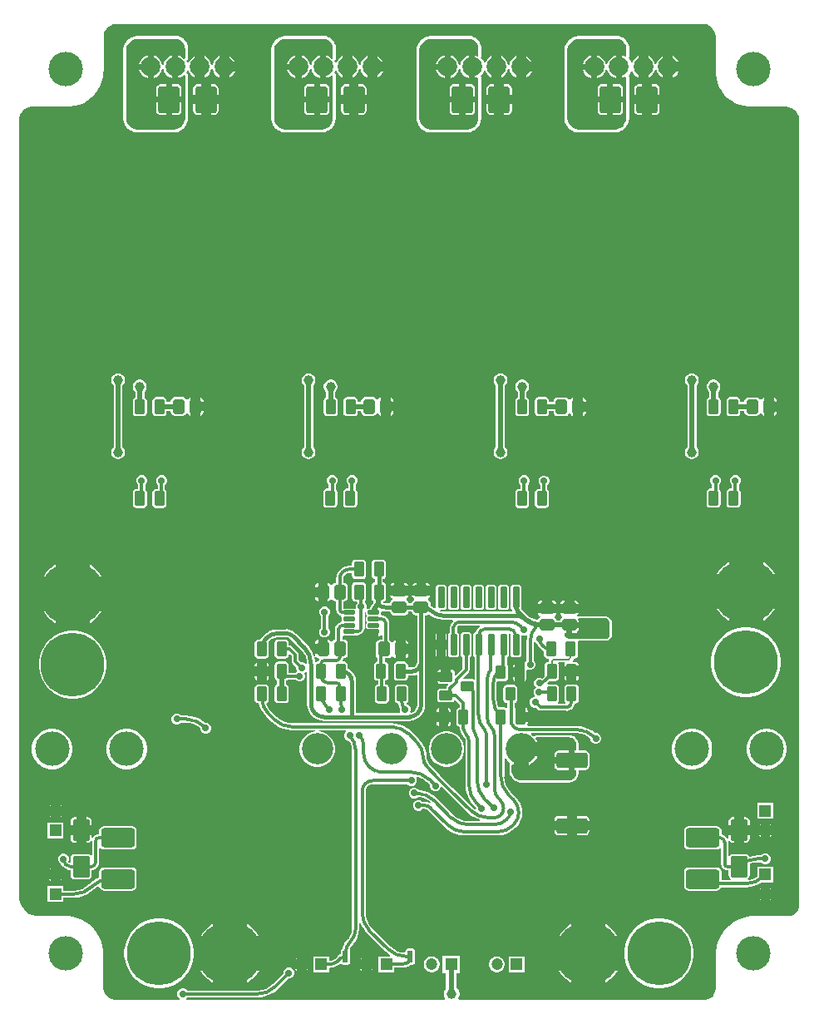
<source format=gbl>
G04*
G04 #@! TF.GenerationSoftware,Altium Limited,Altium Designer,22.10.1 (41)*
G04*
G04 Layer_Physical_Order=2*
G04 Layer_Color=16711680*
%FSLAX43Y43*%
%MOMM*%
G71*
G04*
G04 #@! TF.SameCoordinates,8BFF45E1-3A9E-4B14-93B6-BC7C2D9919BF*
G04*
G04*
G04 #@! TF.FilePolarity,Positive*
G04*
G01*
G75*
%ADD12C,0.200*%
%ADD14C,0.400*%
%ADD40C,3.500*%
%ADD44C,0.300*%
%ADD47C,0.500*%
G04:AMPARAMS|DCode=57|XSize=1.21mm|YSize=1.46mm|CornerRadius=0.151mm|HoleSize=0mm|Usage=FLASHONLY|Rotation=180.000|XOffset=0mm|YOffset=0mm|HoleType=Round|Shape=RoundedRectangle|*
%AMROUNDEDRECTD57*
21,1,1.210,1.158,0,0,180.0*
21,1,0.907,1.460,0,0,180.0*
1,1,0.303,-0.454,0.579*
1,1,0.303,0.454,0.579*
1,1,0.303,0.454,-0.579*
1,1,0.303,-0.454,-0.579*
%
%ADD57ROUNDEDRECTD57*%
G04:AMPARAMS|DCode=61|XSize=3.14mm|YSize=1.54mm|CornerRadius=0.193mm|HoleSize=0mm|Usage=FLASHONLY|Rotation=0.000|XOffset=0mm|YOffset=0mm|HoleType=Round|Shape=RoundedRectangle|*
%AMROUNDEDRECTD61*
21,1,3.140,1.155,0,0,0.0*
21,1,2.755,1.540,0,0,0.0*
1,1,0.385,1.378,-0.578*
1,1,0.385,-1.378,-0.578*
1,1,0.385,-1.378,0.578*
1,1,0.385,1.378,0.578*
%
%ADD61ROUNDEDRECTD61*%
G04:AMPARAMS|DCode=62|XSize=1.53mm|YSize=1.02mm|CornerRadius=0.127mm|HoleSize=0mm|Usage=FLASHONLY|Rotation=270.000|XOffset=0mm|YOffset=0mm|HoleType=Round|Shape=RoundedRectangle|*
%AMROUNDEDRECTD62*
21,1,1.530,0.765,0,0,270.0*
21,1,1.275,1.020,0,0,270.0*
1,1,0.255,-0.383,-0.638*
1,1,0.255,-0.383,0.638*
1,1,0.255,0.383,0.638*
1,1,0.255,0.383,-0.638*
%
%ADD62ROUNDEDRECTD62*%
G04:AMPARAMS|DCode=66|XSize=1.74mm|YSize=2.17mm|CornerRadius=0.217mm|HoleSize=0mm|Usage=FLASHONLY|Rotation=0.000|XOffset=0mm|YOffset=0mm|HoleType=Round|Shape=RoundedRectangle|*
%AMROUNDEDRECTD66*
21,1,1.740,1.735,0,0,0.0*
21,1,1.305,2.170,0,0,0.0*
1,1,0.435,0.653,-0.868*
1,1,0.435,-0.653,-0.868*
1,1,0.435,-0.653,0.868*
1,1,0.435,0.653,0.868*
%
%ADD66ROUNDEDRECTD66*%
G04:AMPARAMS|DCode=67|XSize=1.21mm|YSize=1.46mm|CornerRadius=0.151mm|HoleSize=0mm|Usage=FLASHONLY|Rotation=90.000|XOffset=0mm|YOffset=0mm|HoleType=Round|Shape=RoundedRectangle|*
%AMROUNDEDRECTD67*
21,1,1.210,1.158,0,0,90.0*
21,1,0.907,1.460,0,0,90.0*
1,1,0.303,0.579,0.454*
1,1,0.303,0.579,-0.454*
1,1,0.303,-0.579,-0.454*
1,1,0.303,-0.579,0.454*
%
%ADD67ROUNDEDRECTD67*%
%ADD69C,6.500*%
%ADD70C,2.000*%
%ADD71C,1.200*%
%ADD72R,1.200X1.200*%
%ADD73C,3.200*%
%ADD74R,1.200X1.200*%
%ADD75C,3.500*%
%ADD76C,0.700*%
%ADD77C,1.000*%
G04:AMPARAMS|DCode=78|XSize=1.26mm|YSize=0.58mm|CornerRadius=0.072mm|HoleSize=0mm|Usage=FLASHONLY|Rotation=90.000|XOffset=0mm|YOffset=0mm|HoleType=Round|Shape=RoundedRectangle|*
%AMROUNDEDRECTD78*
21,1,1.260,0.435,0,0,90.0*
21,1,1.115,0.580,0,0,90.0*
1,1,0.145,0.217,0.558*
1,1,0.145,0.217,-0.558*
1,1,0.145,-0.217,-0.558*
1,1,0.145,-0.217,0.558*
%
%ADD78ROUNDEDRECTD78*%
G04:AMPARAMS|DCode=79|XSize=1.21mm|YSize=0.48mm|CornerRadius=0.06mm|HoleSize=0mm|Usage=FLASHONLY|Rotation=180.000|XOffset=0mm|YOffset=0mm|HoleType=Round|Shape=RoundedRectangle|*
%AMROUNDEDRECTD79*
21,1,1.210,0.360,0,0,180.0*
21,1,1.090,0.480,0,0,180.0*
1,1,0.120,-0.545,0.180*
1,1,0.120,0.545,0.180*
1,1,0.120,0.545,-0.180*
1,1,0.120,-0.545,-0.180*
%
%ADD79ROUNDEDRECTD79*%
G04:AMPARAMS|DCode=80|XSize=1mm|YSize=1.4mm|CornerRadius=0.125mm|HoleSize=0mm|Usage=FLASHONLY|Rotation=270.000|XOffset=0mm|YOffset=0mm|HoleType=Round|Shape=RoundedRectangle|*
%AMROUNDEDRECTD80*
21,1,1.000,1.150,0,0,270.0*
21,1,0.750,1.400,0,0,270.0*
1,1,0.250,-0.575,-0.375*
1,1,0.250,-0.575,0.375*
1,1,0.250,0.575,0.375*
1,1,0.250,0.575,-0.375*
%
%ADD80ROUNDEDRECTD80*%
G04:AMPARAMS|DCode=81|XSize=0.68mm|YSize=2.17mm|CornerRadius=0.085mm|HoleSize=0mm|Usage=FLASHONLY|Rotation=0.000|XOffset=0mm|YOffset=0mm|HoleType=Round|Shape=RoundedRectangle|*
%AMROUNDEDRECTD81*
21,1,0.680,2.000,0,0,0.0*
21,1,0.510,2.170,0,0,0.0*
1,1,0.170,0.255,-1.000*
1,1,0.170,-0.255,-1.000*
1,1,0.170,-0.255,1.000*
1,1,0.170,0.255,1.000*
%
%ADD81ROUNDEDRECTD81*%
G04:AMPARAMS|DCode=82|XSize=2.743mm|YSize=2.159mm|CornerRadius=0.27mm|HoleSize=0mm|Usage=FLASHONLY|Rotation=270.000|XOffset=0mm|YOffset=0mm|HoleType=Round|Shape=RoundedRectangle|*
%AMROUNDEDRECTD82*
21,1,2.743,1.619,0,0,270.0*
21,1,2.203,2.159,0,0,270.0*
1,1,0.540,-0.810,-1.102*
1,1,0.540,-0.810,1.102*
1,1,0.540,0.810,1.102*
1,1,0.540,0.810,-1.102*
%
%ADD82ROUNDEDRECTD82*%
G04:AMPARAMS|DCode=83|XSize=1.95mm|YSize=3.4mm|CornerRadius=0.244mm|HoleSize=0mm|Usage=FLASHONLY|Rotation=270.000|XOffset=0mm|YOffset=0mm|HoleType=Round|Shape=RoundedRectangle|*
%AMROUNDEDRECTD83*
21,1,1.950,2.913,0,0,270.0*
21,1,1.463,3.400,0,0,270.0*
1,1,0.488,-1.456,-0.731*
1,1,0.488,-1.456,0.731*
1,1,0.488,1.456,0.731*
1,1,0.488,1.456,-0.731*
%
%ADD83ROUNDEDRECTD83*%
G04:AMPARAMS|DCode=84|XSize=1mm|YSize=1.4mm|CornerRadius=0.125mm|HoleSize=0mm|Usage=FLASHONLY|Rotation=180.000|XOffset=0mm|YOffset=0mm|HoleType=Round|Shape=RoundedRectangle|*
%AMROUNDEDRECTD84*
21,1,1.000,1.150,0,0,180.0*
21,1,0.750,1.400,0,0,180.0*
1,1,0.250,-0.375,0.575*
1,1,0.250,0.375,0.575*
1,1,0.250,0.375,-0.575*
1,1,0.250,-0.375,-0.575*
%
%ADD84ROUNDEDRECTD84*%
G36*
X30233Y49548D02*
X30480Y49446D01*
X30703Y49297D01*
X30892Y49108D01*
X31041Y48885D01*
X31143Y48638D01*
X31195Y48375D01*
X31195Y48241D01*
X31195D01*
X31195Y48241D01*
X31195Y44769D01*
X31203Y44535D01*
X31264Y44073D01*
X31385Y43622D01*
X31563Y43190D01*
X31797Y42786D01*
X32081Y42416D01*
X32411Y42086D01*
X32781Y41801D01*
X33186Y41568D01*
X33617Y41389D01*
X34068Y41269D01*
X34531Y41208D01*
X34764Y41200D01*
X38237Y41200D01*
X38381Y41200D01*
X38663Y41144D01*
X38930Y41034D01*
X39170Y40873D01*
X39373Y40670D01*
X39534Y40430D01*
X39644Y40164D01*
X39700Y39881D01*
X39700Y39737D01*
X39700Y39737D01*
X39700Y39737D01*
Y-4500D01*
X39700Y-40000D01*
X39700Y-40118D01*
X39654Y-40350D01*
X39564Y-40569D01*
X39432Y-40765D01*
X39265Y-40932D01*
X39068Y-41064D01*
X38850Y-41154D01*
X38626Y-41198D01*
X38500Y-41200D01*
Y-41200D01*
X35100Y-41200D01*
X34845Y-41208D01*
X34338Y-41275D01*
X33845Y-41407D01*
X33373Y-41603D01*
X32931Y-41858D01*
X32525Y-42169D01*
X32164Y-42530D01*
X31853Y-42935D01*
X31598Y-43378D01*
X31402Y-43850D01*
X31270Y-44343D01*
X31204Y-44849D01*
X31195Y-45105D01*
X31195Y-45105D01*
X31195Y-45105D01*
X31195Y-48505D01*
X31195Y-48622D01*
X31149Y-48853D01*
X31059Y-49071D01*
X30928Y-49267D01*
X30762Y-49433D01*
X30566Y-49564D01*
X30349Y-49654D01*
X30118Y-49700D01*
X30000Y-49700D01*
X5000D01*
X4950Y-49573D01*
X5036Y-49423D01*
X5091Y-49219D01*
Y-49009D01*
X5036Y-48805D01*
X4931Y-48623D01*
X4822Y-48513D01*
Y-47000D01*
X5161D01*
Y-45200D01*
X3361D01*
Y-47000D01*
X3700D01*
Y-48573D01*
X3651Y-48623D01*
X3546Y-48805D01*
X3491Y-49009D01*
Y-49219D01*
X3546Y-49423D01*
X3632Y-49573D01*
X3582Y-49700D01*
X-22711D01*
X-22739Y-49641D01*
X-22750Y-49573D01*
X-22655Y-49478D01*
X-15471D01*
Y-49480D01*
X-15018Y-49444D01*
X-14575Y-49338D01*
X-14155Y-49164D01*
X-13767Y-48927D01*
X-13421Y-48631D01*
X-13423Y-48630D01*
X-12328Y-47535D01*
X-12173D01*
X-11971Y-47451D01*
X-11817Y-47296D01*
X-11733Y-47094D01*
Y-46876D01*
X-11817Y-46673D01*
X-11971Y-46519D01*
X-12173Y-46435D01*
X-12392D01*
X-12594Y-46519D01*
X-12749Y-46673D01*
X-12833Y-46876D01*
Y-47030D01*
X-13928Y-48125D01*
X-13937Y-48138D01*
X-14256Y-48400D01*
X-14634Y-48603D01*
X-15044Y-48727D01*
X-15456Y-48768D01*
X-15471Y-48764D01*
X-22655D01*
X-22764Y-48655D01*
X-22966Y-48571D01*
X-23185D01*
X-23387Y-48655D01*
X-23542Y-48810D01*
X-23626Y-49012D01*
Y-49231D01*
X-23542Y-49433D01*
X-23402Y-49573D01*
X-23413Y-49641D01*
X-23441Y-49700D01*
X-30028D01*
X-30279Y-49650D01*
X-30516Y-49552D01*
X-30729Y-49410D01*
X-30910Y-49229D01*
X-31052Y-49016D01*
X-31150Y-48779D01*
X-31200Y-48528D01*
X-31200Y-48400D01*
X-31200Y-45000D01*
X-31208Y-44751D01*
X-31273Y-44259D01*
X-31402Y-43779D01*
X-31592Y-43319D01*
X-31840Y-42889D01*
X-32143Y-42494D01*
X-32495Y-42143D01*
X-32889Y-41840D01*
X-33319Y-41592D01*
X-33779Y-41402D01*
X-34259Y-41273D01*
X-34752Y-41208D01*
X-35000Y-41200D01*
X-35000Y-41200D01*
X-35000Y-41200D01*
X-37800Y-41200D01*
X-37989D01*
X-38359Y-41126D01*
X-38707Y-40982D01*
X-39021Y-40773D01*
X-39287Y-40506D01*
X-39497Y-40192D01*
X-39641Y-39844D01*
X-39715Y-39474D01*
X-39715Y-39285D01*
X-39715Y39901D01*
Y40029D01*
X-39665Y40280D01*
X-39567Y40517D01*
X-39425Y40729D01*
X-39244Y40910D01*
X-39031Y41052D01*
X-38795Y41150D01*
X-38544Y41200D01*
X-38416Y41200D01*
X-38416Y41200D01*
X-34800Y41200D01*
X-34562Y41208D01*
X-34089Y41270D01*
X-33628Y41393D01*
X-33188Y41576D01*
X-32775Y41814D01*
X-32397Y42105D01*
X-32059Y42442D01*
X-31769Y42820D01*
X-31531Y43233D01*
X-31348Y43674D01*
X-31225Y44134D01*
X-31163Y44607D01*
X-31155Y44845D01*
X-31155Y44845D01*
Y48245D01*
X-31155Y48379D01*
X-31103Y48640D01*
X-31001Y48887D01*
X-30852Y49109D01*
X-30664Y49298D01*
X-30442Y49446D01*
X-30195Y49548D01*
X-29933Y49600D01*
X-29800Y49600D01*
X-29800Y49600D01*
X29837Y49600D01*
X29970Y49600D01*
X30233Y49548D01*
D02*
G37*
%LPC*%
G36*
X26817Y46345D02*
Y45858D01*
Y45748D01*
X27414D01*
X27277Y45985D01*
X27054Y46208D01*
X26817Y46345D01*
D02*
G37*
G36*
X11857Y46345D02*
Y45748D01*
X12454D01*
X12317Y45985D01*
X12094Y46208D01*
X11857Y46345D01*
D02*
G37*
G36*
X-18363D02*
Y45748D01*
X-17766D01*
X-17903Y45985D01*
X-18126Y46208D01*
X-18363Y46345D01*
D02*
G37*
G36*
X-3303Y46345D02*
Y45748D01*
X-2706D01*
X-2843Y45985D01*
X-3066Y46208D01*
X-3303Y46345D01*
D02*
G37*
G36*
X25817Y46345D02*
X25580Y46208D01*
X25357Y45985D01*
X25199Y45711D01*
X25133Y45464D01*
X25001D01*
D01*
D01*
X24935Y45711D01*
X24777Y45985D01*
X24554Y46208D01*
X24317Y46345D01*
Y45248D01*
Y44151D01*
X24554Y44287D01*
X24777Y44511D01*
X24935Y44785D01*
X24979Y44948D01*
X25001Y45031D01*
X25133D01*
D01*
D01*
X25155Y44948D01*
X25199Y44785D01*
X25357Y44511D01*
X25580Y44287D01*
X25817Y44151D01*
Y45248D01*
Y46345D01*
D02*
G37*
G36*
X10857Y46345D02*
X10620Y46208D01*
X10397Y45985D01*
X10239Y45711D01*
X10173Y45464D01*
X10041D01*
X9975Y45711D01*
X9817Y45985D01*
X9594Y46208D01*
X9357Y46345D01*
Y45248D01*
Y44151D01*
X9594Y44287D01*
X9817Y44511D01*
X9975Y44785D01*
X10041Y45031D01*
X10173D01*
X10239Y44785D01*
X10397Y44511D01*
X10620Y44287D01*
X10857Y44151D01*
Y45248D01*
Y46345D01*
D02*
G37*
G36*
X-4303D02*
X-4540Y46208D01*
X-4763Y45985D01*
X-4921Y45711D01*
X-4987Y45464D01*
X-5119D01*
X-5185Y45711D01*
X-5343Y45985D01*
X-5566Y46208D01*
X-5803Y46345D01*
Y45248D01*
Y44151D01*
X-5566Y44287D01*
X-5343Y44511D01*
X-5185Y44785D01*
X-5119Y45031D01*
X-4987D01*
X-4921Y44785D01*
X-4763Y44511D01*
X-4540Y44287D01*
X-4303Y44151D01*
Y45248D01*
Y46345D01*
D02*
G37*
G36*
X-19363D02*
X-19600Y46208D01*
X-19823Y45985D01*
X-19981Y45711D01*
X-20047Y45464D01*
X-20179D01*
X-20245Y45711D01*
X-20403Y45985D01*
X-20626Y46208D01*
X-20863Y46345D01*
Y45248D01*
Y44151D01*
X-20626Y44287D01*
X-20403Y44511D01*
X-20245Y44785D01*
X-20179Y45031D01*
X-20047D01*
X-19981Y44785D01*
X-19823Y44511D01*
X-19600Y44287D01*
X-19363Y44151D01*
Y45248D01*
Y46345D01*
D02*
G37*
G36*
X27414Y44748D02*
X26817D01*
Y44151D01*
X27054Y44287D01*
X27277Y44511D01*
X27333Y44607D01*
X27414Y44748D01*
D02*
G37*
G36*
X12454Y44748D02*
X11857D01*
Y44151D01*
X12094Y44287D01*
X12317Y44511D01*
X12454Y44748D01*
D02*
G37*
G36*
X-17766D02*
X-18363D01*
Y44151D01*
X-18126Y44287D01*
X-17903Y44511D01*
X-17766Y44748D01*
D02*
G37*
G36*
X-2706Y44748D02*
X-3303D01*
Y44151D01*
X-3066Y44287D01*
X-2843Y44511D01*
X-2706Y44748D01*
D02*
G37*
G36*
X17313Y48406D02*
X17313Y48406D01*
X17190D01*
X17160Y48400D01*
X17130D01*
X16889Y48352D01*
X16861Y48340D01*
X16831Y48335D01*
X16604Y48240D01*
X16579Y48224D01*
X16551Y48212D01*
X16346Y48075D01*
X16325Y48054D01*
X16300Y48037D01*
X16126Y47863D01*
X16109Y47838D01*
X16088Y47817D01*
X15951Y47612D01*
X15939Y47584D01*
X15923Y47559D01*
X15828Y47332D01*
X15823Y47302D01*
X15811Y47274D01*
X15763Y47033D01*
Y47003D01*
X15757Y46973D01*
Y46850D01*
Y40100D01*
X15757Y40100D01*
X15757Y39977D01*
X15763Y39947D01*
Y39917D01*
X15811Y39676D01*
X15823Y39648D01*
X15828Y39618D01*
X15923Y39391D01*
X15939Y39366D01*
X15951Y39338D01*
X16088Y39133D01*
X16109Y39112D01*
X16126Y39087D01*
X16300Y38913D01*
X16325Y38896D01*
X16346Y38875D01*
X16551Y38738D01*
X16579Y38726D01*
X16604Y38710D01*
X16831Y38615D01*
X16861Y38610D01*
X16889Y38598D01*
X17130Y38550D01*
X17160D01*
X17190Y38544D01*
X17313Y38544D01*
X20825D01*
X20825Y38544D01*
X20947Y38544D01*
X20976Y38550D01*
X21006D01*
X21246Y38598D01*
X21273Y38609D01*
X21303Y38615D01*
X21528Y38708D01*
X21553Y38725D01*
X21581Y38737D01*
X21784Y38872D01*
X21805Y38893D01*
X21830Y38910D01*
X22003Y39083D01*
X22020Y39108D01*
X22041Y39129D01*
X22176Y39332D01*
X22188Y39360D01*
X22205Y39385D01*
X22298Y39610D01*
X22304Y39640D01*
X22315Y39667D01*
X22363Y39907D01*
Y39937D01*
X22369Y39966D01*
X22369Y40088D01*
X22369Y44146D01*
X22361Y44185D01*
X22358Y44225D01*
X22350Y44243D01*
X22346Y44263D01*
X22323Y44296D01*
X22306Y44332D01*
X22355Y44447D01*
X22357Y44449D01*
X22529Y44746D01*
X22553Y44838D01*
X22685D01*
X22699Y44785D01*
X22857Y44511D01*
X22998Y44370D01*
X23080Y44287D01*
X23317Y44151D01*
Y45248D01*
Y46345D01*
X23080Y46208D01*
X22857Y45985D01*
X22699Y45711D01*
X22685Y45658D01*
X22553D01*
X22529Y45749D01*
X22357Y46046D01*
X22355Y46048D01*
X22306Y46163D01*
X22323Y46199D01*
X22346Y46232D01*
X22350Y46252D01*
X22358Y46270D01*
X22361Y46310D01*
X22369Y46349D01*
Y47100D01*
X22369Y47100D01*
Y47100D01*
X22368Y47105D01*
X22369Y47110D01*
X22365Y47228D01*
X22359Y47252D01*
Y47278D01*
X22325Y47451D01*
X22313Y47479D01*
X22307Y47509D01*
X22232Y47691D01*
X22215Y47716D01*
X22203Y47744D01*
X22094Y47907D01*
X22073Y47929D01*
X22056Y47954D01*
X21917Y48093D01*
X21892Y48110D01*
X21870Y48131D01*
X21707Y48241D01*
X21679Y48252D01*
X21654Y48269D01*
X21472Y48344D01*
X21442Y48350D01*
X21414Y48362D01*
X21221Y48400D01*
X21191D01*
X21161Y48406D01*
X21063Y48406D01*
X17313Y48406D01*
D02*
G37*
G36*
X-12550D02*
X-12550Y48406D01*
X-12673D01*
X-12703Y48400D01*
X-12733D01*
X-12974Y48352D01*
X-13002Y48340D01*
X-13032Y48335D01*
X-13259Y48240D01*
X-13284Y48224D01*
X-13312Y48212D01*
X-13517Y48075D01*
X-13538Y48054D01*
X-13563Y48037D01*
X-13737Y47863D01*
X-13754Y47838D01*
X-13775Y47817D01*
X-13912Y47612D01*
X-13924Y47584D01*
X-13940Y47559D01*
X-14035Y47332D01*
X-14040Y47302D01*
X-14052Y47274D01*
X-14100Y47033D01*
Y47003D01*
X-14106Y46973D01*
Y46850D01*
Y40100D01*
X-14106Y40100D01*
X-14106Y39977D01*
X-14100Y39947D01*
Y39917D01*
X-14052Y39676D01*
X-14040Y39648D01*
X-14035Y39618D01*
X-13940Y39391D01*
X-13924Y39366D01*
X-13912Y39338D01*
X-13775Y39133D01*
X-13754Y39112D01*
X-13737Y39087D01*
X-13563Y38913D01*
X-13538Y38896D01*
X-13517Y38875D01*
X-13312Y38738D01*
X-13284Y38726D01*
X-13259Y38710D01*
X-13032Y38615D01*
X-13002Y38610D01*
X-12974Y38598D01*
X-12733Y38550D01*
X-12703D01*
X-12673Y38544D01*
X-12550Y38544D01*
X-9038D01*
X-9038Y38544D01*
X-8916Y38544D01*
X-8887Y38550D01*
X-8857D01*
X-8617Y38598D01*
X-8590Y38609D01*
X-8560Y38615D01*
X-8335Y38708D01*
X-8310Y38725D01*
X-8282Y38737D01*
X-8079Y38872D01*
X-8058Y38893D01*
X-8033Y38910D01*
X-7860Y39083D01*
X-7843Y39108D01*
X-7822Y39129D01*
X-7687Y39332D01*
X-7675Y39360D01*
X-7658Y39385D01*
X-7565Y39610D01*
X-7559Y39640D01*
X-7548Y39667D01*
X-7500Y39907D01*
Y39937D01*
X-7494Y39966D01*
X-7494Y40088D01*
X-7494Y44374D01*
X-7517Y44491D01*
X-7584Y44591D01*
X-7654Y44638D01*
X-7592Y44746D01*
X-7567Y44838D01*
X-7436D01*
X-7421Y44785D01*
X-7263Y44511D01*
X-7040Y44287D01*
X-6803Y44151D01*
Y45248D01*
Y46345D01*
X-7040Y46208D01*
X-7263Y45985D01*
X-7421Y45711D01*
X-7436Y45658D01*
X-7567D01*
X-7592Y45749D01*
X-7654Y45858D01*
X-7584Y45905D01*
X-7559Y45942D01*
X-7517Y46004D01*
X-7494Y46121D01*
Y47100D01*
X-7494Y47100D01*
Y47100D01*
X-7495Y47105D01*
X-7494Y47110D01*
X-7498Y47228D01*
X-7504Y47252D01*
Y47278D01*
X-7538Y47451D01*
X-7550Y47479D01*
X-7556Y47509D01*
X-7631Y47691D01*
X-7648Y47716D01*
X-7659Y47744D01*
X-7769Y47907D01*
X-7790Y47929D01*
X-7807Y47954D01*
X-7946Y48093D01*
X-7971Y48110D01*
X-7993Y48131D01*
X-8156Y48241D01*
X-8184Y48252D01*
X-8209Y48269D01*
X-8391Y48344D01*
X-8421Y48350D01*
X-8449Y48362D01*
X-8642Y48400D01*
X-8672D01*
X-8702Y48406D01*
X-8800Y48406D01*
X-12550Y48406D01*
D02*
G37*
G36*
X-27610D02*
X-27610Y48406D01*
X-27733D01*
X-27763Y48400D01*
X-27793D01*
X-28034Y48352D01*
X-28062Y48340D01*
X-28092Y48335D01*
X-28319Y48240D01*
X-28344Y48224D01*
X-28372Y48212D01*
X-28577Y48075D01*
X-28598Y48054D01*
X-28623Y48037D01*
X-28797Y47863D01*
X-28814Y47838D01*
X-28835Y47817D01*
X-28972Y47612D01*
X-28984Y47584D01*
X-29000Y47559D01*
X-29095Y47332D01*
X-29100Y47302D01*
X-29112Y47274D01*
X-29160Y47033D01*
Y47003D01*
X-29166Y46973D01*
Y46850D01*
Y40100D01*
X-29166Y40100D01*
X-29166Y39977D01*
X-29160Y39947D01*
Y39917D01*
X-29112Y39676D01*
X-29100Y39648D01*
X-29095Y39618D01*
X-29000Y39391D01*
X-28984Y39366D01*
X-28972Y39338D01*
X-28835Y39133D01*
X-28814Y39112D01*
X-28797Y39087D01*
X-28623Y38913D01*
X-28598Y38896D01*
X-28577Y38875D01*
X-28372Y38738D01*
X-28344Y38726D01*
X-28319Y38710D01*
X-28092Y38615D01*
X-28062Y38610D01*
X-28034Y38598D01*
X-27793Y38550D01*
X-27763D01*
X-27733Y38544D01*
X-27610Y38544D01*
X-24098D01*
X-24098Y38544D01*
X-23976Y38544D01*
X-23947Y38550D01*
X-23917D01*
X-23677Y38598D01*
X-23650Y38609D01*
X-23620Y38615D01*
X-23395Y38708D01*
X-23370Y38725D01*
X-23342Y38737D01*
X-23139Y38872D01*
X-23118Y38893D01*
X-23093Y38910D01*
X-22920Y39083D01*
X-22903Y39108D01*
X-22882Y39129D01*
X-22747Y39332D01*
X-22735Y39360D01*
X-22718Y39385D01*
X-22625Y39610D01*
X-22619Y39640D01*
X-22608Y39667D01*
X-22560Y39907D01*
Y39937D01*
X-22554Y39966D01*
X-22554Y40088D01*
X-22554Y44374D01*
X-22577Y44491D01*
X-22644Y44590D01*
X-22714Y44637D01*
X-22652Y44746D01*
X-22627Y44838D01*
X-22496D01*
X-22481Y44785D01*
X-22323Y44511D01*
X-22100Y44287D01*
X-21863Y44151D01*
Y45248D01*
Y46345D01*
X-22100Y46208D01*
X-22323Y45985D01*
X-22481Y45711D01*
X-22496Y45658D01*
X-22627D01*
X-22652Y45749D01*
X-22714Y45858D01*
X-22644Y45905D01*
X-22619Y45942D01*
X-22577Y46004D01*
X-22554Y46121D01*
Y47100D01*
X-22554Y47100D01*
Y47100D01*
X-22555Y47105D01*
X-22554Y47110D01*
X-22558Y47228D01*
X-22564Y47252D01*
Y47278D01*
X-22598Y47451D01*
X-22610Y47479D01*
X-22616Y47509D01*
X-22691Y47691D01*
X-22708Y47716D01*
X-22719Y47744D01*
X-22829Y47907D01*
X-22850Y47929D01*
X-22867Y47954D01*
X-23006Y48093D01*
X-23031Y48110D01*
X-23053Y48131D01*
X-23216Y48241D01*
X-23244Y48252D01*
X-23269Y48269D01*
X-23451Y48344D01*
X-23481Y48350D01*
X-23509Y48362D01*
X-23702Y48400D01*
X-23732D01*
X-23762Y48406D01*
X-23860Y48406D01*
X-27610Y48406D01*
D02*
G37*
G36*
X2253D02*
X2253Y48406D01*
X2130D01*
X2100Y48400D01*
X2070D01*
X1828Y48352D01*
X1801Y48340D01*
X1771Y48335D01*
X1544Y48240D01*
X1519Y48224D01*
X1491Y48212D01*
X1286Y48075D01*
X1265Y48054D01*
X1240Y48037D01*
X1066Y47863D01*
X1049Y47838D01*
X1027Y47817D01*
X891Y47612D01*
X879Y47584D01*
X862Y47559D01*
X768Y47332D01*
X762Y47302D01*
X751Y47274D01*
X703Y47033D01*
Y47003D01*
X697Y46973D01*
Y46850D01*
Y40100D01*
X697Y40100D01*
X697Y39977D01*
X703Y39947D01*
Y39917D01*
X751Y39676D01*
X762Y39648D01*
X768Y39618D01*
X862Y39391D01*
X879Y39366D01*
X891Y39338D01*
X1027Y39133D01*
X1049Y39112D01*
X1066Y39087D01*
X1240Y38913D01*
X1265Y38896D01*
X1286Y38875D01*
X1491Y38738D01*
X1519Y38726D01*
X1544Y38710D01*
X1771Y38615D01*
X1801Y38610D01*
X1828Y38598D01*
X2070Y38550D01*
X2100D01*
X2130Y38544D01*
X2253Y38544D01*
X5765D01*
X5765Y38544D01*
X5886Y38544D01*
X5916Y38550D01*
X5946D01*
X6185Y38598D01*
X6213Y38609D01*
X6243Y38615D01*
X6468Y38708D01*
X6493Y38725D01*
X6521Y38737D01*
X6724Y38872D01*
X6745Y38893D01*
X6770Y38910D01*
X6943Y39083D01*
X6959Y39108D01*
X6981Y39129D01*
X7116Y39332D01*
X7128Y39360D01*
X7144Y39385D01*
X7238Y39610D01*
X7244Y39640D01*
X7255Y39667D01*
X7303Y39907D01*
Y39937D01*
X7309Y39966D01*
X7309Y40088D01*
X7309Y44108D01*
X7301Y44147D01*
X7298Y44187D01*
X7289Y44205D01*
X7285Y44225D01*
X7263Y44258D01*
X7245Y44294D01*
X7245Y44298D01*
X7397Y44449D01*
X7568Y44746D01*
X7593Y44838D01*
X7725D01*
X7739Y44785D01*
X7897Y44511D01*
X8120Y44287D01*
X8357Y44151D01*
Y45248D01*
Y46345D01*
X8120Y46208D01*
X7897Y45985D01*
X7739Y45711D01*
X7725Y45658D01*
X7593D01*
X7568Y45749D01*
X7397Y46046D01*
X7245Y46198D01*
X7245Y46201D01*
X7263Y46237D01*
X7285Y46270D01*
X7289Y46290D01*
X7298Y46308D01*
X7301Y46348D01*
X7309Y46388D01*
Y47100D01*
X7309Y47100D01*
Y47100D01*
X7308Y47105D01*
X7308Y47110D01*
X7305Y47228D01*
X7299Y47252D01*
Y47278D01*
X7264Y47451D01*
X7253Y47479D01*
X7247Y47509D01*
X7172Y47691D01*
X7155Y47716D01*
X7143Y47744D01*
X7034Y47907D01*
X7013Y47929D01*
X6996Y47954D01*
X6856Y48093D01*
X6831Y48110D01*
X6810Y48131D01*
X6646Y48241D01*
X6619Y48252D01*
X6593Y48269D01*
X6411Y48344D01*
X6382Y48350D01*
X6354Y48362D01*
X6161Y48400D01*
X6131D01*
X6101Y48406D01*
X6003Y48406D01*
X2253Y48406D01*
D02*
G37*
G36*
X9939Y43502D02*
X9630D01*
Y42422D01*
X10418D01*
Y43023D01*
X10382Y43207D01*
X10278Y43362D01*
X10123Y43466D01*
X9939Y43502D01*
D02*
G37*
G36*
X8630D02*
X8320D01*
X8137Y43466D01*
X7981Y43362D01*
X7878Y43207D01*
X7841Y43023D01*
Y42422D01*
X8630D01*
Y43502D01*
D02*
G37*
G36*
X-4863D02*
X-5173D01*
Y42422D01*
X-4384D01*
Y43023D01*
X-4421Y43207D01*
X-4525Y43362D01*
X-4680Y43466D01*
X-4863Y43502D01*
D02*
G37*
G36*
X-6173D02*
X-6483D01*
X-6666Y43466D01*
X-6821Y43362D01*
X-6925Y43207D01*
X-6962Y43023D01*
Y42422D01*
X-6173D01*
Y43502D01*
D02*
G37*
G36*
X-19923D02*
X-20233D01*
Y42422D01*
X-19444D01*
Y43023D01*
X-19481Y43207D01*
X-19585Y43362D01*
X-19740Y43466D01*
X-19923Y43502D01*
D02*
G37*
G36*
X-21233D02*
X-21543D01*
X-21726Y43466D01*
X-21881Y43362D01*
X-21985Y43207D01*
X-22022Y43023D01*
Y42422D01*
X-21233D01*
Y43502D01*
D02*
G37*
G36*
X25000D02*
X24690D01*
Y42422D01*
X25479D01*
Y43023D01*
X25442Y43207D01*
X25338Y43362D01*
X25183Y43466D01*
X25000Y43502D01*
D02*
G37*
G36*
X23690D02*
X23380D01*
X23197Y43466D01*
X23042Y43362D01*
X22938Y43207D01*
X22901Y43023D01*
Y42422D01*
X23690D01*
Y43502D01*
D02*
G37*
G36*
X25479Y41422D02*
X24690D01*
Y40341D01*
X25000D01*
X25183Y40377D01*
X25338Y40481D01*
X25442Y40637D01*
X25479Y40820D01*
Y41422D01*
D02*
G37*
G36*
X23690D02*
X22901D01*
Y40820D01*
X22938Y40637D01*
X23008Y40532D01*
X23042Y40481D01*
X23197Y40377D01*
X23380Y40341D01*
X23690D01*
Y41422D01*
D02*
G37*
G36*
X10418Y41422D02*
X9630D01*
Y40341D01*
X9939D01*
X10123Y40377D01*
X10278Y40481D01*
X10382Y40637D01*
X10418Y40820D01*
Y41422D01*
D02*
G37*
G36*
X8630D02*
X7841D01*
Y40820D01*
X7878Y40637D01*
X7981Y40481D01*
X8137Y40377D01*
X8320Y40341D01*
X8630D01*
Y41422D01*
D02*
G37*
G36*
X-4384Y41422D02*
X-5173D01*
Y40341D01*
X-4863D01*
X-4680Y40377D01*
X-4525Y40481D01*
X-4421Y40637D01*
X-4384Y40820D01*
Y41422D01*
D02*
G37*
G36*
X-6173D02*
X-6962D01*
Y40820D01*
X-6925Y40637D01*
X-6821Y40481D01*
X-6666Y40377D01*
X-6483Y40341D01*
X-6173D01*
Y41422D01*
D02*
G37*
G36*
X-19444Y41422D02*
X-20233D01*
Y40341D01*
X-19923D01*
X-19740Y40377D01*
X-19585Y40481D01*
X-19481Y40637D01*
X-19444Y40820D01*
Y41422D01*
D02*
G37*
G36*
X-21233D02*
X-22022D01*
Y40820D01*
X-21985Y40637D01*
X-21881Y40481D01*
X-21726Y40377D01*
X-21543Y40341D01*
X-21233D01*
Y41422D01*
D02*
G37*
G36*
X-21311Y11606D02*
Y11178D01*
X-21000D01*
Y11257D01*
X-21027Y11394D01*
X-21104Y11510D01*
X-21221Y11588D01*
X-21311Y11606D01*
D02*
G37*
G36*
X-1931Y11606D02*
Y11178D01*
X-1619D01*
Y11257D01*
X-1646Y11394D01*
X-1724Y11510D01*
X-1840Y11588D01*
X-1931Y11606D01*
D02*
G37*
G36*
X37105Y11588D02*
Y11160D01*
X37417D01*
Y11239D01*
X37389Y11376D01*
X37312Y11492D01*
X37196Y11570D01*
X37105Y11588D01*
D02*
G37*
G36*
X17648Y11577D02*
Y11149D01*
X17960D01*
Y11228D01*
X17933Y11365D01*
X17855Y11481D01*
X17739Y11559D01*
X17648Y11577D01*
D02*
G37*
G36*
X-5628Y11624D02*
X-6393D01*
X-6521Y11599D01*
X-6629Y11527D01*
X-6701Y11418D01*
X-6727Y11290D01*
Y10015D01*
X-6701Y9888D01*
X-6629Y9779D01*
X-6521Y9707D01*
X-6393Y9682D01*
X-5628D01*
X-5500Y9707D01*
X-5392Y9779D01*
X-5319Y9888D01*
X-5294Y10015D01*
Y10194D01*
X-4933D01*
Y10099D01*
X-4906Y9962D01*
X-4828Y9846D01*
X-4712Y9768D01*
X-4575Y9741D01*
X-3667D01*
X-3530Y9768D01*
X-3414Y9846D01*
X-3343Y9952D01*
X-3276Y9959D01*
X-3209Y9952D01*
X-3138Y9846D01*
X-3022Y9768D01*
X-2931Y9750D01*
Y10678D01*
Y11606D01*
X-3022Y11588D01*
X-3138Y11510D01*
X-3209Y11404D01*
X-3276Y11397D01*
X-3343Y11404D01*
X-3414Y11510D01*
X-3530Y11588D01*
X-3667Y11615D01*
X-4575D01*
X-4712Y11588D01*
X-4828Y11510D01*
X-4906Y11394D01*
X-4933Y11257D01*
Y11112D01*
X-5294D01*
Y11290D01*
X-5319Y11418D01*
X-5392Y11527D01*
X-5500Y11599D01*
X-5628Y11624D01*
D02*
G37*
G36*
X-21000Y10178D02*
X-21311D01*
Y9750D01*
X-21221Y9768D01*
X-21104Y9846D01*
X-21027Y9962D01*
X-21000Y10099D01*
Y10178D01*
D02*
G37*
G36*
X-25069Y11624D02*
X-25833D01*
X-25961Y11599D01*
X-26070Y11527D01*
X-26142Y11418D01*
X-26167Y11290D01*
Y10015D01*
X-26142Y9888D01*
X-26070Y9779D01*
X-25961Y9707D01*
X-25833Y9682D01*
X-25069D01*
X-24941Y9707D01*
X-24832Y9779D01*
X-24760Y9888D01*
X-24735Y10015D01*
Y10194D01*
X-24313D01*
Y10099D01*
X-24286Y9962D01*
X-24208Y9846D01*
X-24092Y9768D01*
X-23955Y9741D01*
X-23048D01*
X-22911Y9768D01*
X-22794Y9846D01*
X-22723Y9952D01*
X-22656Y9959D01*
X-22589Y9952D01*
X-22518Y9846D01*
X-22402Y9768D01*
X-22311Y9750D01*
Y10678D01*
Y11606D01*
X-22402Y11588D01*
X-22518Y11510D01*
X-22589Y11404D01*
X-22656Y11397D01*
X-22723Y11404D01*
X-22794Y11510D01*
X-22911Y11588D01*
X-23048Y11615D01*
X-23955D01*
X-24092Y11588D01*
X-24208Y11510D01*
X-24286Y11394D01*
X-24313Y11257D01*
Y11112D01*
X-24735D01*
Y11290D01*
X-24760Y11418D01*
X-24832Y11527D01*
X-24941Y11599D01*
X-25069Y11624D01*
D02*
G37*
G36*
X-1619Y10178D02*
X-1931D01*
Y9750D01*
X-1840Y9768D01*
X-1724Y9846D01*
X-1646Y9962D01*
X-1619Y10099D01*
Y10178D01*
D02*
G37*
G36*
X37417Y10160D02*
X37105D01*
Y9733D01*
X37196Y9751D01*
X37312Y9828D01*
X37389Y9945D01*
X37417Y10082D01*
Y10160D01*
D02*
G37*
G36*
X33358Y11619D02*
X32593D01*
X32465Y11594D01*
X32357Y11521D01*
X32285Y11413D01*
X32259Y11285D01*
Y10010D01*
X32285Y9883D01*
X32357Y9774D01*
X32465Y9702D01*
X32593Y9676D01*
X33358D01*
X33486Y9702D01*
X33594Y9774D01*
X33667Y9883D01*
X33692Y10010D01*
Y10189D01*
X34103D01*
Y10082D01*
X34130Y9945D01*
X34208Y9828D01*
X34324Y9751D01*
X34461Y9723D01*
X35368D01*
X35506Y9751D01*
X35622Y9828D01*
X35693Y9934D01*
X35760Y9941D01*
X35827Y9934D01*
X35898Y9828D01*
X36014Y9751D01*
X36105Y9733D01*
Y10660D01*
Y11588D01*
X36014Y11570D01*
X35898Y11492D01*
X35827Y11386D01*
X35760Y11379D01*
X35693Y11386D01*
X35622Y11492D01*
X35506Y11570D01*
X35368Y11597D01*
X34461D01*
X34324Y11570D01*
X34208Y11492D01*
X34130Y11376D01*
X34103Y11239D01*
Y11107D01*
X33692D01*
Y11285D01*
X33667Y11413D01*
X33594Y11521D01*
X33486Y11594D01*
X33358Y11619D01*
D02*
G37*
G36*
X17960Y10149D02*
X17648D01*
Y9721D01*
X17739Y9739D01*
X17855Y9817D01*
X17933Y9933D01*
X17960Y10070D01*
Y10149D01*
D02*
G37*
G36*
X13866Y11619D02*
X13101D01*
X12974Y11594D01*
X12865Y11521D01*
X12793Y11413D01*
X12767Y11285D01*
Y10010D01*
X12793Y9883D01*
X12865Y9774D01*
X12974Y9702D01*
X13101Y9676D01*
X13866D01*
X13994Y9702D01*
X14102Y9774D01*
X14175Y9883D01*
X14200Y10010D01*
Y10189D01*
X14646D01*
Y10070D01*
X14674Y9933D01*
X14751Y9817D01*
X14868Y9739D01*
X15005Y9712D01*
X15912D01*
X16049Y9739D01*
X16165Y9817D01*
X16236Y9923D01*
X16303Y9930D01*
X16370Y9923D01*
X16441Y9817D01*
X16558Y9739D01*
X16648Y9721D01*
Y10649D01*
Y11577D01*
X16558Y11559D01*
X16441Y11481D01*
X16370Y11375D01*
X16303Y11368D01*
X16236Y11375D01*
X16165Y11481D01*
X16049Y11559D01*
X15912Y11586D01*
X15005D01*
X14868Y11559D01*
X14751Y11481D01*
X14674Y11365D01*
X14646Y11228D01*
Y11107D01*
X14200D01*
Y11285D01*
X14175Y11413D01*
X14102Y11521D01*
X13994Y11594D01*
X13866Y11619D01*
D02*
G37*
G36*
X-7933Y13404D02*
X-8117D01*
X-8295Y13356D01*
X-8455Y13264D01*
X-8585Y13134D01*
X-8678Y12974D01*
X-8725Y12796D01*
Y12612D01*
X-8678Y12434D01*
X-8585Y12274D01*
X-8484Y12173D01*
Y11609D01*
X-8535Y11599D01*
X-8644Y11527D01*
X-8716Y11418D01*
X-8742Y11290D01*
Y10015D01*
X-8716Y9888D01*
X-8644Y9779D01*
X-8535Y9707D01*
X-8408Y9682D01*
X-7643D01*
X-7515Y9707D01*
X-7407Y9779D01*
X-7334Y9888D01*
X-7309Y10015D01*
Y11290D01*
X-7334Y11418D01*
X-7407Y11527D01*
X-7515Y11599D01*
X-7566Y11609D01*
Y12173D01*
X-7465Y12274D01*
X-7373Y12434D01*
X-7325Y12612D01*
Y12796D01*
X-7373Y12974D01*
X-7465Y13134D01*
X-7595Y13264D01*
X-7755Y13356D01*
X-7933Y13404D01*
D02*
G37*
G36*
X-27374D02*
X-27558D01*
X-27736Y13356D01*
X-27896Y13264D01*
X-28026Y13134D01*
X-28118Y12974D01*
X-28166Y12796D01*
Y12612D01*
X-28118Y12434D01*
X-28026Y12274D01*
X-27925Y12173D01*
Y11609D01*
X-27976Y11599D01*
X-28085Y11527D01*
X-28157Y11418D01*
X-28182Y11290D01*
Y10015D01*
X-28157Y9888D01*
X-28085Y9779D01*
X-27976Y9707D01*
X-27848Y9682D01*
X-27083D01*
X-26956Y9707D01*
X-26847Y9779D01*
X-26775Y9888D01*
X-26750Y10015D01*
Y11290D01*
X-26775Y11418D01*
X-26847Y11527D01*
X-26956Y11599D01*
X-27007Y11609D01*
Y12173D01*
X-26906Y12274D01*
X-26814Y12434D01*
X-26766Y12612D01*
Y12796D01*
X-26814Y12974D01*
X-26906Y13134D01*
X-27036Y13264D01*
X-27196Y13356D01*
X-27374Y13404D01*
D02*
G37*
G36*
X31053Y13399D02*
X30869D01*
X30691Y13351D01*
X30531Y13259D01*
X30401Y13129D01*
X30308Y12969D01*
X30261Y12791D01*
Y12607D01*
X30308Y12429D01*
X30401Y12269D01*
X30502Y12168D01*
Y11604D01*
X30450Y11594D01*
X30342Y11521D01*
X30270Y11413D01*
X30244Y11285D01*
Y10010D01*
X30270Y9883D01*
X30342Y9774D01*
X30450Y9702D01*
X30578Y9676D01*
X31343D01*
X31471Y9702D01*
X31579Y9774D01*
X31652Y9883D01*
X31677Y10010D01*
Y11285D01*
X31652Y11413D01*
X31579Y11521D01*
X31471Y11594D01*
X31420Y11604D01*
Y12168D01*
X31521Y12269D01*
X31613Y12429D01*
X31661Y12607D01*
Y12791D01*
X31613Y12969D01*
X31521Y13129D01*
X31391Y13259D01*
X31231Y13351D01*
X31053Y13399D01*
D02*
G37*
G36*
X11561D02*
X11377D01*
X11199Y13351D01*
X11039Y13259D01*
X10909Y13129D01*
X10817Y12969D01*
X10769Y12791D01*
Y12607D01*
X10817Y12429D01*
X10909Y12269D01*
X11010Y12168D01*
Y11604D01*
X10959Y11594D01*
X10850Y11521D01*
X10778Y11413D01*
X10752Y11285D01*
Y10010D01*
X10778Y9883D01*
X10850Y9774D01*
X10959Y9702D01*
X11086Y9676D01*
X11851D01*
X11979Y9702D01*
X12087Y9774D01*
X12160Y9883D01*
X12185Y10010D01*
Y11285D01*
X12160Y11413D01*
X12087Y11521D01*
X11979Y11594D01*
X11928Y11604D01*
Y12168D01*
X12029Y12269D01*
X12121Y12429D01*
X12169Y12607D01*
Y12791D01*
X12121Y12969D01*
X12029Y13129D01*
X11899Y13259D01*
X11739Y13351D01*
X11561Y13399D01*
D02*
G37*
G36*
X28843Y14036D02*
X28659D01*
X28481Y13988D01*
X28321Y13896D01*
X28191Y13766D01*
X28098Y13606D01*
X28051Y13428D01*
Y13244D01*
X28098Y13066D01*
X28191Y12906D01*
X28292Y12805D01*
Y6542D01*
X28191Y6440D01*
X28098Y6281D01*
X28051Y6103D01*
Y5918D01*
X28098Y5740D01*
X28191Y5581D01*
X28321Y5450D01*
X28481Y5358D01*
X28659Y5310D01*
X28843D01*
X29021Y5358D01*
X29181Y5450D01*
X29311Y5581D01*
X29403Y5740D01*
X29451Y5918D01*
Y6103D01*
X29403Y6281D01*
X29311Y6440D01*
X29210Y6542D01*
Y12805D01*
X29311Y12906D01*
X29403Y13066D01*
X29451Y13244D01*
Y13428D01*
X29403Y13606D01*
X29311Y13766D01*
X29181Y13896D01*
X29021Y13988D01*
X28843Y14036D01*
D02*
G37*
G36*
X9351D02*
X9167D01*
X8989Y13988D01*
X8829Y13896D01*
X8699Y13766D01*
X8607Y13606D01*
X8559Y13428D01*
Y13244D01*
X8607Y13066D01*
X8699Y12906D01*
X8800Y12805D01*
Y6542D01*
X8699Y6440D01*
X8607Y6281D01*
X8559Y6103D01*
Y5918D01*
X8607Y5740D01*
X8699Y5581D01*
X8829Y5450D01*
X8989Y5358D01*
X9167Y5310D01*
X9351D01*
X9529Y5358D01*
X9689Y5450D01*
X9819Y5581D01*
X9911Y5740D01*
X9959Y5918D01*
Y6103D01*
X9911Y6281D01*
X9819Y6440D01*
X9718Y6542D01*
Y12805D01*
X9819Y12906D01*
X9911Y13066D01*
X9959Y13244D01*
Y13428D01*
X9911Y13606D01*
X9819Y13766D01*
X9689Y13896D01*
X9529Y13988D01*
X9351Y14036D01*
D02*
G37*
G36*
X-10187D02*
X-10371D01*
X-10549Y13988D01*
X-10709Y13896D01*
X-10839Y13766D01*
X-10931Y13606D01*
X-10979Y13428D01*
Y13244D01*
X-10931Y13066D01*
X-10839Y12906D01*
X-10738Y12805D01*
Y6542D01*
X-10839Y6440D01*
X-10931Y6281D01*
X-10979Y6103D01*
Y5918D01*
X-10931Y5740D01*
X-10839Y5581D01*
X-10709Y5450D01*
X-10549Y5358D01*
X-10371Y5310D01*
X-10187D01*
X-10009Y5358D01*
X-9849Y5450D01*
X-9719Y5581D01*
X-9627Y5740D01*
X-9579Y5918D01*
Y6103D01*
X-9627Y6281D01*
X-9719Y6440D01*
X-9820Y6542D01*
Y12805D01*
X-9719Y12906D01*
X-9627Y13066D01*
X-9579Y13244D01*
Y13428D01*
X-9627Y13606D01*
X-9719Y13766D01*
X-9849Y13896D01*
X-10009Y13988D01*
X-10187Y14036D01*
D02*
G37*
G36*
X-29584D02*
X-29768D01*
X-29946Y13988D01*
X-30106Y13896D01*
X-30236Y13766D01*
X-30328Y13606D01*
X-30376Y13428D01*
Y13244D01*
X-30328Y13066D01*
X-30236Y12906D01*
X-30135Y12805D01*
Y6542D01*
X-30236Y6440D01*
X-30328Y6281D01*
X-30376Y6103D01*
Y5918D01*
X-30328Y5740D01*
X-30236Y5581D01*
X-30106Y5450D01*
X-29946Y5358D01*
X-29768Y5310D01*
X-29584D01*
X-29406Y5358D01*
X-29246Y5450D01*
X-29116Y5581D01*
X-29024Y5740D01*
X-28976Y5918D01*
Y6103D01*
X-29024Y6281D01*
X-29116Y6440D01*
X-29217Y6542D01*
Y12805D01*
X-29116Y12906D01*
X-29024Y13066D01*
X-28976Y13244D01*
Y13428D01*
X-29024Y13606D01*
X-29116Y13766D01*
X-29246Y13896D01*
X-29406Y13988D01*
X-29584Y14036D01*
D02*
G37*
G36*
X33288Y3682D02*
X33069D01*
X32867Y3599D01*
X32712Y3444D01*
X32628Y3242D01*
Y3023D01*
X32712Y2821D01*
X32821Y2711D01*
Y2308D01*
X32598D01*
X32470Y2283D01*
X32362Y2210D01*
X32289Y2102D01*
X32264Y1974D01*
Y699D01*
X32289Y571D01*
X32362Y463D01*
X32470Y391D01*
X32598Y365D01*
X33363D01*
X33491Y391D01*
X33599Y463D01*
X33671Y571D01*
X33697Y699D01*
Y1974D01*
X33671Y2102D01*
X33599Y2210D01*
X33535Y2253D01*
Y2711D01*
X33645Y2821D01*
X33728Y3023D01*
Y3242D01*
X33645Y3444D01*
X33490Y3599D01*
X33288Y3682D01*
D02*
G37*
G36*
X31275Y3692D02*
X31056D01*
X30854Y3608D01*
X30699Y3454D01*
X30615Y3251D01*
Y3033D01*
X30699Y2830D01*
X30808Y2721D01*
Y2308D01*
X30583D01*
X30455Y2283D01*
X30347Y2210D01*
X30274Y2102D01*
X30249Y1974D01*
Y699D01*
X30274Y571D01*
X30347Y463D01*
X30455Y391D01*
X30583Y365D01*
X31348D01*
X31476Y391D01*
X31584Y463D01*
X31656Y571D01*
X31682Y699D01*
Y1974D01*
X31656Y2102D01*
X31584Y2210D01*
X31522Y2252D01*
Y2721D01*
X31632Y2830D01*
X31715Y3033D01*
Y3251D01*
X31632Y3454D01*
X31477Y3608D01*
X31275Y3692D01*
D02*
G37*
G36*
X-5737Y3680D02*
X-5956D01*
X-6158Y3597D01*
X-6313Y3442D01*
X-6397Y3240D01*
Y3021D01*
X-6313Y2819D01*
X-6203Y2710D01*
Y2306D01*
X-6427D01*
X-6555Y2281D01*
X-6663Y2208D01*
X-6736Y2100D01*
X-6761Y1972D01*
Y697D01*
X-6736Y569D01*
X-6663Y461D01*
X-6555Y389D01*
X-6427Y363D01*
X-5662D01*
X-5534Y389D01*
X-5426Y461D01*
X-5354Y569D01*
X-5328Y697D01*
Y1972D01*
X-5354Y2100D01*
X-5426Y2208D01*
X-5490Y2251D01*
Y2710D01*
X-5380Y2819D01*
X-5297Y3021D01*
Y3240D01*
X-5380Y3442D01*
X-5535Y3597D01*
X-5737Y3680D01*
D02*
G37*
G36*
X-7750Y3690D02*
X-7969D01*
X-8171Y3606D01*
X-8326Y3452D01*
X-8410Y3249D01*
Y3031D01*
X-8326Y2828D01*
X-8216Y2719D01*
Y2306D01*
X-8442D01*
X-8570Y2281D01*
X-8678Y2208D01*
X-8751Y2100D01*
X-8776Y1972D01*
Y697D01*
X-8751Y569D01*
X-8678Y461D01*
X-8570Y389D01*
X-8442Y363D01*
X-7677D01*
X-7549Y389D01*
X-7441Y461D01*
X-7369Y569D01*
X-7343Y697D01*
Y1972D01*
X-7369Y2100D01*
X-7441Y2208D01*
X-7503Y2250D01*
Y2719D01*
X-7393Y2828D01*
X-7310Y3031D01*
Y3249D01*
X-7393Y3452D01*
X-7548Y3606D01*
X-7750Y3690D01*
D02*
G37*
G36*
X-25144Y3661D02*
X-25362D01*
X-25565Y3577D01*
X-25719Y3423D01*
X-25803Y3220D01*
Y3002D01*
X-25719Y2799D01*
X-25610Y2690D01*
Y2287D01*
X-25833D01*
X-25961Y2261D01*
X-26070Y2189D01*
X-26142Y2081D01*
X-26167Y1953D01*
Y678D01*
X-26142Y550D01*
X-26070Y442D01*
X-25961Y369D01*
X-25833Y344D01*
X-25069D01*
X-24941Y369D01*
X-24832Y442D01*
X-24760Y550D01*
X-24735Y678D01*
Y1953D01*
X-24760Y2081D01*
X-24832Y2189D01*
X-24896Y2232D01*
Y2690D01*
X-24787Y2799D01*
X-24703Y3002D01*
Y3220D01*
X-24787Y3423D01*
X-24941Y3577D01*
X-25144Y3661D01*
D02*
G37*
G36*
X-27157Y3671D02*
X-27375D01*
X-27578Y3587D01*
X-27732Y3432D01*
X-27816Y3230D01*
Y3011D01*
X-27732Y2809D01*
X-27623Y2700D01*
Y2287D01*
X-27848D01*
X-27976Y2261D01*
X-28085Y2189D01*
X-28157Y2081D01*
X-28182Y1953D01*
Y678D01*
X-28157Y550D01*
X-28085Y442D01*
X-27976Y369D01*
X-27848Y344D01*
X-27083D01*
X-26956Y369D01*
X-26847Y442D01*
X-26775Y550D01*
X-26750Y678D01*
Y1953D01*
X-26775Y2081D01*
X-26847Y2189D01*
X-26909Y2230D01*
Y2700D01*
X-26800Y2809D01*
X-26716Y3011D01*
Y3230D01*
X-26800Y3432D01*
X-26954Y3587D01*
X-27157Y3671D01*
D02*
G37*
G36*
X13793Y3652D02*
X13575D01*
X13372Y3569D01*
X13218Y3414D01*
X13134Y3212D01*
Y2993D01*
X13218Y2791D01*
X13327Y2682D01*
Y2278D01*
X13103D01*
X12976Y2253D01*
X12867Y2180D01*
X12795Y2072D01*
X12769Y1944D01*
Y669D01*
X12795Y541D01*
X12867Y433D01*
X12976Y361D01*
X13103Y335D01*
X13868D01*
X13996Y361D01*
X14105Y433D01*
X14177Y541D01*
X14202Y669D01*
Y1944D01*
X14177Y2072D01*
X14105Y2180D01*
X14041Y2223D01*
Y2682D01*
X14150Y2791D01*
X14234Y2993D01*
Y3212D01*
X14150Y3414D01*
X13995Y3569D01*
X13793Y3652D01*
D02*
G37*
G36*
X11780Y3662D02*
X11562D01*
X11359Y3578D01*
X11205Y3424D01*
X11121Y3221D01*
Y3003D01*
X11205Y2800D01*
X11314Y2691D01*
Y2278D01*
X11088D01*
X10961Y2253D01*
X10852Y2180D01*
X10780Y2072D01*
X10754Y1944D01*
Y669D01*
X10780Y541D01*
X10852Y433D01*
X10961Y361D01*
X11088Y335D01*
X11853D01*
X11981Y361D01*
X12090Y433D01*
X12162Y541D01*
X12187Y669D01*
Y1944D01*
X12162Y2072D01*
X12090Y2180D01*
X12028Y2222D01*
Y2691D01*
X12137Y2800D01*
X12221Y3003D01*
Y3221D01*
X12137Y3424D01*
X11982Y3578D01*
X11780Y3662D01*
D02*
G37*
G36*
X36012Y-5170D02*
Y-6400D01*
X37242D01*
X37212Y-6342D01*
X36893Y-5902D01*
X36509Y-5518D01*
X36070Y-5199D01*
X36012Y-5170D01*
D02*
G37*
G36*
X32512Y-5170D02*
X32453Y-5199D01*
X32014Y-5518D01*
X31630Y-5902D01*
X31311Y-6342D01*
X31281Y-6400D01*
X32512D01*
Y-5170D01*
D02*
G37*
G36*
X-32550Y-5420D02*
Y-6650D01*
X-31320D01*
X-31349Y-6592D01*
X-31669Y-6152D01*
X-32052Y-5768D01*
X-32492Y-5449D01*
X-32550Y-5420D01*
D02*
G37*
G36*
X-36050Y-5420D02*
X-36108Y-5449D01*
X-36548Y-5768D01*
X-36932Y-6152D01*
X-37251Y-6592D01*
X-37280Y-6650D01*
X-36050D01*
Y-5420D01*
D02*
G37*
G36*
X-2747Y-4929D02*
X-3512D01*
X-3640Y-4954D01*
X-3748Y-5026D01*
X-3820Y-5135D01*
X-3846Y-5263D01*
Y-6538D01*
X-3820Y-6665D01*
X-3748Y-6774D01*
X-3640Y-6846D01*
X-3537Y-6866D01*
Y-7235D01*
X-3640Y-7256D01*
X-3748Y-7328D01*
X-3820Y-7436D01*
X-3846Y-7564D01*
Y-8839D01*
X-3820Y-8967D01*
X-3748Y-9075D01*
X-3696Y-9110D01*
X-3652Y-9206D01*
X-3665Y-9267D01*
X-3724Y-9343D01*
X-3724Y-9343D01*
X-3935Y-9618D01*
X-4057Y-9913D01*
X-4197D01*
X-4279Y-9929D01*
X-4287Y-9935D01*
X-4389Y-9850D01*
X-4372Y-9809D01*
Y-9590D01*
X-4456Y-9388D01*
X-4561Y-9283D01*
Y-9099D01*
X-4526Y-9075D01*
X-4453Y-8967D01*
X-4428Y-8839D01*
Y-7564D01*
X-4453Y-7436D01*
X-4526Y-7328D01*
X-4634Y-7256D01*
X-4762Y-7230D01*
X-5527D01*
X-5655Y-7256D01*
X-5763Y-7328D01*
X-5835Y-7436D01*
X-5861Y-7564D01*
Y-8839D01*
X-5835Y-8967D01*
X-5763Y-9075D01*
X-5655Y-9148D01*
X-5527Y-9173D01*
X-5337D01*
X-5300Y-9300D01*
X-5389Y-9388D01*
X-5472Y-9590D01*
Y-9809D01*
X-5467Y-9823D01*
X-5494Y-9866D01*
X-5562Y-9924D01*
X-5617Y-9913D01*
X-6707D01*
X-6757Y-9871D01*
Y-9151D01*
X-6660D01*
X-6523Y-9124D01*
X-6407Y-9046D01*
X-6329Y-8930D01*
X-6302Y-8793D01*
Y-7635D01*
X-6329Y-7498D01*
X-6407Y-7382D01*
X-6523Y-7304D01*
X-6660Y-7277D01*
X-6749D01*
Y-6871D01*
X-6752Y-6856D01*
X-6708Y-6634D01*
X-6573Y-6433D01*
X-6372Y-6298D01*
X-6150Y-6254D01*
X-6134Y-6257D01*
X-5861D01*
Y-6538D01*
X-5835Y-6665D01*
X-5763Y-6774D01*
X-5655Y-6846D01*
X-5527Y-6871D01*
X-4762D01*
X-4634Y-6846D01*
X-4526Y-6774D01*
X-4453Y-6665D01*
X-4428Y-6538D01*
Y-5263D01*
X-4453Y-5135D01*
X-4526Y-5026D01*
X-4634Y-4954D01*
X-4762Y-4929D01*
X-5527D01*
X-5655Y-4954D01*
X-5763Y-5026D01*
X-5835Y-5135D01*
X-5861Y-5263D01*
Y-5543D01*
X-6134D01*
Y-5539D01*
X-6479Y-5584D01*
X-6801Y-5717D01*
X-7077Y-5929D01*
X-7289Y-6205D01*
X-7422Y-6527D01*
X-7467Y-6871D01*
X-7463D01*
Y-7277D01*
X-7568D01*
X-7705Y-7304D01*
X-7821Y-7382D01*
X-7892Y-7488D01*
X-7959Y-7495D01*
X-8026Y-7488D01*
X-8097Y-7382D01*
X-8213Y-7304D01*
X-8304Y-7286D01*
Y-8214D01*
Y-9142D01*
X-8213Y-9124D01*
X-8097Y-9046D01*
X-8026Y-8940D01*
X-7959Y-8933D01*
X-7892Y-8940D01*
X-7821Y-9046D01*
X-7705Y-9124D01*
X-7568Y-9151D01*
X-7471D01*
Y-9988D01*
X-7468Y-10004D01*
X-7447Y-10163D01*
X-7379Y-10326D01*
X-7272Y-10466D01*
X-7132Y-10573D01*
X-7010Y-10624D01*
X-6964Y-10655D01*
X-6920Y-10775D01*
X-6921Y-10777D01*
Y-11137D01*
X-7006Y-11273D01*
X-7012Y-11277D01*
X-7191Y-11351D01*
X-7347Y-11470D01*
X-7466Y-11626D01*
X-7541Y-11807D01*
X-7566Y-11995D01*
X-7567Y-12001D01*
Y-13068D01*
X-7568D01*
X-7705Y-13095D01*
X-7821Y-13173D01*
X-7892Y-13279D01*
X-7959Y-13286D01*
X-8026Y-13279D01*
X-8097Y-13173D01*
X-8213Y-13095D01*
X-8304Y-13077D01*
Y-14005D01*
X-8804D01*
Y-14505D01*
X-9616D01*
Y-14584D01*
X-9589Y-14721D01*
X-9511Y-14837D01*
X-9395Y-14914D01*
X-9258Y-14942D01*
X-9240D01*
X-9181Y-15069D01*
X-9262Y-15175D01*
X-9318Y-15308D01*
X-9387D01*
X-9503Y-15331D01*
X-9521Y-15330D01*
X-9636Y-15262D01*
X-9646Y-15129D01*
X-9754Y-14679D01*
X-9931Y-14252D01*
X-10173Y-13857D01*
X-10474Y-13505D01*
X-10474Y-13506D01*
X-11539Y-12441D01*
X-11536Y-12438D01*
X-11841Y-12203D01*
X-12197Y-12056D01*
X-12579Y-12006D01*
Y-12011D01*
X-12579Y-12011D01*
X-13424D01*
Y-12009D01*
X-13820Y-12048D01*
X-14201Y-12163D01*
X-14552Y-12351D01*
X-14771Y-12530D01*
X-14774Y-12533D01*
X-14774Y-12533D01*
X-14860Y-12603D01*
X-14860Y-12603D01*
X-14868Y-12612D01*
X-14868Y-12612D01*
X-15114Y-12911D01*
X-15182Y-13039D01*
X-15420D01*
X-15548Y-13064D01*
X-15656Y-13136D01*
X-15728Y-13245D01*
X-15754Y-13373D01*
Y-14648D01*
X-15728Y-14775D01*
X-15656Y-14884D01*
X-15548Y-14956D01*
X-15420Y-14981D01*
X-14655D01*
X-14527Y-14956D01*
X-14419Y-14884D01*
X-14346Y-14775D01*
X-14321Y-14648D01*
Y-13373D01*
X-14336Y-13298D01*
X-14290Y-13190D01*
X-14281Y-13181D01*
X-14187Y-13102D01*
X-14033Y-12984D01*
X-13739Y-12862D01*
X-13441Y-12823D01*
X-13424Y-12826D01*
X-12579D01*
X-12576Y-12826D01*
X-12409Y-12848D01*
X-12251Y-12913D01*
X-12117Y-13016D01*
X-12116Y-13018D01*
X-11051Y-14083D01*
X-11036Y-14093D01*
X-10782Y-14403D01*
X-10584Y-14772D01*
X-10462Y-15173D01*
X-10430Y-15504D01*
X-10552Y-15561D01*
X-10667Y-15446D01*
X-10869Y-15362D01*
X-11025D01*
X-11284Y-15103D01*
Y-14582D01*
X-11311Y-14446D01*
X-11389Y-14330D01*
X-11961Y-13758D01*
X-12077Y-13680D01*
X-12213Y-13653D01*
X-12306D01*
Y-13373D01*
X-12331Y-13245D01*
X-12404Y-13136D01*
X-12512Y-13064D01*
X-12640Y-13039D01*
X-13405D01*
X-13533Y-13064D01*
X-13641Y-13136D01*
X-13713Y-13245D01*
X-13739Y-13373D01*
Y-14648D01*
X-13713Y-14775D01*
X-13641Y-14884D01*
X-13533Y-14956D01*
X-13405Y-14981D01*
X-12640D01*
X-12512Y-14956D01*
X-12404Y-14884D01*
X-12331Y-14775D01*
X-12306Y-14648D01*
Y-14588D01*
X-12189Y-14539D01*
X-11998Y-14730D01*
Y-15251D01*
X-11971Y-15388D01*
X-11893Y-15503D01*
X-11529Y-15868D01*
Y-16022D01*
X-11463Y-16179D01*
X-11512Y-16318D01*
X-11613Y-16419D01*
X-12306D01*
Y-15642D01*
X-12331Y-15514D01*
X-12404Y-15406D01*
X-12512Y-15334D01*
X-12640Y-15308D01*
X-13405D01*
X-13533Y-15334D01*
X-13641Y-15406D01*
X-13713Y-15514D01*
X-13739Y-15642D01*
Y-16917D01*
X-13713Y-17045D01*
X-13641Y-17153D01*
X-13533Y-17226D01*
X-13481Y-17236D01*
Y-17613D01*
X-13533Y-17623D01*
X-13641Y-17695D01*
X-13713Y-17804D01*
X-13739Y-17931D01*
Y-19206D01*
X-13713Y-19334D01*
X-13641Y-19443D01*
X-13533Y-19515D01*
X-13405Y-19540D01*
X-12640D01*
X-12512Y-19515D01*
X-12404Y-19443D01*
X-12331Y-19334D01*
X-12306Y-19206D01*
Y-17931D01*
X-12331Y-17804D01*
X-12404Y-17695D01*
X-12512Y-17623D01*
X-12564Y-17613D01*
Y-17236D01*
X-12512Y-17226D01*
X-12404Y-17153D01*
X-12390Y-17133D01*
X-11630D01*
X-11512Y-17251D01*
X-11310Y-17335D01*
X-11091D01*
X-10889Y-17251D01*
X-10734Y-17096D01*
X-10650Y-16894D01*
Y-16675D01*
X-10716Y-16518D01*
X-10667Y-16379D01*
X-10554Y-16265D01*
X-10427Y-16318D01*
Y-19629D01*
X-10427D01*
X-10394Y-19963D01*
X-10297Y-20283D01*
X-10139Y-20578D01*
X-9927Y-20837D01*
X-9668Y-21049D01*
X-9373Y-21207D01*
X-9053Y-21304D01*
X-8720Y-21337D01*
Y-21337D01*
X-5887D01*
Y-21337D01*
X-5884Y-21337D01*
X-37D01*
X-37Y-21337D01*
X279Y-21305D01*
X584Y-21213D01*
X865Y-21063D01*
X1111Y-20861D01*
X1313Y-20615D01*
X1463Y-20334D01*
X1555Y-20029D01*
X1587Y-19713D01*
X1587Y-19713D01*
Y-15369D01*
X1591Y-15339D01*
X1587D01*
Y-10588D01*
X1758D01*
X1895Y-10561D01*
X2007Y-10486D01*
X2240Y-10677D01*
X2602Y-10870D01*
X2994Y-10989D01*
X3401Y-11029D01*
Y-11027D01*
X4384D01*
X4425Y-11147D01*
X4400Y-11166D01*
X4251Y-11361D01*
X4156Y-11588D01*
X4124Y-11832D01*
X4126D01*
Y-12308D01*
X4120Y-12309D01*
X4026Y-12372D01*
X3963Y-12467D01*
X3941Y-12578D01*
Y-14578D01*
X3963Y-14689D01*
X4026Y-14783D01*
X4120Y-14846D01*
X4231Y-14868D01*
X4741D01*
X4853Y-14846D01*
X4947Y-14783D01*
X5010Y-14689D01*
X5032Y-14578D01*
Y-12578D01*
X5010Y-12467D01*
X4947Y-12372D01*
X4853Y-12309D01*
X4839Y-12307D01*
Y-11832D01*
X4841D01*
X4858Y-11746D01*
X4907Y-11672D01*
X4980Y-11623D01*
X5067Y-11606D01*
Y-11605D01*
X7149D01*
X7191Y-11719D01*
X7190Y-11732D01*
X6975Y-11897D01*
X6806Y-12117D01*
X6732Y-12295D01*
X6660Y-12309D01*
X6566Y-12372D01*
X6503Y-12467D01*
X6481Y-12578D01*
Y-14578D01*
X6503Y-14689D01*
X6566Y-14783D01*
X6660Y-14846D01*
X6666Y-14847D01*
Y-17005D01*
X6539Y-17091D01*
X6475Y-17078D01*
X5501D01*
X5453Y-16961D01*
X6009Y-16405D01*
X6086Y-16289D01*
X6113Y-16153D01*
Y-14848D01*
X6123Y-14846D01*
X6217Y-14783D01*
X6280Y-14689D01*
X6302Y-14578D01*
Y-12578D01*
X6280Y-12467D01*
X6217Y-12372D01*
X6123Y-12309D01*
X6011Y-12287D01*
X5501D01*
X5390Y-12309D01*
X5296Y-12372D01*
X5233Y-12467D01*
X5211Y-12578D01*
Y-14578D01*
X5233Y-14689D01*
X5296Y-14783D01*
X5390Y-14846D01*
X5399Y-14848D01*
Y-16005D01*
X4723Y-16681D01*
X4606Y-16632D01*
Y-16460D01*
X4581Y-16333D01*
X4509Y-16225D01*
X4402Y-16154D01*
X4275Y-16128D01*
X4200D01*
Y-16835D01*
X3700D01*
Y-17335D01*
X2818D01*
X2819Y-17337D01*
X2890Y-17444D01*
X2998Y-17516D01*
X3125Y-17541D01*
X3918D01*
X3967Y-17658D01*
X3877Y-17749D01*
X3799Y-17864D01*
X3772Y-18001D01*
Y-18028D01*
X3125D01*
X2998Y-18054D01*
X2890Y-18125D01*
X2819Y-18233D01*
X2793Y-18360D01*
Y-19110D01*
X2819Y-19237D01*
X2890Y-19344D01*
X2998Y-19416D01*
X3125Y-19441D01*
X4275D01*
X4402Y-19416D01*
X4509Y-19344D01*
X4554Y-19277D01*
X4699Y-19243D01*
X5133Y-19676D01*
Y-19979D01*
X5107D01*
X4980Y-20004D01*
X4871Y-20077D01*
X4799Y-20185D01*
X4774Y-20313D01*
Y-21588D01*
X4799Y-21715D01*
X4871Y-21824D01*
X4980Y-21896D01*
X5107Y-21922D01*
X5133D01*
Y-22110D01*
X5131D01*
X5167Y-22387D01*
X5274Y-22646D01*
X5445Y-22868D01*
X5445Y-22868D01*
X5523Y-22963D01*
X5591Y-23051D01*
X5681Y-23268D01*
X5710Y-23496D01*
X5709Y-23501D01*
Y-27906D01*
X5707D01*
X5743Y-28359D01*
X5849Y-28801D01*
X6023Y-29222D01*
X6261Y-29610D01*
X6556Y-29955D01*
X6558Y-29954D01*
X6790Y-30186D01*
X6779Y-30290D01*
X6660Y-30343D01*
X6482Y-30197D01*
X6473Y-30183D01*
X4397Y-28107D01*
X4397Y-28107D01*
X3117Y-26828D01*
X3117Y-26828D01*
X2140Y-25850D01*
X2050Y-25760D01*
X1973Y-25665D01*
X1889Y-25554D01*
X1788Y-25312D01*
X1770Y-25176D01*
X1762Y-25053D01*
X1762D01*
X1713Y-24553D01*
X1567Y-24073D01*
X1331Y-23630D01*
X1012Y-23242D01*
X1008Y-23246D01*
X1008Y-23246D01*
X179Y-22417D01*
X181Y-22415D01*
X-165Y-22120D01*
X-553Y-21882D01*
X-973Y-21708D01*
X-1415Y-21602D01*
X-1869Y-21566D01*
Y-21568D01*
X-11992D01*
X-12007Y-21571D01*
X-12418Y-21531D01*
X-12829Y-21406D01*
X-13207Y-21204D01*
X-13526Y-20942D01*
X-13535Y-20929D01*
X-14116Y-20348D01*
X-14126Y-20341D01*
X-14359Y-20058D01*
X-14537Y-19724D01*
X-14576Y-19596D01*
X-14527Y-19515D01*
X-14419Y-19443D01*
X-14346Y-19334D01*
X-14321Y-19206D01*
Y-17931D01*
X-14346Y-17804D01*
X-14419Y-17695D01*
X-14527Y-17623D01*
X-14655Y-17598D01*
X-15420D01*
X-15548Y-17623D01*
X-15656Y-17695D01*
X-15728Y-17804D01*
X-15754Y-17931D01*
Y-19206D01*
X-15728Y-19334D01*
X-15656Y-19443D01*
X-15548Y-19515D01*
X-15420Y-19540D01*
X-15329D01*
X-15266Y-19802D01*
X-15108Y-20185D01*
X-14891Y-20538D01*
X-14622Y-20853D01*
X-14621Y-20852D01*
X-14040Y-21434D01*
X-14041Y-21435D01*
X-13696Y-21730D01*
X-13308Y-21968D01*
X-12887Y-22142D01*
X-12445Y-22248D01*
X-11992Y-22284D01*
Y-22282D01*
X-9635D01*
X-9623Y-22409D01*
X-9925Y-22469D01*
X-10253Y-22605D01*
X-10547Y-22802D01*
X-10798Y-23053D01*
X-10995Y-23347D01*
X-11131Y-23675D01*
X-11200Y-24023D01*
Y-24377D01*
X-11131Y-24725D01*
X-10995Y-25053D01*
X-10798Y-25347D01*
X-10547Y-25598D01*
X-10253Y-25795D01*
X-9925Y-25931D01*
X-9577Y-26000D01*
X-9223D01*
X-8875Y-25931D01*
X-8547Y-25795D01*
X-8253Y-25598D01*
X-8002Y-25347D01*
X-7805Y-25053D01*
X-7669Y-24725D01*
X-7600Y-24377D01*
Y-24023D01*
X-7669Y-23675D01*
X-7805Y-23347D01*
X-8002Y-23053D01*
X-8253Y-22802D01*
X-8547Y-22605D01*
X-8875Y-22469D01*
X-9177Y-22409D01*
X-9165Y-22282D01*
X-6513D01*
X-6461Y-22409D01*
X-6564Y-22512D01*
X-6648Y-22715D01*
Y-22933D01*
X-6564Y-23136D01*
X-6409Y-23290D01*
X-6207Y-23374D01*
X-6115D01*
X-5983Y-23622D01*
X-5887Y-23938D01*
X-5855Y-24260D01*
X-5857Y-24267D01*
Y-42552D01*
X-5853Y-42570D01*
X-5898Y-42908D01*
X-6035Y-43240D01*
X-6178Y-43426D01*
X-6261Y-43519D01*
X-6261Y-43519D01*
X-6526Y-43842D01*
X-6723Y-44210D01*
X-6804Y-44477D01*
X-6849Y-44486D01*
X-6939Y-44546D01*
X-6999Y-44636D01*
X-7020Y-44742D01*
Y-45060D01*
X-7108Y-45096D01*
X-7349Y-45281D01*
X-7347Y-45284D01*
X-7602Y-45539D01*
X-7602Y-45539D01*
X-7747Y-45650D01*
X-7915Y-45719D01*
X-8073Y-45740D01*
X-8200Y-45682D01*
Y-45300D01*
X-9800D01*
Y-46900D01*
X-8200D01*
Y-46516D01*
X-8095Y-46462D01*
Y-46462D01*
X-7729Y-46414D01*
X-7387Y-46272D01*
X-7095Y-46048D01*
X-7089Y-46044D01*
X-6939Y-46054D01*
X-6849Y-46114D01*
X-6742Y-46135D01*
X-6307D01*
X-6201Y-46114D01*
X-6111Y-46054D01*
X-6051Y-45964D01*
X-6030Y-45857D01*
Y-44742D01*
X-6051Y-44636D01*
X-6091Y-44575D01*
X-5984Y-44316D01*
X-5834Y-44121D01*
X-5751Y-44028D01*
X-5751Y-44028D01*
X-5492Y-43712D01*
X-5299Y-43351D01*
X-5180Y-42959D01*
X-5140Y-42552D01*
X-5143D01*
Y-41845D01*
X-5016Y-41820D01*
X-4865Y-42186D01*
X-4627Y-42573D01*
X-4332Y-42919D01*
X-4330Y-42918D01*
X-2440Y-44808D01*
X-2441Y-44810D01*
X-2095Y-45105D01*
X-1977Y-45178D01*
X-2011Y-45300D01*
X-3170D01*
Y-46900D01*
X-1570D01*
Y-46457D01*
X-810D01*
Y-46458D01*
X-482Y-46426D01*
X-167Y-46330D01*
X124Y-46175D01*
X172Y-46135D01*
X291D01*
X398Y-46114D01*
X488Y-46054D01*
X548Y-45964D01*
X569Y-45857D01*
Y-44742D01*
X548Y-44636D01*
X488Y-44546D01*
X398Y-44486D01*
X291Y-44465D01*
X-144D01*
X-250Y-44486D01*
X-340Y-44546D01*
X-400Y-44636D01*
X-421Y-44742D01*
Y-44850D01*
X-516Y-44936D01*
X-818Y-44906D01*
X-1229Y-44781D01*
X-1607Y-44579D01*
X-1926Y-44317D01*
X-1935Y-44304D01*
X-3826Y-42413D01*
X-3839Y-42404D01*
X-4101Y-42085D01*
X-4303Y-41707D01*
X-4428Y-41296D01*
X-4468Y-40885D01*
X-4465Y-40869D01*
Y-28503D01*
X-4465Y-28501D01*
X-4440Y-28310D01*
X-4366Y-28130D01*
X-4247Y-27975D01*
X-4092Y-27856D01*
X-3912Y-27782D01*
X-3721Y-27757D01*
X-3719Y-27757D01*
X-213D01*
X-104Y-27866D01*
X99Y-27950D01*
X317D01*
X520Y-27866D01*
X674Y-27712D01*
X758Y-27509D01*
Y-27291D01*
X678Y-27099D01*
X697Y-27060D01*
X754Y-26989D01*
X1074Y-27086D01*
X1453Y-27288D01*
X1772Y-27550D01*
X1781Y-27564D01*
X2101Y-27883D01*
Y-28038D01*
X2184Y-28240D01*
X2339Y-28395D01*
X2541Y-28479D01*
X2760D01*
X2962Y-28395D01*
X3117Y-28240D01*
X3183Y-28082D01*
X3318Y-28037D01*
X3892Y-28612D01*
X3892Y-28612D01*
X5968Y-30688D01*
X5967Y-30689D01*
X6313Y-30985D01*
X6701Y-31222D01*
X7121Y-31397D01*
X7152Y-31404D01*
X7137Y-31531D01*
X6000D01*
X5984Y-31534D01*
X5573Y-31494D01*
X5163Y-31369D01*
X4784Y-31167D01*
X4465Y-30905D01*
X4456Y-30892D01*
X2737Y-29172D01*
X2738Y-29171D01*
X2392Y-28875D01*
X2004Y-28638D01*
X1584Y-28464D01*
X1142Y-28357D01*
X904Y-28339D01*
X779Y-28214D01*
X577Y-28131D01*
X359D01*
X156Y-28214D01*
X2Y-28369D01*
X-82Y-28571D01*
Y-28790D01*
X2Y-28992D01*
X156Y-29147D01*
X359Y-29231D01*
X577D01*
X779Y-29147D01*
X875Y-29051D01*
X1115Y-29075D01*
X1526Y-29199D01*
X1904Y-29401D01*
X2169Y-29619D01*
X2103Y-29729D01*
X1820Y-29612D01*
X1472Y-29566D01*
Y-29566D01*
X1345Y-29567D01*
X1239Y-29461D01*
X1037Y-29378D01*
X818D01*
X616Y-29461D01*
X461Y-29616D01*
X378Y-29818D01*
Y-30037D01*
X461Y-30239D01*
X616Y-30394D01*
X818Y-30478D01*
X1037D01*
X1239Y-30394D01*
X1349Y-30284D01*
X1472D01*
X1488Y-30281D01*
X1714Y-30326D01*
X1905Y-30454D01*
X1914Y-30468D01*
X3594Y-32148D01*
X3593Y-32149D01*
X3939Y-32445D01*
X4327Y-32682D01*
X4747Y-32857D01*
X5189Y-32963D01*
X5643Y-32998D01*
Y-32996D01*
X8919D01*
Y-32998D01*
X9332Y-32965D01*
X9734Y-32868D01*
X10117Y-32710D01*
X10470Y-32494D01*
X10779Y-32230D01*
X10785Y-32225D01*
X10870Y-32142D01*
D01*
X10875Y-32136D01*
X11126Y-31830D01*
X11316Y-31474D01*
X11433Y-31087D01*
X11463Y-30789D01*
X11473Y-30685D01*
X11473D01*
X11474Y-30667D01*
D01*
X11464Y-30562D01*
X11464Y-30562D01*
X11464Y-30559D01*
X11430Y-30215D01*
X11298Y-29781D01*
X11084Y-29380D01*
X10796Y-29030D01*
X10793Y-29033D01*
X10793Y-29033D01*
X10292Y-28531D01*
X10278Y-28522D01*
X10016Y-28203D01*
X9814Y-27825D01*
X9689Y-27414D01*
X9649Y-27003D01*
X9652Y-26987D01*
Y-26318D01*
X9659Y-26282D01*
Y-25116D01*
X9786Y-25082D01*
X9963Y-25347D01*
X10198Y-25582D01*
X10199Y-25583D01*
X10220Y-25639D01*
X10231Y-25720D01*
X10216Y-25746D01*
X10200Y-25771D01*
X10198Y-25781D01*
X10193Y-25790D01*
X10190Y-25820D01*
X10184Y-25849D01*
X10184Y-26377D01*
X10184Y-26477D01*
X10188Y-26497D01*
Y-26517D01*
X10227Y-26715D01*
X10235Y-26733D01*
X10239Y-26753D01*
X10316Y-26939D01*
X10327Y-26956D01*
X10335Y-26975D01*
X10447Y-27142D01*
X10461Y-27156D01*
X10472Y-27173D01*
X10615Y-27316D01*
X10632Y-27327D01*
X10646Y-27341D01*
X10814Y-27453D01*
X10832Y-27461D01*
X10849Y-27472D01*
X11035Y-27549D01*
X11055Y-27553D01*
X11073Y-27561D01*
X11271Y-27600D01*
X11291D01*
X11311Y-27604D01*
X11412Y-27604D01*
X11412Y-27604D01*
X11412Y-27604D01*
X16290Y-27604D01*
X16310Y-27600D01*
X16330D01*
X16484Y-27569D01*
X16502Y-27562D01*
X16522Y-27558D01*
X16667Y-27498D01*
X16683Y-27487D01*
X16702Y-27479D01*
X16832Y-27392D01*
X16847Y-27378D01*
X16863Y-27367D01*
X16974Y-27256D01*
X16985Y-27239D01*
X16999Y-27225D01*
X17087Y-27094D01*
X17094Y-27076D01*
X17105Y-27059D01*
X17165Y-26914D01*
X17169Y-26895D01*
X17177Y-26876D01*
X17208Y-26722D01*
Y-26702D01*
X17212Y-26682D01*
X17212Y-26604D01*
X17212Y-26604D01*
Y-26320D01*
X17898D01*
X18051Y-26290D01*
X18181Y-26203D01*
X18268Y-26073D01*
X18298Y-25920D01*
Y-24765D01*
X18268Y-24612D01*
X18181Y-24482D01*
X18051Y-24395D01*
X17898Y-24365D01*
X17212D01*
Y-23745D01*
X17212Y-23673D01*
X17208Y-23653D01*
Y-23633D01*
X17179Y-23491D01*
X17172Y-23473D01*
X17168Y-23453D01*
X17113Y-23319D01*
X17101Y-23303D01*
X17094Y-23284D01*
X17013Y-23164D01*
X16999Y-23150D01*
X16988Y-23133D01*
X16886Y-23031D01*
X16869Y-23020D01*
X16855Y-23006D01*
X16735Y-22925D01*
X16716Y-22918D01*
X16700Y-22906D01*
X16566Y-22851D01*
X16546Y-22847D01*
X16528Y-22840D01*
X16431Y-22820D01*
X16419D01*
X16407Y-22817D01*
X16290Y-22808D01*
X16282Y-22809D01*
X16274Y-22807D01*
X16274D01*
X16274Y-22807D01*
X12885D01*
X12856Y-22813D01*
X12826Y-22816D01*
X12817Y-22821D01*
X12807Y-22823D01*
X12782Y-22840D01*
X12756Y-22854D01*
X12749Y-22862D01*
X12741Y-22867D01*
X12645Y-22888D01*
X12592Y-22885D01*
X12509Y-22802D01*
X12361Y-22703D01*
X12400Y-22576D01*
X17019D01*
X17035Y-22573D01*
X17446Y-22614D01*
X17856Y-22738D01*
X18235Y-22940D01*
X18437Y-23106D01*
Y-23245D01*
X18521Y-23447D01*
X18676Y-23601D01*
X18878Y-23685D01*
X19096D01*
X19299Y-23601D01*
X19453Y-23447D01*
X19537Y-23245D01*
Y-23026D01*
X19453Y-22824D01*
X19299Y-22669D01*
X19096Y-22585D01*
X18923D01*
X18723Y-22414D01*
X18335Y-22176D01*
X17915Y-22002D01*
X17473Y-21896D01*
X17019Y-21860D01*
Y-21862D01*
X12046D01*
X11978Y-21735D01*
X12008Y-21690D01*
X12034Y-21563D01*
Y-21425D01*
X11317D01*
Y-20925D01*
X10817D01*
Y-19975D01*
X10792Y-19969D01*
X10695Y-19902D01*
Y-19474D01*
X10759Y-19461D01*
X10867Y-19389D01*
X10939Y-19282D01*
X10964Y-19155D01*
Y-18005D01*
X10939Y-17878D01*
X10867Y-17770D01*
X10759Y-17699D01*
X10632Y-17673D01*
X9882D01*
X9756Y-17699D01*
X9648Y-17770D01*
X9576Y-17878D01*
X9551Y-18005D01*
Y-19155D01*
X9576Y-19282D01*
X9648Y-19389D01*
X9756Y-19461D01*
X9882Y-19486D01*
X9981D01*
Y-19939D01*
X9854Y-20007D01*
X9813Y-19979D01*
X9685Y-19954D01*
X9048D01*
X9029Y-19918D01*
X8905Y-19508D01*
X8864Y-19097D01*
X8867Y-19081D01*
Y-17546D01*
X8864Y-17528D01*
X8892Y-17315D01*
X8932Y-17286D01*
X9682D01*
X9809Y-17261D01*
X9917Y-17189D01*
X9989Y-17082D01*
X10014Y-16955D01*
Y-15805D01*
X9989Y-15678D01*
X9917Y-15570D01*
X9904Y-15562D01*
X9923Y-15414D01*
X9919D01*
Y-14849D01*
X9933Y-14846D01*
X10027Y-14783D01*
X10090Y-14689D01*
X10112Y-14578D01*
Y-12578D01*
X10091Y-12474D01*
X10098Y-12454D01*
X10161Y-12352D01*
X10252Y-12343D01*
X10294Y-12371D01*
X10313Y-12467D01*
X10291Y-12578D01*
Y-14578D01*
X10313Y-14689D01*
X10376Y-14783D01*
X10470Y-14846D01*
X10581Y-14868D01*
X11091D01*
X11203Y-14846D01*
X11297Y-14783D01*
X11360Y-14689D01*
X11382Y-14578D01*
Y-12663D01*
X11509Y-12578D01*
X11571Y-12604D01*
X11790D01*
X11896Y-12560D01*
X12005Y-12652D01*
X11952Y-12873D01*
X11916Y-13323D01*
X11918D01*
Y-15169D01*
X11809Y-15279D01*
X11763Y-15390D01*
X11718Y-15481D01*
X11707Y-15480D01*
Y-16380D01*
Y-17261D01*
X11709Y-17261D01*
X11817Y-17189D01*
X11889Y-17082D01*
X11914Y-16955D01*
Y-16173D01*
X12041Y-16089D01*
X12166Y-16140D01*
X12385D01*
X12587Y-16057D01*
X12741Y-15902D01*
X12825Y-15700D01*
Y-15481D01*
X12741Y-15279D01*
X12632Y-15169D01*
Y-13323D01*
X12659Y-13291D01*
X12803Y-13309D01*
X12807Y-13312D01*
X12958Y-13463D01*
X13009Y-13485D01*
X13092Y-13684D01*
X13311Y-13969D01*
X13595Y-14188D01*
X13689Y-14226D01*
Y-14648D01*
X13714Y-14775D01*
X13787Y-14884D01*
X13895Y-14956D01*
X14023Y-14981D01*
X14141D01*
X14206Y-15108D01*
X14170Y-15287D01*
X14065Y-15340D01*
X13970Y-15359D01*
X13862Y-15431D01*
X13789Y-15539D01*
X13764Y-15667D01*
Y-16771D01*
X13517Y-17018D01*
X13335Y-16943D01*
X13116D01*
X12914Y-17026D01*
X12759Y-17181D01*
X12675Y-17383D01*
Y-17602D01*
X12759Y-17804D01*
X12873Y-17918D01*
X12871Y-17925D01*
X12717Y-18080D01*
X12633Y-18282D01*
Y-18501D01*
X12717Y-18703D01*
X12767Y-18753D01*
X12714Y-18880D01*
X12684D01*
X12481Y-18964D01*
X12327Y-19119D01*
X12243Y-19321D01*
Y-19540D01*
X12327Y-19742D01*
X12481Y-19897D01*
X12684Y-19980D01*
X12838D01*
X13060Y-20202D01*
X13176Y-20279D01*
X13312Y-20306D01*
X15987D01*
Y-20307D01*
X16211Y-20277D01*
X16420Y-20191D01*
X16599Y-20053D01*
X16737Y-19874D01*
X16823Y-19665D01*
X16837Y-19565D01*
X16878D01*
X17006Y-19540D01*
X17114Y-19468D01*
X17186Y-19359D01*
X17212Y-19231D01*
Y-17956D01*
X17186Y-17829D01*
X17114Y-17720D01*
X17006Y-17648D01*
X16878Y-17623D01*
X16113D01*
X15985Y-17648D01*
X15877Y-17720D01*
X15804Y-17829D01*
X15779Y-17956D01*
Y-19231D01*
X15804Y-19359D01*
X15877Y-19468D01*
X15836Y-19593D01*
X15140D01*
X15099Y-19468D01*
X15171Y-19359D01*
X15197Y-19231D01*
Y-17956D01*
X15171Y-17829D01*
X15099Y-17720D01*
X14991Y-17648D01*
X14863Y-17623D01*
X14102D01*
X14094Y-17614D01*
X14040Y-17504D01*
X14269Y-17276D01*
X14863D01*
X14991Y-17251D01*
X15099Y-17178D01*
X15171Y-17070D01*
X15197Y-16942D01*
Y-15667D01*
X15171Y-15539D01*
X15150Y-15508D01*
X15218Y-15381D01*
X15758D01*
X15826Y-15508D01*
X15804Y-15539D01*
X15779Y-15667D01*
Y-15805D01*
X16495D01*
X17212D01*
Y-15667D01*
X17186Y-15539D01*
X17114Y-15431D01*
X17006Y-15359D01*
X16878Y-15333D01*
X16646D01*
X16599Y-15206D01*
X16691Y-15069D01*
X16708Y-14981D01*
X16803D01*
X16931Y-14956D01*
X17039Y-14884D01*
X17111Y-14775D01*
X17137Y-14648D01*
Y-13373D01*
X17123Y-13303D01*
X17207Y-13176D01*
X19983Y-13176D01*
X19996Y-13173D01*
X20009Y-13174D01*
X20130Y-13158D01*
X20155Y-13150D01*
X20181Y-13145D01*
X20293Y-13098D01*
X20360Y-13054D01*
X20475Y-12938D01*
X20519Y-12872D01*
X20582Y-12721D01*
X20582Y-12721D01*
X20582Y-12721D01*
X20597Y-12643D01*
X20597Y-12561D01*
X20597Y-11410D01*
X20596Y-11403D01*
X20597Y-11396D01*
X20588Y-11272D01*
X20580Y-11241D01*
X20573Y-11209D01*
X20503Y-11040D01*
X20459Y-10974D01*
X20314Y-10829D01*
X20248Y-10785D01*
X20058Y-10706D01*
X19980Y-10691D01*
X17253Y-10691D01*
X17227Y-10696D01*
X17200Y-10698D01*
X17188Y-10704D01*
X17175Y-10706D01*
X17161Y-10715D01*
X17108Y-10704D01*
X17094Y-10698D01*
X17091Y-10596D01*
X17095Y-10593D01*
X17173Y-10477D01*
X17191Y-10387D01*
X16263D01*
X15335D01*
X15353Y-10477D01*
X15431Y-10593D01*
X15537Y-10664D01*
X15544Y-10732D01*
X15537Y-10799D01*
X15431Y-10870D01*
X15353Y-10986D01*
X15327Y-11118D01*
X14949D01*
X14923Y-10986D01*
X14845Y-10870D01*
X14739Y-10799D01*
X14732Y-10732D01*
X14739Y-10664D01*
X14845Y-10593D01*
X14923Y-10477D01*
X14941Y-10387D01*
X14013D01*
X13085D01*
X13103Y-10477D01*
X13181Y-10593D01*
X13287Y-10664D01*
X13294Y-10732D01*
X13287Y-10799D01*
X13181Y-10870D01*
X13103Y-10986D01*
X13102Y-10995D01*
X12958Y-11063D01*
X12634Y-10965D01*
X12273Y-10772D01*
X11973Y-10526D01*
X11961Y-10508D01*
X11389Y-9937D01*
X11360Y-9839D01*
X11382Y-9728D01*
Y-7728D01*
X11360Y-7617D01*
X11297Y-7522D01*
X11203Y-7459D01*
X11091Y-7437D01*
X10581D01*
X10470Y-7459D01*
X10376Y-7522D01*
X10313Y-7617D01*
X10291Y-7728D01*
Y-9728D01*
X10313Y-9839D01*
X10376Y-9933D01*
X10405Y-9953D01*
X10414Y-10024D01*
X10448Y-10106D01*
X10377Y-10211D01*
X3401D01*
X3383Y-10215D01*
X3120Y-10180D01*
X3089Y-10145D01*
X3145Y-10018D01*
X3471D01*
X3583Y-9996D01*
X3677Y-9933D01*
X3740Y-9839D01*
X3762Y-9728D01*
Y-7728D01*
X3740Y-7617D01*
X3677Y-7522D01*
X3583Y-7459D01*
X3471Y-7437D01*
X2961D01*
X2850Y-7459D01*
X2756Y-7522D01*
X2693Y-7617D01*
X2671Y-7728D01*
Y-9728D01*
X2678Y-9762D01*
X2569Y-9859D01*
X2502Y-9839D01*
X2501Y-9838D01*
X2259Y-9639D01*
X2116Y-9563D01*
Y-9323D01*
X2088Y-9186D01*
X2011Y-9070D01*
X1905Y-8999D01*
X1898Y-8932D01*
X1905Y-8864D01*
X2011Y-8793D01*
X2088Y-8677D01*
X2106Y-8587D01*
X1179D01*
X251D01*
X269Y-8677D01*
X347Y-8793D01*
X453Y-8864D01*
X460Y-8932D01*
X453Y-8999D01*
X347Y-9070D01*
X269Y-9186D01*
X242Y-9323D01*
Y-9369D01*
X-101D01*
Y-9323D01*
X-128Y-9186D01*
X-206Y-9070D01*
X-312Y-8999D01*
X-319Y-8932D01*
X-312Y-8864D01*
X-206Y-8793D01*
X-128Y-8677D01*
X-110Y-8586D01*
X-1038D01*
X-1965D01*
X-1947Y-8677D01*
X-1870Y-8793D01*
X-1764Y-8864D01*
X-1757Y-8932D01*
X-1764Y-8999D01*
X-1870Y-9070D01*
X-1947Y-9186D01*
X-1975Y-9323D01*
Y-9369D01*
X-2431D01*
X-2435Y-9369D01*
X-2619Y-9345D01*
X-2705Y-9310D01*
X-2686Y-9161D01*
X-2619Y-9148D01*
X-2511Y-9075D01*
X-2438Y-8967D01*
X-2413Y-8839D01*
Y-7564D01*
X-2438Y-7436D01*
X-2511Y-7328D01*
X-2619Y-7256D01*
X-2722Y-7235D01*
Y-6866D01*
X-2619Y-6846D01*
X-2511Y-6774D01*
X-2438Y-6665D01*
X-2413Y-6538D01*
Y-5263D01*
X-2438Y-5135D01*
X-2511Y-5026D01*
X-2619Y-4954D01*
X-2747Y-4929D01*
D02*
G37*
G36*
X-459Y-7275D02*
X-538D01*
Y-7586D01*
X-110D01*
X-128Y-7496D01*
X-206Y-7380D01*
X-322Y-7302D01*
X-459Y-7275D01*
D02*
G37*
G36*
X-1538D02*
X-1616D01*
X-1754Y-7302D01*
X-1870Y-7380D01*
X-1947Y-7496D01*
X-1965Y-7586D01*
X-1538D01*
Y-7275D01*
D02*
G37*
G36*
X1758D02*
X1679D01*
Y-7587D01*
X2106D01*
X2088Y-7496D01*
X2011Y-7380D01*
X1895Y-7302D01*
X1758Y-7275D01*
D02*
G37*
G36*
X679D02*
X600D01*
X463Y-7302D01*
X347Y-7380D01*
X269Y-7496D01*
X251Y-7587D01*
X679D01*
Y-7275D01*
D02*
G37*
G36*
X-9304Y-7286D02*
X-9395Y-7304D01*
X-9511Y-7382D01*
X-9589Y-7498D01*
X-9616Y-7635D01*
Y-7714D01*
X-9304D01*
Y-7286D01*
D02*
G37*
G36*
Y-8714D02*
X-9616D01*
Y-8793D01*
X-9589Y-8930D01*
X-9511Y-9046D01*
X-9395Y-9124D01*
X-9304Y-9142D01*
Y-8714D01*
D02*
G37*
G36*
X14592Y-9075D02*
X14513D01*
Y-9387D01*
X14941D01*
X14923Y-9296D01*
X14845Y-9180D01*
X14729Y-9102D01*
X14592Y-9075D01*
D02*
G37*
G36*
X13513D02*
X13434D01*
X13297Y-9102D01*
X13181Y-9180D01*
X13103Y-9296D01*
X13085Y-9387D01*
X13513D01*
Y-9075D01*
D02*
G37*
G36*
X16842D02*
X16763D01*
Y-9387D01*
X17191D01*
X17173Y-9296D01*
X17095Y-9180D01*
X16979Y-9102D01*
X16842Y-9075D01*
D02*
G37*
G36*
X15763D02*
X15684D01*
X15547Y-9102D01*
X15431Y-9180D01*
X15353Y-9296D01*
X15335Y-9387D01*
X15763D01*
Y-9075D01*
D02*
G37*
G36*
X9821Y-7437D02*
X9311D01*
X9200Y-7459D01*
X9106Y-7522D01*
X9043Y-7617D01*
X9021Y-7728D01*
Y-9728D01*
X9043Y-9839D01*
X9106Y-9933D01*
X9200Y-9996D01*
X9311Y-10018D01*
X9821D01*
X9933Y-9996D01*
X10027Y-9933D01*
X10090Y-9839D01*
X10112Y-9728D01*
Y-7728D01*
X10090Y-7617D01*
X10027Y-7522D01*
X9933Y-7459D01*
X9821Y-7437D01*
D02*
G37*
G36*
X8551D02*
X8041D01*
X7930Y-7459D01*
X7836Y-7522D01*
X7773Y-7617D01*
X7751Y-7728D01*
Y-9728D01*
X7773Y-9839D01*
X7836Y-9933D01*
X7930Y-9996D01*
X8041Y-10018D01*
X8551D01*
X8663Y-9996D01*
X8757Y-9933D01*
X8820Y-9839D01*
X8842Y-9728D01*
Y-7728D01*
X8820Y-7617D01*
X8757Y-7522D01*
X8663Y-7459D01*
X8551Y-7437D01*
D02*
G37*
G36*
X7281D02*
X6771D01*
X6660Y-7459D01*
X6566Y-7522D01*
X6503Y-7617D01*
X6481Y-7728D01*
Y-9728D01*
X6503Y-9839D01*
X6566Y-9933D01*
X6660Y-9996D01*
X6771Y-10018D01*
X7281D01*
X7393Y-9996D01*
X7487Y-9933D01*
X7550Y-9839D01*
X7572Y-9728D01*
Y-7728D01*
X7550Y-7617D01*
X7487Y-7522D01*
X7393Y-7459D01*
X7281Y-7437D01*
D02*
G37*
G36*
X6011D02*
X5501D01*
X5390Y-7459D01*
X5296Y-7522D01*
X5233Y-7617D01*
X5211Y-7728D01*
Y-9728D01*
X5233Y-9839D01*
X5296Y-9933D01*
X5390Y-9996D01*
X5501Y-10018D01*
X6011D01*
X6123Y-9996D01*
X6217Y-9933D01*
X6280Y-9839D01*
X6302Y-9728D01*
Y-7728D01*
X6280Y-7617D01*
X6217Y-7522D01*
X6123Y-7459D01*
X6011Y-7437D01*
D02*
G37*
G36*
X4741D02*
X4231D01*
X4120Y-7459D01*
X4026Y-7522D01*
X3963Y-7617D01*
X3941Y-7728D01*
Y-9728D01*
X3963Y-9839D01*
X4026Y-9933D01*
X4120Y-9996D01*
X4231Y-10018D01*
X4741D01*
X4853Y-9996D01*
X4947Y-9933D01*
X5010Y-9839D01*
X5032Y-9728D01*
Y-7728D01*
X5010Y-7617D01*
X4947Y-7522D01*
X4853Y-7459D01*
X4741Y-7437D01*
D02*
G37*
G36*
X32512Y-9900D02*
X31281D01*
X31311Y-9958D01*
X31630Y-10397D01*
X32014Y-10781D01*
X32453Y-11101D01*
X32512Y-11130D01*
Y-9900D01*
D02*
G37*
G36*
X37242D02*
X36012D01*
Y-11130D01*
X36070Y-11101D01*
X36509Y-10781D01*
X36893Y-10397D01*
X37212Y-9958D01*
X37242Y-9900D01*
D02*
G37*
G36*
X-31320Y-10150D02*
X-32550D01*
Y-11380D01*
X-32492Y-11351D01*
X-32052Y-11031D01*
X-31669Y-10647D01*
X-31349Y-10208D01*
X-31320Y-10150D01*
D02*
G37*
G36*
X-36050D02*
X-37280D01*
X-37251Y-10208D01*
X-36932Y-10647D01*
X-36548Y-11031D01*
X-36108Y-11351D01*
X-36050Y-11380D01*
Y-10150D01*
D02*
G37*
G36*
X-8542Y-9689D02*
X-8761D01*
X-8963Y-9773D01*
X-9118Y-9928D01*
X-9201Y-10130D01*
Y-10349D01*
X-9118Y-10551D01*
X-9008Y-10660D01*
Y-11853D01*
X-9144Y-11989D01*
X-9228Y-12191D01*
Y-12410D01*
X-9144Y-12612D01*
X-8990Y-12767D01*
X-8788Y-12851D01*
X-8569D01*
X-8367Y-12767D01*
X-8212Y-12612D01*
X-8128Y-12410D01*
Y-12191D01*
X-8212Y-11989D01*
X-8294Y-11907D01*
Y-10660D01*
X-8185Y-10551D01*
X-8101Y-10349D01*
Y-10130D01*
X-8185Y-9928D01*
X-8340Y-9773D01*
X-8542Y-9689D01*
D02*
G37*
G36*
X3716Y-12431D02*
Y-13078D01*
X3762D01*
Y-12578D01*
X3740Y-12467D01*
X3716Y-12431D01*
D02*
G37*
G36*
X2716D02*
X2693Y-12467D01*
X2671Y-12578D01*
Y-13078D01*
X2716D01*
Y-12431D01*
D02*
G37*
G36*
X-9304Y-13077D02*
X-9395Y-13095D01*
X-9511Y-13173D01*
X-9589Y-13289D01*
X-9616Y-13426D01*
Y-13505D01*
X-9304D01*
Y-13077D01*
D02*
G37*
G36*
X3762Y-14078D02*
X3716D01*
Y-14724D01*
X3740Y-14689D01*
X3762Y-14578D01*
Y-14078D01*
D02*
G37*
G36*
X2716D02*
X2671D01*
Y-14578D01*
X2693Y-14689D01*
X2716Y-14724D01*
Y-14078D01*
D02*
G37*
G36*
X-14537Y-15332D02*
Y-15780D01*
X-14321D01*
Y-15642D01*
X-14346Y-15514D01*
X-14419Y-15406D01*
X-14527Y-15334D01*
X-14537Y-15332D01*
D02*
G37*
G36*
X-15537Y-15332D02*
X-15548Y-15334D01*
X-15656Y-15406D01*
X-15728Y-15514D01*
X-15754Y-15642D01*
Y-15780D01*
X-15537D01*
Y-15332D01*
D02*
G37*
G36*
X10707Y-15498D02*
X10706Y-15499D01*
X10598Y-15570D01*
X10526Y-15678D01*
X10501Y-15805D01*
Y-15880D01*
X10707D01*
Y-15498D01*
D02*
G37*
G36*
X3200Y-16128D02*
X3125D01*
X2998Y-16154D01*
X2890Y-16225D01*
X2819Y-16333D01*
X2818Y-16335D01*
X3200D01*
Y-16128D01*
D02*
G37*
G36*
X-14321Y-16780D02*
X-14537D01*
Y-17228D01*
X-14527Y-17226D01*
X-14419Y-17153D01*
X-14346Y-17045D01*
X-14321Y-16917D01*
Y-16780D01*
D02*
G37*
G36*
X-15537D02*
X-15754D01*
Y-16917D01*
X-15728Y-17045D01*
X-15656Y-17153D01*
X-15548Y-17226D01*
X-15537Y-17228D01*
Y-16780D01*
D02*
G37*
G36*
X17212Y-16805D02*
X16995D01*
Y-17253D01*
X17006Y-17251D01*
X17114Y-17178D01*
X17186Y-17070D01*
X17212Y-16942D01*
Y-16805D01*
D02*
G37*
G36*
X15995D02*
X15779D01*
Y-16942D01*
X15804Y-17070D01*
X15877Y-17178D01*
X15985Y-17251D01*
X15995Y-17253D01*
Y-16805D01*
D02*
G37*
G36*
X10707Y-16880D02*
X10501D01*
Y-16955D01*
X10526Y-17082D01*
X10598Y-17189D01*
X10706Y-17261D01*
X10707Y-17261D01*
Y-16880D01*
D02*
G37*
G36*
X34541Y-11800D02*
X33982D01*
X33430Y-11887D01*
X32899Y-12060D01*
X32401Y-12314D01*
X31949Y-12642D01*
X31554Y-13037D01*
X31225Y-13489D01*
X30972Y-13987D01*
X30799Y-14519D01*
X30712Y-15071D01*
Y-15629D01*
X30799Y-16181D01*
X30972Y-16713D01*
X31225Y-17211D01*
X31554Y-17663D01*
X31949Y-18058D01*
X32401Y-18386D01*
X32899Y-18640D01*
X33430Y-18813D01*
X33982Y-18900D01*
X34541D01*
X35093Y-18813D01*
X35624Y-18640D01*
X36122Y-18386D01*
X36574Y-18058D01*
X36969Y-17663D01*
X37298Y-17211D01*
X37551Y-16713D01*
X37724Y-16181D01*
X37812Y-15629D01*
Y-15071D01*
X37724Y-14519D01*
X37551Y-13987D01*
X37298Y-13489D01*
X36969Y-13037D01*
X36574Y-12642D01*
X36122Y-12314D01*
X35624Y-12060D01*
X35093Y-11887D01*
X34541Y-11800D01*
D02*
G37*
G36*
X-34028Y-12150D02*
X-34572D01*
X-35108Y-12235D01*
X-35624Y-12403D01*
X-36108Y-12649D01*
X-36548Y-12968D01*
X-36932Y-13352D01*
X-37251Y-13792D01*
X-37497Y-14276D01*
X-37665Y-14792D01*
X-37750Y-15328D01*
Y-15871D01*
X-37665Y-16408D01*
X-37497Y-16924D01*
X-37251Y-17408D01*
X-36932Y-17847D01*
X-36548Y-18231D01*
X-36108Y-18551D01*
X-35624Y-18797D01*
X-35108Y-18965D01*
X-34572Y-19050D01*
X-34028D01*
X-33492Y-18965D01*
X-32976Y-18797D01*
X-32492Y-18551D01*
X-32052Y-18231D01*
X-31669Y-17847D01*
X-31349Y-17408D01*
X-31103Y-16924D01*
X-30935Y-16408D01*
X-30850Y-15871D01*
Y-15328D01*
X-30935Y-14792D01*
X-31103Y-14276D01*
X-31349Y-13792D01*
X-31669Y-13352D01*
X-32052Y-12968D01*
X-32492Y-12649D01*
X-32976Y-12403D01*
X-33492Y-12235D01*
X-34028Y-12150D01*
D02*
G37*
G36*
X11817Y-19977D02*
Y-20425D01*
X12034D01*
Y-20288D01*
X12008Y-20160D01*
X11936Y-20052D01*
X11828Y-19979D01*
X11817Y-19977D01*
D02*
G37*
G36*
X3975Y-20002D02*
Y-20450D01*
X4191D01*
Y-20313D01*
X4166Y-20185D01*
X4094Y-20077D01*
X3985Y-20004D01*
X3975Y-20002D01*
D02*
G37*
G36*
X2975Y-20002D02*
X2965Y-20004D01*
X2856Y-20077D01*
X2784Y-20185D01*
X2759Y-20313D01*
Y-20450D01*
X2975D01*
Y-20002D01*
D02*
G37*
G36*
Y-21450D02*
X2759D01*
Y-21588D01*
X2784Y-21715D01*
X2856Y-21824D01*
X2965Y-21896D01*
X2975Y-21898D01*
Y-21450D01*
D02*
G37*
G36*
X4191D02*
X3975D01*
Y-21898D01*
X3985Y-21896D01*
X4094Y-21824D01*
X4166Y-21715D01*
X4191Y-21588D01*
Y-21450D01*
D02*
G37*
G36*
X-23589Y-20596D02*
X-23807D01*
X-24010Y-20680D01*
X-24164Y-20834D01*
X-24248Y-21037D01*
Y-21255D01*
X-24164Y-21458D01*
X-24010Y-21612D01*
X-23807Y-21696D01*
X-23589D01*
X-23386Y-21612D01*
X-23277Y-21503D01*
X-22740D01*
X-22724Y-21500D01*
X-22313Y-21540D01*
X-21902Y-21665D01*
X-21524Y-21867D01*
X-21317Y-22037D01*
Y-22176D01*
X-21234Y-22378D01*
X-21079Y-22532D01*
X-20877Y-22616D01*
X-20658D01*
X-20456Y-22532D01*
X-20301Y-22378D01*
X-20217Y-22176D01*
Y-21957D01*
X-20301Y-21755D01*
X-20456Y-21600D01*
X-20658Y-21516D01*
X-20830D01*
X-21036Y-21341D01*
X-21423Y-21103D01*
X-21844Y-20929D01*
X-22286Y-20823D01*
X-22740Y-20787D01*
Y-20789D01*
X-23277D01*
X-23386Y-20680D01*
X-23589Y-20596D01*
D02*
G37*
G36*
X3939Y-22400D02*
X3584D01*
X3236Y-22469D01*
X2909Y-22605D01*
X2614Y-22802D01*
X2363Y-23053D01*
X2166Y-23347D01*
X2031Y-23675D01*
X1962Y-24023D01*
Y-24377D01*
X2031Y-24725D01*
X2166Y-25053D01*
X2363Y-25347D01*
X2614Y-25598D01*
X2909Y-25795D01*
X3236Y-25931D01*
X3584Y-26000D01*
X3939D01*
X4287Y-25931D01*
X4614Y-25795D01*
X4909Y-25598D01*
X5160Y-25347D01*
X5357Y-25053D01*
X5492Y-24725D01*
X5562Y-24377D01*
Y-24023D01*
X5492Y-23675D01*
X5357Y-23347D01*
X5160Y-23053D01*
X4909Y-22802D01*
X4614Y-22605D01*
X4287Y-22469D01*
X3939Y-22400D01*
D02*
G37*
G36*
X36563Y-22150D02*
X36160D01*
X35764Y-22229D01*
X35390Y-22383D01*
X35055Y-22608D01*
X34769Y-22893D01*
X34545Y-23229D01*
X34390Y-23602D01*
X34312Y-23998D01*
Y-24402D01*
X34390Y-24798D01*
X34545Y-25171D01*
X34769Y-25507D01*
X35055Y-25792D01*
X35390Y-26017D01*
X35764Y-26171D01*
X36160Y-26250D01*
X36563D01*
X36959Y-26171D01*
X37333Y-26017D01*
X37668Y-25792D01*
X37954Y-25507D01*
X38178Y-25171D01*
X38333Y-24798D01*
X38412Y-24402D01*
Y-23998D01*
X38333Y-23602D01*
X38178Y-23229D01*
X37954Y-22893D01*
X37668Y-22608D01*
X37333Y-22383D01*
X36959Y-22229D01*
X36563Y-22150D01*
D02*
G37*
G36*
X28963D02*
X28560D01*
X28164Y-22229D01*
X27791Y-22383D01*
X27455Y-22608D01*
X27169Y-22893D01*
X26945Y-23229D01*
X26790Y-23602D01*
X26712Y-23998D01*
Y-24402D01*
X26790Y-24798D01*
X26945Y-25171D01*
X27169Y-25507D01*
X27455Y-25792D01*
X27791Y-26017D01*
X28164Y-26171D01*
X28560Y-26250D01*
X28963D01*
X29360Y-26171D01*
X29733Y-26017D01*
X30068Y-25792D01*
X30354Y-25507D01*
X30578Y-25171D01*
X30733Y-24798D01*
X30812Y-24402D01*
Y-23998D01*
X30733Y-23602D01*
X30578Y-23229D01*
X30354Y-22893D01*
X30068Y-22608D01*
X29733Y-22383D01*
X29360Y-22229D01*
X28963Y-22150D01*
D02*
G37*
G36*
X-28598Y-22150D02*
X-29002D01*
X-29398Y-22229D01*
X-29771Y-22383D01*
X-30107Y-22608D01*
X-30392Y-22893D01*
X-30617Y-23229D01*
X-30771Y-23602D01*
X-30850Y-23998D01*
Y-24402D01*
X-30771Y-24798D01*
X-30617Y-25171D01*
X-30392Y-25507D01*
X-30107Y-25792D01*
X-29771Y-26017D01*
X-29398Y-26171D01*
X-29002Y-26250D01*
X-28598D01*
X-28202Y-26171D01*
X-27829Y-26017D01*
X-27493Y-25792D01*
X-27208Y-25507D01*
X-26983Y-25171D01*
X-26829Y-24798D01*
X-26750Y-24402D01*
Y-23998D01*
X-26829Y-23602D01*
X-26983Y-23229D01*
X-27208Y-22893D01*
X-27493Y-22608D01*
X-27829Y-22383D01*
X-28202Y-22229D01*
X-28598Y-22150D01*
D02*
G37*
G36*
X-36198D02*
X-36602D01*
X-36998Y-22229D01*
X-37371Y-22383D01*
X-37707Y-22608D01*
X-37992Y-22893D01*
X-38217Y-23229D01*
X-38371Y-23602D01*
X-38450Y-23998D01*
Y-24402D01*
X-38371Y-24798D01*
X-38217Y-25171D01*
X-37992Y-25507D01*
X-37707Y-25792D01*
X-37371Y-26017D01*
X-36998Y-26171D01*
X-36602Y-26250D01*
X-36198D01*
X-35802Y-26171D01*
X-35429Y-26017D01*
X-35093Y-25792D01*
X-34808Y-25507D01*
X-34583Y-25171D01*
X-34429Y-24798D01*
X-34350Y-24402D01*
Y-23998D01*
X-34429Y-23602D01*
X-34583Y-23229D01*
X-34808Y-22893D01*
X-35093Y-22608D01*
X-35429Y-22383D01*
X-35802Y-22229D01*
X-36198Y-22150D01*
D02*
G37*
G36*
X-35550Y-29844D02*
Y-29975D01*
X-35419D01*
X-35550Y-29844D01*
D02*
G37*
G36*
X-36550Y-29844D02*
X-36681Y-29975D01*
X-36550D01*
Y-29844D01*
D02*
G37*
G36*
X-35419Y-30975D02*
X-35550D01*
Y-31106D01*
X-35419Y-30975D01*
D02*
G37*
G36*
X-36550D02*
X-36681D01*
X-36550Y-31106D01*
Y-30975D01*
D02*
G37*
G36*
X37029Y-29675D02*
X35429D01*
Y-31275D01*
X37029D01*
Y-29675D01*
D02*
G37*
G36*
X17898Y-31015D02*
X17020D01*
Y-31492D01*
X18298D01*
Y-31415D01*
X18268Y-31262D01*
X18181Y-31132D01*
X18051Y-31045D01*
X17898Y-31015D01*
D02*
G37*
G36*
X16020D02*
X15143D01*
X14990Y-31045D01*
X14860Y-31132D01*
X14773Y-31262D01*
X14743Y-31415D01*
Y-31492D01*
X16020D01*
Y-31015D01*
D02*
G37*
G36*
X34208Y-31133D02*
X34056D01*
Y-31926D01*
X34634D01*
Y-31558D01*
X34602Y-31395D01*
X34509Y-31257D01*
X34371Y-31165D01*
X34208Y-31133D01*
D02*
G37*
G36*
X33056D02*
X32903D01*
X32741Y-31165D01*
X32602Y-31257D01*
X32510Y-31395D01*
X32478Y-31558D01*
Y-31926D01*
X33056D01*
Y-31133D01*
D02*
G37*
G36*
X-32777D02*
X-32929D01*
Y-31926D01*
X-32351D01*
Y-31558D01*
X-32383Y-31395D01*
X-32476Y-31257D01*
X-32614Y-31165D01*
X-32777Y-31133D01*
D02*
G37*
G36*
X-33929D02*
X-34082D01*
X-34244Y-31165D01*
X-34383Y-31257D01*
X-34475Y-31395D01*
X-34507Y-31558D01*
Y-31926D01*
X-33929D01*
Y-31133D01*
D02*
G37*
G36*
X36729Y-31844D02*
Y-31975D01*
X36861D01*
X36729Y-31844D01*
D02*
G37*
G36*
X35729D02*
X35598Y-31975D01*
X35729D01*
Y-31844D01*
D02*
G37*
G36*
X18298Y-32492D02*
X17020D01*
Y-32970D01*
X17898D01*
X18051Y-32940D01*
X18181Y-32853D01*
X18268Y-32723D01*
X18298Y-32570D01*
Y-32492D01*
D02*
G37*
G36*
X16020D02*
X14743D01*
Y-32570D01*
X14773Y-32723D01*
X14860Y-32853D01*
X14990Y-32940D01*
X15143Y-32970D01*
X16020D01*
Y-32492D01*
D02*
G37*
G36*
X36861Y-32975D02*
X36729D01*
Y-33106D01*
X36861Y-32975D01*
D02*
G37*
G36*
X35729D02*
X35598D01*
X35729Y-33106D01*
Y-32975D01*
D02*
G37*
G36*
X-28244Y-32045D02*
X-31156D01*
X-31329Y-32079D01*
X-31476Y-32177D01*
X-31574Y-32324D01*
X-31609Y-32497D01*
Y-32849D01*
X-31620Y-32851D01*
X-31793Y-32874D01*
X-31964Y-32945D01*
X-32111Y-33058D01*
X-32224Y-33205D01*
X-32351Y-33179D01*
Y-32926D01*
X-32929D01*
Y-33719D01*
X-32777D01*
X-32614Y-33687D01*
X-32476Y-33594D01*
X-32443Y-33546D01*
X-32414Y-33549D01*
X-32320Y-33591D01*
Y-35021D01*
X-32447Y-35059D01*
X-32476Y-35017D01*
X-32614Y-34925D01*
X-32777Y-34893D01*
X-34082D01*
X-34244Y-34925D01*
X-34383Y-35017D01*
X-34475Y-35155D01*
X-34507Y-35318D01*
Y-35723D01*
X-34583Y-35785D01*
X-34634Y-35795D01*
X-34769Y-35705D01*
X-34777Y-35694D01*
X-34700Y-35509D01*
Y-35291D01*
X-34784Y-35088D01*
X-34938Y-34934D01*
X-35141Y-34850D01*
X-35359D01*
X-35562Y-34934D01*
X-35716Y-35088D01*
X-35800Y-35291D01*
Y-35509D01*
X-35716Y-35712D01*
X-35562Y-35866D01*
X-35488Y-35897D01*
X-35456Y-35973D01*
X-35274Y-36210D01*
X-35037Y-36392D01*
X-34761Y-36507D01*
X-34507Y-36540D01*
Y-37053D01*
X-34475Y-37216D01*
X-34383Y-37354D01*
X-34244Y-37447D01*
X-34082Y-37479D01*
X-32777D01*
X-32614Y-37447D01*
X-32476Y-37354D01*
X-32383Y-37216D01*
X-32351Y-37053D01*
Y-36530D01*
X-32231Y-36514D01*
X-32028Y-36430D01*
X-31853Y-36296D01*
X-31719Y-36122D01*
X-31635Y-35918D01*
X-31606Y-35700D01*
X-31607D01*
Y-34313D01*
X-31480Y-34274D01*
X-31476Y-34280D01*
X-31329Y-34378D01*
X-31156Y-34412D01*
X-28244D01*
X-28071Y-34378D01*
X-27924Y-34280D01*
X-27826Y-34133D01*
X-27791Y-33960D01*
Y-32497D01*
X-27826Y-32324D01*
X-27924Y-32177D01*
X-28071Y-32079D01*
X-28244Y-32045D01*
D02*
G37*
G36*
X-35250Y-31675D02*
X-36850D01*
Y-33275D01*
X-35250D01*
Y-31675D01*
D02*
G37*
G36*
X34634Y-32926D02*
X34056D01*
Y-33719D01*
X34208D01*
X34371Y-33687D01*
X34509Y-33594D01*
X34602Y-33456D01*
X34634Y-33293D01*
Y-32926D01*
D02*
G37*
G36*
X31318Y-32045D02*
X28405D01*
X28232Y-32079D01*
X28085Y-32177D01*
X27987Y-32324D01*
X27953Y-32497D01*
Y-33960D01*
X27987Y-34133D01*
X28085Y-34280D01*
X28232Y-34378D01*
X28405Y-34412D01*
X31318D01*
X31491Y-34378D01*
X31612Y-34297D01*
X31703Y-34327D01*
X31739Y-34353D01*
Y-35881D01*
X31743Y-35899D01*
X31763Y-36052D01*
X31829Y-36211D01*
X31934Y-36348D01*
X32071Y-36453D01*
X32230Y-36519D01*
X32383Y-36539D01*
X32401Y-36543D01*
X32478D01*
Y-37053D01*
X32510Y-37216D01*
X32602Y-37354D01*
X32701Y-37420D01*
X32662Y-37547D01*
X31770D01*
Y-36697D01*
X31736Y-36524D01*
X31638Y-36377D01*
X31491Y-36279D01*
X31318Y-36245D01*
X28405D01*
X28232Y-36279D01*
X28085Y-36377D01*
X27987Y-36524D01*
X27953Y-36697D01*
Y-38160D01*
X27987Y-38333D01*
X28085Y-38480D01*
X28232Y-38578D01*
X28405Y-38612D01*
X31318D01*
X31491Y-38578D01*
X31638Y-38480D01*
X31736Y-38333D01*
X31750Y-38261D01*
X34227D01*
Y-38263D01*
X34680Y-38227D01*
X35123Y-38121D01*
X35543Y-37947D01*
X35858Y-37753D01*
X37029D01*
Y-36153D01*
X35429D01*
Y-37190D01*
X35064Y-37385D01*
X34654Y-37510D01*
X34480Y-37527D01*
X34436Y-37403D01*
X34509Y-37354D01*
X34602Y-37216D01*
X34634Y-37053D01*
Y-35870D01*
X35003Y-35758D01*
X35414Y-35717D01*
X35430Y-35721D01*
X35808D01*
X35918Y-35830D01*
X36120Y-35914D01*
X36339D01*
X36541Y-35830D01*
X36695Y-35675D01*
X36779Y-35473D01*
Y-35254D01*
X36695Y-35052D01*
X36541Y-34897D01*
X36339Y-34814D01*
X36120D01*
X35918Y-34897D01*
X35808Y-35007D01*
X35430D01*
Y-35005D01*
X34977Y-35040D01*
X34587Y-35134D01*
X34509Y-35017D01*
X34371Y-34925D01*
X34208Y-34893D01*
X32903D01*
X32741Y-34925D01*
X32602Y-35017D01*
X32580Y-35051D01*
X32453Y-35013D01*
Y-33719D01*
X32453D01*
X32434Y-33570D01*
X32556Y-33524D01*
X32602Y-33594D01*
X32741Y-33687D01*
X32903Y-33719D01*
X33056D01*
Y-32926D01*
X32478D01*
Y-33293D01*
X32479Y-33300D01*
X32357Y-33337D01*
X32340Y-33295D01*
X32205Y-33120D01*
X32029Y-32985D01*
X31825Y-32900D01*
X31770Y-32893D01*
Y-32497D01*
X31736Y-32324D01*
X31638Y-32177D01*
X31491Y-32079D01*
X31318Y-32045D01*
D02*
G37*
G36*
X-33929Y-32926D02*
X-34507D01*
Y-33293D01*
X-34475Y-33456D01*
X-34383Y-33594D01*
X-34244Y-33687D01*
X-34082Y-33719D01*
X-33929D01*
Y-32926D01*
D02*
G37*
G36*
X-35550Y-36322D02*
Y-36453D01*
X-35419D01*
X-35550Y-36322D01*
D02*
G37*
G36*
X-36550Y-36322D02*
X-36681Y-36453D01*
X-36550D01*
Y-36322D01*
D02*
G37*
G36*
X-35419Y-37453D02*
X-35550D01*
Y-37585D01*
X-35419Y-37453D01*
D02*
G37*
G36*
X-36550D02*
X-36681D01*
X-36550Y-37585D01*
Y-37453D01*
D02*
G37*
G36*
X-28244Y-36245D02*
X-31156D01*
X-31329Y-36279D01*
X-31476Y-36377D01*
X-31574Y-36524D01*
X-31609Y-36697D01*
Y-37283D01*
X-31844Y-37381D01*
X-32226Y-37615D01*
X-32567Y-37906D01*
X-32567Y-37906D01*
X-32656Y-37997D01*
X-32943Y-38233D01*
X-33322Y-38435D01*
X-33732Y-38559D01*
X-34143Y-38600D01*
X-34159Y-38597D01*
X-35250D01*
Y-38153D01*
X-36850D01*
Y-39753D01*
X-35250D01*
Y-39310D01*
X-34159D01*
Y-39312D01*
X-33705Y-39277D01*
X-33263Y-39171D01*
X-32843Y-38996D01*
X-32455Y-38759D01*
X-32109Y-38463D01*
X-32109Y-38463D01*
X-32020Y-38373D01*
X-31739Y-38142D01*
X-31723Y-38134D01*
X-31598Y-38211D01*
X-31574Y-38333D01*
X-31476Y-38480D01*
X-31329Y-38578D01*
X-31156Y-38612D01*
X-28244D01*
X-28071Y-38578D01*
X-27924Y-38480D01*
X-27826Y-38333D01*
X-27791Y-38160D01*
Y-36697D01*
X-27826Y-36524D01*
X-27924Y-36377D01*
X-28071Y-36279D01*
X-28244Y-36245D01*
D02*
G37*
G36*
X36729Y-38322D02*
Y-38453D01*
X36861D01*
X36729Y-38322D01*
D02*
G37*
G36*
X35729Y-38322D02*
X35598Y-38453D01*
X35729D01*
Y-38322D01*
D02*
G37*
G36*
Y-39453D02*
X35598D01*
X35729Y-39585D01*
Y-39453D01*
D02*
G37*
G36*
X36861D02*
X36729D01*
Y-39585D01*
X36861Y-39453D01*
D02*
G37*
G36*
X-16545Y-42020D02*
Y-43250D01*
X-15315D01*
X-15344Y-43192D01*
X-15663Y-42752D01*
X-16047Y-42368D01*
X-16487Y-42049D01*
X-16545Y-42020D01*
D02*
G37*
G36*
X-20045Y-42020D02*
X-20103Y-42049D01*
X-20542Y-42368D01*
X-20926Y-42752D01*
X-21246Y-43192D01*
X-21275Y-43250D01*
X-20045D01*
Y-42020D01*
D02*
G37*
G36*
X19948Y-42020D02*
Y-43250D01*
X21178D01*
X21149Y-43192D01*
X20829Y-42752D01*
X20445Y-42368D01*
X20006Y-42049D01*
X19948Y-42020D01*
D02*
G37*
G36*
X16448D02*
X16390Y-42049D01*
X15950Y-42368D01*
X15566Y-42752D01*
X15247Y-43192D01*
X15218Y-43250D01*
X16448D01*
Y-42020D01*
D02*
G37*
G36*
X-3870Y-45469D02*
Y-45600D01*
X-3738D01*
X-3870Y-45469D01*
D02*
G37*
G36*
X-10500D02*
Y-45600D01*
X-10369D01*
X-10500Y-45469D01*
D02*
G37*
G36*
X-4870Y-45469D02*
X-5001Y-45600D01*
X-4870D01*
Y-45469D01*
D02*
G37*
G36*
X-11500D02*
X-11631Y-45600D01*
X-11500D01*
Y-45469D01*
D02*
G37*
G36*
X-4870Y-46600D02*
X-5001D01*
X-4870Y-46731D01*
Y-46600D01*
D02*
G37*
G36*
X-11500D02*
X-11631D01*
X-11500Y-46731D01*
Y-46600D01*
D02*
G37*
G36*
X-3738D02*
X-3870D01*
Y-46731D01*
X-3738Y-46600D01*
D02*
G37*
G36*
X-10369D02*
X-10500D01*
Y-46731D01*
X-10369Y-46600D01*
D02*
G37*
G36*
X11691Y-45300D02*
X10091D01*
Y-46900D01*
X11691D01*
Y-45300D01*
D02*
G37*
G36*
X8997D02*
X8786D01*
X8583Y-45354D01*
X8400Y-45460D01*
X8251Y-45609D01*
X8146Y-45791D01*
X8091Y-45995D01*
Y-46205D01*
X8146Y-46409D01*
X8251Y-46591D01*
X8400Y-46740D01*
X8583Y-46845D01*
X8786Y-46900D01*
X8997D01*
X9200Y-46845D01*
X9383Y-46740D01*
X9532Y-46591D01*
X9637Y-46409D01*
X9691Y-46205D01*
Y-45995D01*
X9637Y-45791D01*
X9532Y-45609D01*
X9383Y-45460D01*
X9200Y-45354D01*
X8997Y-45300D01*
D02*
G37*
G36*
X2366D02*
X2156D01*
X1952Y-45354D01*
X1770Y-45460D01*
X1621Y-45609D01*
X1516Y-45791D01*
X1461Y-45995D01*
Y-46205D01*
X1516Y-46409D01*
X1621Y-46591D01*
X1770Y-46740D01*
X1952Y-46845D01*
X2156Y-46900D01*
X2366D01*
X2570Y-46845D01*
X2752Y-46740D01*
X2901Y-46591D01*
X3006Y-46409D01*
X3061Y-46205D01*
Y-45995D01*
X3006Y-45791D01*
X2901Y-45609D01*
X2752Y-45460D01*
X2570Y-45354D01*
X2366Y-45300D01*
D02*
G37*
G36*
X-15315Y-46750D02*
X-16545D01*
Y-47980D01*
X-16487Y-47951D01*
X-16047Y-47631D01*
X-15663Y-47247D01*
X-15344Y-46808D01*
X-15315Y-46750D01*
D02*
G37*
G36*
X21178Y-46750D02*
X19948D01*
Y-47980D01*
X20006Y-47951D01*
X20445Y-47631D01*
X20829Y-47247D01*
X21149Y-46808D01*
X21178Y-46750D01*
D02*
G37*
G36*
X16448D02*
X15218D01*
X15247Y-46808D01*
X15566Y-47247D01*
X15950Y-47631D01*
X16390Y-47951D01*
X16448Y-47980D01*
Y-46750D01*
D02*
G37*
G36*
X-20045Y-46750D02*
X-21275D01*
X-21246Y-46808D01*
X-20926Y-47247D01*
X-20542Y-47631D01*
X-20103Y-47951D01*
X-20045Y-47980D01*
Y-46750D01*
D02*
G37*
G36*
X25677Y-41450D02*
X25119D01*
X24567Y-41537D01*
X24035Y-41710D01*
X23537Y-41964D01*
X23085Y-42292D01*
X22690Y-42687D01*
X22362Y-43139D01*
X22108Y-43637D01*
X21935Y-44169D01*
X21848Y-44721D01*
Y-45279D01*
X21935Y-45831D01*
X22108Y-46363D01*
X22362Y-46861D01*
X22690Y-47313D01*
X23085Y-47708D01*
X23537Y-48036D01*
X24035Y-48290D01*
X24567Y-48463D01*
X25119Y-48550D01*
X25677D01*
X26229Y-48463D01*
X26761Y-48290D01*
X27259Y-48036D01*
X27711Y-47708D01*
X28106Y-47313D01*
X28434Y-46861D01*
X28688Y-46363D01*
X28861Y-45831D01*
X28948Y-45279D01*
Y-44721D01*
X28861Y-44169D01*
X28688Y-43637D01*
X28434Y-43139D01*
X28106Y-42687D01*
X27711Y-42292D01*
X27259Y-41964D01*
X26761Y-41710D01*
X26229Y-41537D01*
X25677Y-41450D01*
D02*
G37*
G36*
X-25216D02*
X-25774D01*
X-26326Y-41537D01*
X-26858Y-41710D01*
X-27356Y-41964D01*
X-27808Y-42292D01*
X-28203Y-42687D01*
X-28531Y-43139D01*
X-28785Y-43637D01*
X-28958Y-44169D01*
X-29045Y-44721D01*
Y-45279D01*
X-28958Y-45831D01*
X-28785Y-46363D01*
X-28531Y-46861D01*
X-28203Y-47313D01*
X-27808Y-47708D01*
X-27356Y-48036D01*
X-26858Y-48290D01*
X-26326Y-48463D01*
X-25774Y-48550D01*
X-25216D01*
X-24664Y-48463D01*
X-24132Y-48290D01*
X-23634Y-48036D01*
X-23182Y-47708D01*
X-22787Y-47313D01*
X-22459Y-46861D01*
X-22205Y-46363D01*
X-22032Y-45831D01*
X-21945Y-45279D01*
Y-44721D01*
X-22032Y-44169D01*
X-22205Y-43637D01*
X-22459Y-43139D01*
X-22787Y-42687D01*
X-23182Y-42292D01*
X-23634Y-41964D01*
X-24132Y-41710D01*
X-24664Y-41537D01*
X-25216Y-41450D01*
D02*
G37*
%LPD*%
G36*
X21063Y48100D02*
X21161Y48100D01*
X21355Y48062D01*
X21537Y47986D01*
X21700Y47877D01*
X21840Y47737D01*
X21949Y47574D01*
X22025Y47392D01*
X22059Y47218D01*
X22063Y47100D01*
Y47100D01*
X22063D01*
X22063Y47100D01*
Y46349D01*
X21936Y46276D01*
X21780Y46366D01*
X21617Y46410D01*
Y45248D01*
Y44086D01*
X21780Y44129D01*
X21936Y44219D01*
X22063Y44146D01*
X22063Y40088D01*
X22063Y39966D01*
X22015Y39727D01*
X21922Y39502D01*
X21787Y39299D01*
X21614Y39126D01*
X21411Y38991D01*
X21186Y38898D01*
X20947Y38850D01*
X20825Y38850D01*
X20825Y38850D01*
Y38850D01*
X17313D01*
X17190Y38850D01*
X16948Y38898D01*
X16721Y38992D01*
X16516Y39129D01*
X16342Y39303D01*
X16205Y39508D01*
X16111Y39735D01*
X16063Y39977D01*
X16063Y40100D01*
X16063Y40100D01*
Y46850D01*
Y46973D01*
X16111Y47215D01*
X16205Y47442D01*
X16342Y47647D01*
X16516Y47821D01*
X16721Y47958D01*
X16948Y48052D01*
X17190Y48100D01*
X17313D01*
X17313Y48100D01*
X21063Y48100D01*
D02*
G37*
%LPC*%
G36*
X18517Y46410D02*
X18354Y46366D01*
X18080Y46208D01*
X17857Y45985D01*
X17699Y45711D01*
X17655Y45548D01*
X18517D01*
Y46410D01*
D02*
G37*
G36*
X21017Y46410D02*
X20854Y46366D01*
X20580Y46208D01*
X20357Y45985D01*
X20199Y45711D01*
X20133Y45464D01*
X20001D01*
X19935Y45711D01*
X19777Y45985D01*
X19554Y46208D01*
X19280Y46366D01*
X19117Y46410D01*
Y45248D01*
Y44086D01*
X19280Y44129D01*
X19554Y44287D01*
X19777Y44511D01*
X19935Y44785D01*
X20001Y45031D01*
X20133D01*
X20199Y44785D01*
X20357Y44511D01*
X20580Y44287D01*
X20854Y44129D01*
X21017Y44086D01*
Y45248D01*
Y46410D01*
D02*
G37*
G36*
X18517Y44948D02*
X17655D01*
X17699Y44785D01*
X17857Y44511D01*
X18080Y44287D01*
X18354Y44129D01*
X18517Y44086D01*
Y44948D01*
D02*
G37*
G36*
X21240Y43502D02*
X20730D01*
Y42222D01*
X21719D01*
Y43023D01*
X21682Y43207D01*
X21578Y43362D01*
X21423Y43466D01*
X21240Y43502D01*
D02*
G37*
G36*
X20130D02*
X19620D01*
X19437Y43466D01*
X19282Y43362D01*
X19178Y43207D01*
X19141Y43023D01*
Y42222D01*
X20130D01*
Y43502D01*
D02*
G37*
G36*
X21719Y41622D02*
X20730D01*
Y40341D01*
X21240D01*
X21423Y40377D01*
X21578Y40481D01*
X21682Y40637D01*
X21719Y40820D01*
Y41622D01*
D02*
G37*
G36*
X20130D02*
X19141D01*
Y40820D01*
X19178Y40637D01*
X19282Y40481D01*
X19437Y40377D01*
X19620Y40341D01*
X20130D01*
Y41622D01*
D02*
G37*
%LPD*%
G36*
X-8800Y48100D02*
X-8702Y48100D01*
X-8508Y48062D01*
X-8326Y47986D01*
X-8163Y47877D01*
X-8023Y47737D01*
X-7914Y47574D01*
X-7838Y47392D01*
X-7804Y47218D01*
X-7800Y47100D01*
Y47100D01*
X-7800D01*
X-7800Y47100D01*
Y46121D01*
X-7927Y46069D01*
X-8066Y46208D01*
X-8340Y46366D01*
X-8503Y46410D01*
Y45248D01*
Y44086D01*
X-8340Y44129D01*
X-8066Y44287D01*
X-7927Y44427D01*
X-7800Y44374D01*
X-7800Y40088D01*
X-7800Y39966D01*
X-7848Y39727D01*
X-7941Y39502D01*
X-8076Y39299D01*
X-8249Y39126D01*
X-8452Y38991D01*
X-8677Y38898D01*
X-8916Y38850D01*
X-9038Y38850D01*
X-9038Y38850D01*
Y38850D01*
X-12550D01*
X-12673Y38850D01*
X-12915Y38898D01*
X-13142Y38992D01*
X-13347Y39129D01*
X-13521Y39303D01*
X-13658Y39508D01*
X-13752Y39735D01*
X-13800Y39977D01*
X-13800Y40100D01*
X-13800Y40100D01*
Y46850D01*
Y46973D01*
X-13752Y47215D01*
X-13658Y47442D01*
X-13521Y47647D01*
X-13347Y47821D01*
X-13142Y47958D01*
X-12915Y48052D01*
X-12673Y48100D01*
X-12550D01*
X-12550Y48100D01*
X-8800Y48100D01*
D02*
G37*
%LPC*%
G36*
X-11603Y46410D02*
X-11766Y46366D01*
X-12040Y46208D01*
X-12263Y45985D01*
X-12421Y45711D01*
X-12465Y45548D01*
X-11603D01*
Y46410D01*
D02*
G37*
G36*
X-9103Y46410D02*
X-9266Y46366D01*
X-9540Y46208D01*
X-9763Y45985D01*
X-9921Y45711D01*
X-9987Y45464D01*
X-10119D01*
X-10185Y45711D01*
X-10343Y45985D01*
X-10566Y46208D01*
X-10840Y46366D01*
X-11003Y46410D01*
Y45248D01*
Y44086D01*
X-10840Y44129D01*
X-10566Y44287D01*
X-10343Y44511D01*
X-10185Y44785D01*
X-10119Y45031D01*
X-9987D01*
X-9921Y44785D01*
X-9763Y44511D01*
X-9540Y44287D01*
X-9266Y44129D01*
X-9103Y44086D01*
Y45248D01*
Y46410D01*
D02*
G37*
G36*
X-11603Y44948D02*
X-12465D01*
X-12421Y44785D01*
X-12263Y44511D01*
X-12040Y44287D01*
X-11766Y44129D01*
X-11603Y44086D01*
Y44948D01*
D02*
G37*
G36*
X-8623Y43502D02*
X-9133D01*
Y42222D01*
X-8144D01*
Y43023D01*
X-8181Y43207D01*
X-8285Y43362D01*
X-8440Y43466D01*
X-8623Y43502D01*
D02*
G37*
G36*
X-9733D02*
X-10243D01*
X-10426Y43466D01*
X-10581Y43362D01*
X-10685Y43207D01*
X-10722Y43023D01*
Y42222D01*
X-9733D01*
Y43502D01*
D02*
G37*
G36*
X-8144Y41622D02*
X-9133D01*
Y40341D01*
X-8623D01*
X-8440Y40377D01*
X-8285Y40481D01*
X-8181Y40637D01*
X-8144Y40820D01*
Y41622D01*
D02*
G37*
G36*
X-9733D02*
X-10722D01*
Y40820D01*
X-10685Y40637D01*
X-10581Y40481D01*
X-10426Y40377D01*
X-10243Y40341D01*
X-9733D01*
Y41622D01*
D02*
G37*
%LPD*%
G36*
X-23860Y48100D02*
X-23762Y48100D01*
X-23568Y48062D01*
X-23386Y47986D01*
X-23223Y47877D01*
X-23083Y47737D01*
X-22974Y47574D01*
X-22898Y47392D01*
X-22864Y47218D01*
X-22860Y47100D01*
Y47100D01*
X-22860D01*
X-22860Y47100D01*
Y46121D01*
X-22987Y46069D01*
X-23126Y46208D01*
X-23400Y46366D01*
X-23563Y46410D01*
Y45248D01*
Y44086D01*
X-23400Y44129D01*
X-23126Y44287D01*
X-22987Y44427D01*
X-22860Y44374D01*
X-22860Y40088D01*
X-22860Y39966D01*
X-22908Y39727D01*
X-23001Y39502D01*
X-23136Y39299D01*
X-23309Y39126D01*
X-23512Y38991D01*
X-23737Y38898D01*
X-23976Y38850D01*
X-24098Y38850D01*
X-24098Y38850D01*
Y38850D01*
X-27610D01*
X-27733Y38850D01*
X-27975Y38898D01*
X-28202Y38992D01*
X-28407Y39129D01*
X-28581Y39303D01*
X-28718Y39508D01*
X-28812Y39735D01*
X-28860Y39977D01*
X-28860Y40100D01*
X-28860Y40100D01*
Y46850D01*
Y46973D01*
X-28812Y47215D01*
X-28718Y47442D01*
X-28581Y47647D01*
X-28407Y47821D01*
X-28202Y47958D01*
X-27975Y48052D01*
X-27733Y48100D01*
X-27610D01*
X-27610Y48100D01*
X-23860Y48100D01*
D02*
G37*
%LPC*%
G36*
X-26663Y46410D02*
X-26826Y46366D01*
X-27100Y46208D01*
X-27323Y45985D01*
X-27481Y45711D01*
X-27525Y45548D01*
X-26663D01*
Y46410D01*
D02*
G37*
G36*
X-24163Y46410D02*
X-24326Y46366D01*
X-24600Y46208D01*
X-24823Y45985D01*
X-24981Y45711D01*
X-25047Y45464D01*
X-25179D01*
X-25245Y45711D01*
X-25403Y45985D01*
X-25626Y46208D01*
X-25900Y46366D01*
X-26063Y46410D01*
Y45248D01*
Y44086D01*
X-25900Y44129D01*
X-25626Y44287D01*
X-25403Y44511D01*
X-25245Y44785D01*
X-25179Y45031D01*
X-25047D01*
X-24981Y44785D01*
X-24823Y44511D01*
X-24600Y44287D01*
X-24326Y44129D01*
X-24163Y44086D01*
Y45248D01*
Y46410D01*
D02*
G37*
G36*
X-26663Y44948D02*
X-27525D01*
X-27481Y44785D01*
X-27323Y44511D01*
X-27100Y44287D01*
X-26826Y44129D01*
X-26663Y44086D01*
Y44948D01*
D02*
G37*
G36*
X-23683Y43502D02*
X-24193D01*
Y42222D01*
X-23204D01*
Y43023D01*
X-23241Y43207D01*
X-23345Y43362D01*
X-23500Y43466D01*
X-23683Y43502D01*
D02*
G37*
G36*
X-24793D02*
X-25303D01*
X-25486Y43466D01*
X-25641Y43362D01*
X-25745Y43207D01*
X-25782Y43023D01*
Y42222D01*
X-24793D01*
Y43502D01*
D02*
G37*
G36*
X-23204Y41622D02*
X-24193D01*
Y40341D01*
X-23683D01*
X-23500Y40377D01*
X-23345Y40481D01*
X-23241Y40637D01*
X-23204Y40820D01*
Y41622D01*
D02*
G37*
G36*
X-24793D02*
X-25782D01*
Y40820D01*
X-25745Y40637D01*
X-25641Y40481D01*
X-25486Y40377D01*
X-25303Y40341D01*
X-24793D01*
Y41622D01*
D02*
G37*
%LPD*%
G36*
X6003Y48100D02*
X6101Y48100D01*
X6294Y48062D01*
X6476Y47986D01*
X6640Y47877D01*
X6779Y47737D01*
X6889Y47574D01*
X6964Y47392D01*
X6999Y47218D01*
X7003Y47100D01*
Y47100D01*
X7003D01*
X7003Y47100D01*
Y46388D01*
X6893Y46324D01*
X6820Y46366D01*
X6657Y46410D01*
Y45248D01*
Y44086D01*
X6820Y44129D01*
X6893Y44171D01*
X7003Y44108D01*
X7003Y40088D01*
X7003Y39966D01*
X6955Y39727D01*
X6862Y39502D01*
X6726Y39299D01*
X6554Y39126D01*
X6351Y38991D01*
X6126Y38898D01*
X5886Y38850D01*
X5765Y38850D01*
X5765Y38850D01*
Y38850D01*
X2253D01*
X2130Y38850D01*
X1888Y38898D01*
X1661Y38992D01*
X1456Y39129D01*
X1282Y39303D01*
X1145Y39508D01*
X1051Y39735D01*
X1003Y39977D01*
X1003Y40100D01*
X1003Y40100D01*
Y46850D01*
Y46973D01*
X1051Y47215D01*
X1145Y47442D01*
X1282Y47647D01*
X1456Y47821D01*
X1661Y47958D01*
X1888Y48052D01*
X2130Y48100D01*
X2253D01*
X2253Y48100D01*
X6003Y48100D01*
D02*
G37*
%LPC*%
G36*
X3557Y46410D02*
X3394Y46366D01*
X3120Y46208D01*
X2897Y45985D01*
X2739Y45711D01*
X2695Y45548D01*
X3557D01*
Y46410D01*
D02*
G37*
G36*
X6057Y46410D02*
X5894Y46366D01*
X5620Y46208D01*
X5397Y45985D01*
X5239Y45711D01*
X5173Y45464D01*
X5041D01*
X4975Y45711D01*
X4817Y45985D01*
X4594Y46208D01*
X4320Y46366D01*
X4157Y46410D01*
Y45248D01*
Y44086D01*
X4320Y44129D01*
X4594Y44287D01*
X4817Y44511D01*
X4975Y44785D01*
X5041Y45031D01*
X5173D01*
X5239Y44785D01*
X5397Y44511D01*
X5620Y44287D01*
X5894Y44129D01*
X6057Y44086D01*
Y45248D01*
Y46410D01*
D02*
G37*
G36*
X3557Y44948D02*
X2695D01*
X2739Y44785D01*
X2897Y44511D01*
X3120Y44287D01*
X3394Y44129D01*
X3557Y44086D01*
Y44948D01*
D02*
G37*
G36*
X6179Y43502D02*
X5670D01*
Y42222D01*
X6658D01*
Y43023D01*
X6622Y43207D01*
X6518Y43362D01*
X6363Y43466D01*
X6179Y43502D01*
D02*
G37*
G36*
X5070D02*
X4560D01*
X4377Y43466D01*
X4221Y43362D01*
X4118Y43207D01*
X4081Y43023D01*
Y42222D01*
X5070D01*
Y43502D01*
D02*
G37*
G36*
X6658Y41622D02*
X5670D01*
Y40341D01*
X6179D01*
X6363Y40377D01*
X6518Y40481D01*
X6622Y40637D01*
X6658Y40820D01*
Y41622D01*
D02*
G37*
G36*
X5070D02*
X4081D01*
Y40820D01*
X4118Y40637D01*
X4221Y40481D01*
X4377Y40377D01*
X4560Y40341D01*
X5070D01*
Y41622D01*
D02*
G37*
%LPD*%
G36*
X19980Y-10895D02*
X20170Y-10973D01*
X20315Y-11118D01*
X20385Y-11287D01*
X20393Y-11410D01*
X20393Y-11410D01*
X20393Y-11410D01*
X20393Y-12561D01*
X20393Y-12643D01*
X20331Y-12794D01*
X20215Y-12910D01*
X20103Y-12956D01*
X19983Y-12972D01*
X16281Y-12972D01*
X16190Y-12972D01*
X16023Y-12903D01*
X15895Y-12775D01*
X15826Y-12607D01*
X15827Y-12517D01*
X15827Y-12388D01*
X15963D01*
Y-11577D01*
X16263D01*
Y-11277D01*
X17200D01*
Y-11123D01*
X17180Y-11022D01*
X17253Y-10895D01*
X19980Y-10895D01*
D02*
G37*
G36*
X-2732Y-10154D02*
X-2435Y-10184D01*
X-2431Y-10184D01*
X-1975D01*
Y-10230D01*
X-1947Y-10367D01*
X-1870Y-10483D01*
X-1754Y-10561D01*
X-1616Y-10588D01*
X-459D01*
X-322Y-10561D01*
X-206Y-10483D01*
X-128Y-10367D01*
X-101Y-10230D01*
Y-10184D01*
X242D01*
Y-10230D01*
X269Y-10367D01*
X347Y-10483D01*
X463Y-10561D01*
X600Y-10588D01*
X771D01*
Y-15369D01*
X734Y-15555D01*
X611Y-15739D01*
X428Y-15862D01*
X226Y-15902D01*
X211Y-15899D01*
X-164D01*
Y-15642D01*
X-189Y-15514D01*
X-262Y-15406D01*
X-370Y-15334D01*
X-498Y-15308D01*
X-1263D01*
X-1391Y-15334D01*
X-1499Y-15406D01*
X-1571Y-15514D01*
X-1597Y-15642D01*
Y-16917D01*
X-1571Y-17045D01*
X-1499Y-17153D01*
X-1391Y-17226D01*
X-1263Y-17251D01*
X-498D01*
X-370Y-17226D01*
X-262Y-17153D01*
X-189Y-17045D01*
X-164Y-16917D01*
Y-16714D01*
X211D01*
Y-16718D01*
X568Y-16671D01*
X665Y-16631D01*
X771Y-16701D01*
Y-19713D01*
X772Y-19719D01*
X745Y-19922D01*
X664Y-20118D01*
X536Y-20286D01*
X368Y-20415D01*
X172Y-20495D01*
X135Y-20500D01*
X46Y-20384D01*
X97Y-20261D01*
Y-20042D01*
X13Y-19840D01*
X-142Y-19685D01*
X-258Y-19637D01*
X-265Y-19616D01*
X-262Y-19498D01*
X-187Y-19448D01*
X-114Y-19340D01*
X-89Y-19212D01*
Y-17937D01*
X-114Y-17809D01*
X-187Y-17701D01*
X-295Y-17628D01*
X-423Y-17603D01*
X-1188D01*
X-1316Y-17628D01*
X-1424Y-17701D01*
X-1496Y-17809D01*
X-1522Y-17937D01*
Y-19212D01*
X-1496Y-19340D01*
X-1424Y-19448D01*
X-1316Y-19520D01*
X-1188Y-19546D01*
X-1139D01*
X-1133Y-19606D01*
X-1044Y-19899D01*
X-988Y-20004D01*
X-1003Y-20042D01*
Y-20261D01*
X-948Y-20394D01*
X-1028Y-20521D01*
X-5449D01*
Y-17349D01*
X-5444D01*
X-5495Y-16965D01*
X-5643Y-16608D01*
X-5878Y-16301D01*
X-6185Y-16066D01*
X-6273Y-16029D01*
Y-15642D01*
X-6298Y-15514D01*
X-6370Y-15406D01*
X-6479Y-15334D01*
X-6607Y-15308D01*
X-6793D01*
X-6849Y-15194D01*
X-6840Y-15183D01*
X-6773Y-15021D01*
X-6763Y-14942D01*
X-6660D01*
X-6523Y-14914D01*
X-6407Y-14837D01*
X-6329Y-14721D01*
X-6302Y-14584D01*
Y-13426D01*
X-6329Y-13289D01*
X-6407Y-13173D01*
X-6523Y-13095D01*
X-6660Y-13068D01*
X-6854D01*
Y-12732D01*
X-6727Y-12647D01*
X-6707Y-12651D01*
X-5617D01*
X-5535Y-12635D01*
X-5503Y-12614D01*
X-5323D01*
X-5318Y-12613D01*
X-5126Y-12587D01*
X-4942Y-12511D01*
X-4784Y-12390D01*
X-4663Y-12233D01*
X-4587Y-12049D01*
X-4562Y-11857D01*
X-4561Y-11852D01*
Y-10212D01*
X-4538Y-10190D01*
X-4420Y-10241D01*
X-4411Y-10254D01*
Y-10487D01*
X-4394Y-10569D01*
X-4352Y-10632D01*
X-4394Y-10695D01*
X-4411Y-10777D01*
Y-11137D01*
X-4394Y-11219D01*
X-4352Y-11282D01*
X-4394Y-11345D01*
X-4411Y-11427D01*
Y-11787D01*
X-4394Y-11869D01*
X-4382Y-11888D01*
X-4382Y-11888D01*
X-4348Y-11938D01*
X-4279Y-11985D01*
X-4197Y-12001D01*
X-3652D01*
Y-12257D01*
X-3152D01*
Y-12702D01*
X-3107D01*
X-3005Y-12682D01*
X-2919Y-12624D01*
X-2915Y-12618D01*
X-2788Y-12656D01*
Y-13098D01*
X-3066D01*
X-3204Y-13125D01*
X-3320Y-13203D01*
X-3397Y-13319D01*
X-3425Y-13456D01*
Y-14614D01*
X-3397Y-14751D01*
X-3320Y-14867D01*
X-3252Y-14912D01*
Y-15308D01*
X-3278D01*
X-3406Y-15334D01*
X-3514Y-15406D01*
X-3586Y-15514D01*
X-3612Y-15642D01*
Y-16917D01*
X-3586Y-17045D01*
X-3514Y-17153D01*
X-3406Y-17226D01*
X-3278Y-17251D01*
X-3177D01*
Y-17603D01*
X-3203D01*
X-3331Y-17628D01*
X-3439Y-17701D01*
X-3511Y-17809D01*
X-3537Y-17937D01*
Y-19212D01*
X-3511Y-19340D01*
X-3439Y-19448D01*
X-3331Y-19520D01*
X-3203Y-19546D01*
X-2438D01*
X-2310Y-19520D01*
X-2202Y-19448D01*
X-2129Y-19340D01*
X-2104Y-19212D01*
Y-17937D01*
X-2129Y-17809D01*
X-2202Y-17701D01*
X-2310Y-17628D01*
X-2438Y-17603D01*
X-2463D01*
Y-17241D01*
X-2385Y-17226D01*
X-2277Y-17153D01*
X-2204Y-17045D01*
X-2179Y-16917D01*
Y-15642D01*
X-2204Y-15514D01*
X-2277Y-15406D01*
X-2385Y-15334D01*
X-2513Y-15308D01*
X-2538D01*
Y-14972D01*
X-2159D01*
X-2022Y-14945D01*
X-1906Y-14867D01*
X-1835Y-14761D01*
X-1768Y-14754D01*
X-1701Y-14761D01*
X-1630Y-14867D01*
X-1514Y-14945D01*
X-1423Y-14963D01*
Y-14035D01*
Y-13107D01*
X-1514Y-13125D01*
X-1630Y-13203D01*
X-1701Y-13309D01*
X-1768Y-13316D01*
X-1835Y-13309D01*
X-1906Y-13203D01*
X-2022Y-13125D01*
X-2074Y-13115D01*
Y-11361D01*
X-2075Y-11356D01*
X-2100Y-11164D01*
X-2176Y-10981D01*
X-2297Y-10823D01*
X-2455Y-10702D01*
X-2638Y-10626D01*
X-2792Y-10606D01*
X-2879Y-10513D01*
X-2892Y-10487D01*
Y-10238D01*
X-2765Y-10144D01*
X-2732Y-10154D01*
D02*
G37*
G36*
X16274Y-23011D02*
X16274Y-23011D01*
X16274D01*
X16391Y-23020D01*
X16488Y-23040D01*
X16622Y-23095D01*
X16742Y-23175D01*
X16844Y-23277D01*
X16924Y-23397D01*
X16979Y-23531D01*
X17008Y-23673D01*
X17008Y-23745D01*
Y-24365D01*
X16820D01*
Y-25342D01*
Y-26320D01*
X17008D01*
Y-26604D01*
X17008Y-26604D01*
X17008Y-26682D01*
X16977Y-26836D01*
X16917Y-26981D01*
X16830Y-27111D01*
X16719Y-27222D01*
X16589Y-27309D01*
X16444Y-27369D01*
X16290Y-27400D01*
X11412Y-27400D01*
X11412Y-27400D01*
X11311Y-27400D01*
X11113Y-27361D01*
X10927Y-27284D01*
X10759Y-27172D01*
X10617Y-27029D01*
X10505Y-26861D01*
X10427Y-26675D01*
X10388Y-26477D01*
X10388Y-26377D01*
X10388Y-25849D01*
X10500Y-25789D01*
X10509Y-25795D01*
X10612Y-25838D01*
Y-24200D01*
X11362D01*
Y-23450D01*
X12999D01*
X12957Y-23347D01*
X12817Y-23138D01*
X12885Y-23011D01*
X16274D01*
X16274Y-23011D01*
D02*
G37*
%LPC*%
G36*
X17200Y-11877D02*
X16563D01*
Y-12388D01*
X16842D01*
X16979Y-12361D01*
X17095Y-12283D01*
X17173Y-12167D01*
X17200Y-12030D01*
Y-11877D01*
D02*
G37*
G36*
X-423Y-13107D02*
Y-13535D01*
X-111D01*
Y-13456D01*
X-138Y-13319D01*
X-216Y-13203D01*
X-332Y-13125D01*
X-423Y-13107D01*
D02*
G37*
G36*
X-111Y-14535D02*
X-423D01*
Y-14963D01*
X-332Y-14945D01*
X-216Y-14867D01*
X-138Y-14751D01*
X-111Y-14614D01*
Y-14535D01*
D02*
G37*
G36*
X16220Y-24365D02*
X15143D01*
X14990Y-24395D01*
X14860Y-24482D01*
X14773Y-24612D01*
X14743Y-24765D01*
Y-25042D01*
X16220D01*
Y-24365D01*
D02*
G37*
G36*
X12999Y-24950D02*
X12112D01*
Y-25838D01*
X12214Y-25795D01*
X12509Y-25598D01*
X12760Y-25347D01*
X12957Y-25053D01*
X12999Y-24950D01*
D02*
G37*
G36*
X16220Y-25642D02*
X14743D01*
Y-25920D01*
X14773Y-26073D01*
X14860Y-26203D01*
X14990Y-26290D01*
X15143Y-26320D01*
X16220D01*
Y-25642D01*
D02*
G37*
%LPD*%
D12*
X14692Y-15075D02*
G03*
X14480Y-15287I0J-212D01*
G01*
X16209Y-15080D02*
G03*
X16420Y-14869I0J211D01*
G01*
X14692Y-15075D02*
X14693Y-15075D01*
X14480Y-16305D02*
Y-15287D01*
X14693Y-15075D02*
X16209D01*
Y-15080D02*
Y-15075D01*
X16420Y-14869D02*
Y-14010D01*
D14*
X-37Y-20929D02*
G03*
X1179Y-19713I0J1216D01*
G01*
X-3233Y-9445D02*
G03*
X-2431Y-9777I801J801D01*
G01*
X2214Y-10127D02*
G03*
X1367Y-9777I-846J-846D01*
G01*
X2214Y-10127D02*
G03*
X3401Y-10619I1187J1187D01*
G01*
X-10019Y-15590D02*
G03*
X-10763Y-13794I-2540J0D01*
G01*
X11701Y-10895D02*
G03*
X10808Y-10619I-893J-1308D01*
G01*
X-11828Y-12729D02*
G03*
X-12579Y-12418I-751J-751D01*
G01*
X-13424Y-12418D02*
G03*
X-14570Y-12893I0J-1620D01*
G01*
X211Y-16306D02*
G03*
X1179Y-15339I0J968D01*
G01*
X-5857Y-17349D02*
G03*
X-6926Y-16280I-1069J0D01*
G01*
X-5887Y-20929D02*
G03*
X-5857Y-20899I0J30D01*
G01*
X-10019Y-19629D02*
G03*
X-8720Y-20929I1299J0D01*
G01*
X-14578Y-12901D02*
G03*
X-15037Y-14010I1109J-1109D01*
G01*
X-3129Y-8202D02*
Y-5900D01*
X-2431Y-9777D02*
X-1038D01*
X1179D01*
X1367D01*
X3401Y-10619D02*
X10808D01*
X-10019Y-19629D02*
Y-15590D01*
X-12579Y-12418D02*
Y-12418D01*
X-13424Y-12418D02*
X-12579D01*
X-11828Y-12729D02*
X-10763Y-13794D01*
X-854Y-16306D02*
X211D01*
X-5887Y-20929D02*
X-37D01*
X-6989Y-16280D02*
X-6926D01*
X-5857Y-20899D02*
Y-17349D01*
X-8720Y-20929D02*
X-5887D01*
X1179Y-19713D02*
Y-15339D01*
Y-10177D01*
D40*
X36362Y-24200D02*
D03*
X28762D02*
D03*
X-36400Y-24200D02*
D03*
X-28800D02*
D03*
D44*
X30965Y1337D02*
G03*
X31165Y1820I-483J483D01*
G01*
X11471Y1307D02*
G03*
X11671Y1790I-483J483D01*
G01*
X-8060Y1335D02*
G03*
X-7860Y1818I-483J483D01*
G01*
X-27466Y1315D02*
G03*
X-27266Y1798I-483J483D01*
G01*
X5490Y-21300D02*
G03*
X5681Y-21109I0J191D01*
G01*
X6895Y-23159D02*
G03*
X6666Y-22605I-783J0D01*
G01*
X6453Y-22092D02*
G03*
X6666Y-22605I725J0D01*
G01*
X6895Y-27518D02*
G03*
X7592Y-29200I2379J0D01*
G01*
X2484Y-29425D02*
G03*
X688Y-28681I-1796J-1796D01*
G01*
X10117Y-31140D02*
G03*
X10267Y-30558I-1057J583D01*
G01*
X8626Y-31888D02*
G03*
X9895Y-31362I0J1795D01*
G01*
X4204Y-31144D02*
G03*
X6000Y-31888I1796J1796D01*
G01*
X-29700Y-33228D02*
G03*
X-29723Y-33206I-23J0D01*
G01*
X-31609D02*
G03*
X-31964Y-33561I0J-355D01*
G01*
X-32449Y-36186D02*
G03*
X-31964Y-35700I0J486D01*
G01*
X-35250Y-35400D02*
G03*
X-34464Y-36186I786J0D01*
G01*
X-15471Y-49121D02*
G03*
X-13675Y-48377I0J2540D01*
G01*
X14480Y-18594D02*
G03*
X13992Y-18392I-488J-488D01*
G01*
X-8678Y-12301D02*
G03*
X-8651Y-12235I-65J65D01*
G01*
X-7114Y-9988D02*
G03*
X-6794Y-10308I320J0D01*
G01*
X-6134Y-5900D02*
G03*
X-7106Y-6871I0J-971D01*
G01*
X-6006Y-43773D02*
G03*
X-6525Y-45026I1253J-1253D01*
G01*
Y-45300D02*
G03*
X-7095Y-45536I0J-806D01*
G01*
X-8095Y-46100D02*
G03*
X-7350Y-45791I0J1054D01*
G01*
X-6006Y-43773D02*
G03*
X-5500Y-42552I-1222J1222D01*
G01*
X-810Y-46100D02*
G03*
X125Y-45713I0J1323D01*
G01*
X-2187Y-44556D02*
G03*
X-391Y-45300I1796J1796D01*
G01*
X-5323Y-12257D02*
G03*
X-4918Y-11852I0J405D01*
G01*
Y-8428D02*
G03*
X-5144Y-8202I-227J0D01*
G01*
X-20943Y-21890D02*
G03*
X-22740Y-21146I-1796J-1796D01*
G01*
X-7210Y-13909D02*
G03*
X-7114Y-14005I96J0D01*
G01*
X-6816Y-11607D02*
G03*
X-7210Y-12001I0J-394D01*
G01*
X-9004Y-16683D02*
G03*
X-8747Y-17305I879J0D01*
G01*
X-7425Y-15165D02*
G03*
X-7106Y-14846I0J319D01*
G01*
X-8629Y-15165D02*
G03*
X-9004Y-15540I0J-375D01*
G01*
X-805Y-19302D02*
G03*
X-453Y-20152I1202J0D01*
G01*
X208Y-27400D02*
G03*
X163Y-27355I-45J0D01*
G01*
X-2778Y-14035D02*
G03*
X-2895Y-14319I284J-284D01*
G01*
X-2613Y-14035D02*
G03*
X-2431Y-13853I0J182D01*
G01*
Y-11361D02*
G03*
X-2835Y-10957I-404J0D01*
G01*
X11334Y-11708D02*
G03*
X10224Y-11248I-1110J-1110D01*
G01*
X13270Y-12997D02*
G03*
X14283Y-14010I1013J0D01*
G01*
X13013Y-11542D02*
G03*
X12275Y-13323I1781J-1781D01*
G01*
X15987Y-19950D02*
G03*
X16495Y-19441I0J508D01*
G01*
X18815Y-22963D02*
G03*
X17019Y-22219I-1796J-1796D01*
G01*
X32096Y-33719D02*
G03*
X31605Y-33228I-491J0D01*
G01*
X35430Y-35364D02*
G03*
X33634Y-36108I0J-2540D01*
G01*
X32096Y-35881D02*
G03*
X32401Y-36186I305J0D01*
G01*
X10338Y-21297D02*
G03*
X11260Y-22219I923J0D01*
G01*
X29862Y-37428D02*
G03*
X31009Y-37904I1147J1147D01*
G01*
X34227D02*
G03*
X36023Y-37160I0J2540D01*
G01*
X2033Y-27311D02*
G03*
X237Y-26567I-1796J-1796D01*
G01*
X-4683Y-24628D02*
G03*
X-2743Y-26567I1939J0D01*
G01*
X7926Y-21050D02*
G03*
X8292Y-21934I1250J0D01*
G01*
X8067Y-16417D02*
G03*
X8230Y-16176I-545J545D01*
G01*
X8067Y-16417D02*
G03*
X7926Y-16993I1110J-576D01*
G01*
X8659Y-28239D02*
G03*
X9057Y-29200I1359J0D01*
G01*
X8637Y-31179D02*
G03*
X9573Y-30244I0J936D01*
G01*
X8659Y-22818D02*
G03*
X8292Y-21934I-1250J0D01*
G01*
X-13788Y-21181D02*
G03*
X-11992Y-21925I1796J1796D01*
G01*
X-73Y-22669D02*
G03*
X-1869Y-21925I-1796J-1796D01*
G01*
X-15037Y-18986D02*
G03*
X-14369Y-20600I2283J0D01*
G01*
X6221Y-30436D02*
G03*
X8017Y-31179I1796J1796D01*
G01*
X1400Y-25053D02*
G03*
X756Y-23498I-2198J0D01*
G01*
X1400Y-25053D02*
G03*
X1798Y-26012I1357J0D01*
G01*
X10831Y-12651D02*
G03*
X10079Y-11944I-752J-47D01*
G01*
X7727D02*
G03*
X7022Y-12649I0J-705D01*
G01*
Y-20714D02*
G03*
X7673Y-22284I2220J0D01*
G01*
X7822Y-22645D02*
G03*
X7673Y-22284I-511J0D01*
G01*
X-4683Y-23790D02*
G03*
X-5083Y-22824I-1366J0D01*
G01*
X-7210Y-17558D02*
G03*
X-7434Y-17466I-223J-223D01*
G01*
X-6989Y-18093D02*
G03*
X-7210Y-17558I-756J0D01*
G01*
X-8747Y-17305D02*
G03*
X-8358Y-17466I389J389D01*
G01*
X-6989Y-19559D02*
G03*
X-6735Y-20173I868J0D01*
G01*
X-30548Y-37428D02*
G03*
X-32313Y-38160I0J-2497D01*
G01*
X-34159Y-38953D02*
G03*
X-32363Y-38210I0J2540D01*
G01*
X11928Y-11083D02*
G03*
X11701Y-10895I-1120J-1120D01*
G01*
X5067Y-11248D02*
G03*
X4482Y-11832I0J-585D01*
G01*
X3847Y-31896D02*
G03*
X5643Y-32640I1796J1796D01*
G01*
X2166Y-30215D02*
G03*
X1472Y-29928I-694J-694D01*
G01*
X11113Y-30667D02*
G03*
X10541Y-29285I-1954J0D01*
G01*
X10615Y-31888D02*
G03*
X11113Y-30685I-1202J1202D01*
G01*
X8919Y-32640D02*
G03*
X10531Y-31972I0J2281D01*
G01*
X9295Y-26987D02*
G03*
X10039Y-28783I2540J0D01*
G01*
X9573Y-30244D02*
G03*
X9200Y-29343I-1274J0D01*
G01*
X8510Y-19081D02*
G03*
X9254Y-20877I2540J0D01*
G01*
X8230Y-16176D02*
G03*
X8292Y-15872I-708J304D01*
G01*
X9307Y-16030D02*
G03*
X9562Y-15414I-616J616D01*
G01*
X9019Y-16318D02*
G03*
X8510Y-17546I1229J-1229D01*
G01*
X6066Y-27906D02*
G03*
X6810Y-29702I2540J0D01*
G01*
X6066Y-23501D02*
G03*
X5699Y-22614I-1255J0D01*
G01*
X5490Y-22110D02*
G03*
X5699Y-22614I713J0D01*
G01*
X-9004Y-18569D02*
G03*
X-8474Y-19848I1810J0D01*
G01*
X-5500Y-24267D02*
G03*
X-6098Y-22824I-2041J0D01*
G01*
X-3719Y-27400D02*
G03*
X-4822Y-28503I0J-1103D01*
G01*
Y-40869D02*
G03*
X-4078Y-42666I2540J0D01*
G01*
X-9012Y-16588D02*
G03*
X-9129Y-16305I-401J0D01*
G01*
X-2820Y-16461D02*
G03*
X-2895Y-16280I-256J0D01*
G01*
X31165Y1820D02*
Y3142D01*
X32980Y1337D02*
X33178Y1535D01*
Y3132D01*
X11671Y1790D02*
Y3112D01*
X13486Y1307D02*
X13684Y1505D01*
Y3102D01*
X-7860Y1818D02*
Y3140D01*
X-6045Y1335D02*
X-5847Y1533D01*
Y3130D01*
X-25253Y1513D02*
Y3111D01*
X-25451Y1315D02*
X-25253Y1513D01*
X-27266Y1798D02*
Y3121D01*
X10338Y-21297D02*
Y-18660D01*
X10257Y-18580D02*
X10338Y-18660D01*
X3700Y-18735D02*
X3779D01*
X4471Y-17685D02*
X4750Y-17407D01*
X4445Y-17685D02*
X4471D01*
X3779Y-18735D02*
X4129Y-18385D01*
Y-18001D01*
X4445Y-17685D01*
X4750Y-17407D02*
Y-17159D01*
X5490Y-20950D02*
Y-19528D01*
X3700Y-18735D02*
X3900D01*
X4696D02*
X5490Y-19528D01*
X3900Y-18735D02*
X4696D01*
X5490Y-22110D02*
Y-21300D01*
X4750Y-17159D02*
X5756Y-16153D01*
Y-13578D01*
X6895Y-27518D02*
Y-23159D01*
X6453Y-22092D02*
Y-18338D01*
X468Y-28681D02*
X688D01*
X9895Y-31362D02*
X10117Y-31140D01*
X6000Y-31888D02*
X8626D01*
X2484Y-29425D02*
X4204Y-31144D01*
X-31609Y-33206D02*
X-29723D01*
X-31964Y-35700D02*
Y-33561D01*
X-33429Y-36186D02*
X-32449D01*
X-34464D02*
X-33429D01*
X-13675Y-48377D02*
X-12283Y-46985D01*
X-23076Y-49121D02*
X-15471D01*
X5900Y-17785D02*
X6453Y-18338D01*
X12275Y-15590D02*
Y-13323D01*
X13312Y-19950D02*
X15987D01*
X12793Y-19430D02*
X13312Y-19950D01*
X13624Y-17416D02*
X14480Y-16560D01*
X13302Y-17416D02*
X13624D01*
X13225Y-17493D02*
X13302Y-17416D01*
X13183Y-18392D02*
X13992D01*
X12275Y-15590D02*
X12277Y-15592D01*
X14480Y-16560D02*
Y-16305D01*
X-11641Y-15251D02*
X-10980Y-15912D01*
X-13022Y-16416D02*
X-12662Y-16776D01*
X-13022Y-16416D02*
Y-16280D01*
X-10980Y-15912D02*
X-10979D01*
X-11209Y-16776D02*
X-11200Y-16785D01*
X-12662Y-16776D02*
X-11209D01*
X-11641Y-15251D02*
Y-14582D01*
X-12213Y-14010D02*
X-11641Y-14582D01*
X-13022Y-14010D02*
X-12213D01*
X-8651Y-12235D02*
Y-10239D01*
X-4918Y-11852D02*
Y-8428D01*
X-6794Y-10308D02*
X-6162D01*
X-7106Y-8214D02*
Y-6871D01*
X-7114Y-9988D02*
Y-8214D01*
X-6162Y-10308D02*
Y-10307D01*
X-6134Y-5900D02*
X-5144D01*
X-7114Y-8214D02*
X-7106D01*
X-6525Y-45300D02*
Y-45026D01*
X-7350Y-45791D02*
X-7095Y-45536D01*
X-9000Y-46100D02*
X-8095D01*
X-5500Y-42552D02*
Y-24267D01*
X-4078Y-42666D02*
X-2187Y-44556D01*
X-391Y-45300D02*
X74D01*
X-2370Y-46100D02*
X-810D01*
X-6162Y-12257D02*
X-5323D01*
X-23698Y-21146D02*
X-22740D01*
X-20943Y-21890D02*
X-20767Y-22066D01*
X-7114Y-14846D02*
Y-14005D01*
X-7210Y-13909D02*
Y-12001D01*
X-6816Y-11607D02*
X-6162D01*
X-7114Y-14846D02*
X-7106D01*
X-8629Y-15165D02*
X-7425D01*
X-9004Y-16683D02*
Y-16280D01*
Y-15540D01*
X-453Y-20152D02*
Y-20141D01*
X-3719Y-27400D02*
X208D01*
X-2895Y-16280D02*
Y-14319D01*
X-2431Y-13853D02*
Y-11361D01*
X-3652Y-10957D02*
X-2835D01*
X5067Y-11248D02*
X10224D01*
X11334Y-11708D02*
X11680Y-12054D01*
X14283Y-14010D02*
X14405D01*
X16495Y-19441D02*
Y-18594D01*
X18815Y-22963D02*
X18987Y-23135D01*
X11260Y-22219D02*
X17019D01*
X29862Y-33228D02*
X31605D01*
X35430Y-35364D02*
X36229D01*
X32096Y-35881D02*
Y-33719D01*
X33556Y-36186D02*
X33634Y-36108D01*
X32401Y-36186D02*
X33556D01*
X31009Y-37904D02*
X34227D01*
X36023Y-37160D02*
X36229Y-36953D01*
X7822Y-27800D02*
Y-22645D01*
X2033Y-27311D02*
X2651Y-27929D01*
X-2743Y-26567D02*
X237D01*
X7926Y-21050D02*
Y-16993D01*
X9057Y-29200D02*
X9200Y-29343D01*
X8659Y-28239D02*
Y-22818D01*
X8017Y-31179D02*
X8637D01*
X-14369Y-20600D02*
X-13788Y-21181D01*
X-11992Y-21925D02*
X-1869D01*
X-15037Y-18986D02*
Y-18569D01*
X1798Y-26012D02*
X2865Y-27080D01*
X4145Y-28360D02*
X6221Y-30436D01*
X-73Y-22669D02*
X756Y-23498D01*
X2865Y-27080D02*
X4145Y-28360D01*
X7727Y-11944D02*
X10079D01*
X10831Y-12651D02*
Y-12651D01*
Y-12651D02*
X10832Y-13586D01*
X7022Y-20714D02*
Y-12649D01*
X-4683Y-24628D02*
Y-23790D01*
X-8358Y-17466D02*
X-7434D01*
X-6989Y-19559D02*
Y-18569D01*
Y-18093D01*
X-30548Y-37428D02*
X-29700D01*
X-32363Y-38210D02*
X-32313Y-38160D01*
X-36050Y-38953D02*
X-34159D01*
X4482Y-13586D02*
Y-11832D01*
X5643Y-32640D02*
X8919D01*
X2166Y-30215D02*
X3847Y-31896D01*
X928Y-29928D02*
X1472D01*
X11113Y-30685D02*
Y-30667D01*
X10531Y-31972D02*
X10615Y-31888D01*
X10039Y-28783D02*
X10541Y-29285D01*
X7592Y-29200D02*
X8590Y-30199D01*
X9295Y-26987D02*
Y-26290D01*
X9254Y-20877D02*
X9302Y-20925D01*
X9295Y-26290D02*
X9302Y-26282D01*
Y-20925D01*
X8292Y-15872D02*
Y-13586D01*
X8510Y-19081D02*
Y-17546D01*
X9019Y-16318D02*
X9307Y-16030D01*
X6810Y-29702D02*
X7361Y-30253D01*
X6066Y-27906D02*
Y-23501D01*
X-8474Y-19848D02*
X-8150Y-20173D01*
X-805Y-19302D02*
Y-18574D01*
X-4822Y-40869D02*
Y-28503D01*
X9562Y-15414D02*
Y-13586D01*
X-2820Y-18574D02*
Y-16461D01*
D47*
X-3397Y-9669D02*
G03*
X-3652Y-10283I614J-614D01*
G01*
X-3233Y-9445D02*
G03*
X-3129Y-9022I-812J422D01*
G01*
X-3397Y-9669D02*
G03*
X-3233Y-9445I-647J647D01*
G01*
X13013Y-11542D02*
G03*
X13433Y-11576I420J2505D01*
G01*
X11928Y-11083D02*
G03*
X13013Y-11542I1505J2046D01*
G01*
X4261Y-49041D02*
G03*
X4291Y-49114I102J0D01*
G01*
X11636Y-10833D02*
G03*
X11701Y-10895I1796J1796D01*
G01*
D02*
G03*
X11928Y-11083I1732J1858D01*
G01*
X10832Y-9700D02*
G03*
X11065Y-10261I794J0D01*
G01*
X19114Y-12419D02*
G03*
X18852Y-12157I-262J0D01*
G01*
X-880Y-16280D02*
G03*
X-854Y-16306I27J0D01*
G01*
X-15568Y-16500D02*
G03*
X-15037Y-16280I0J751D01*
G01*
X16818Y-15982D02*
G03*
X16495Y-16305I0J-323D01*
G01*
X-23562Y10653D02*
G03*
X-23501Y10678I0J85D01*
G01*
X-13022Y-18569D02*
Y-16280D01*
X-3652Y-10307D02*
Y-10283D01*
X-3129Y-9022D02*
Y-8202D01*
X13433Y-11576D02*
X14013D01*
X4261Y-49041D02*
Y-46100D01*
X32976Y10648D02*
X34865D01*
X30961D02*
Y12699D01*
X13484Y10648D02*
X15373D01*
X11469D02*
Y12699D01*
X-8025Y10653D02*
Y12704D01*
X-27466Y10653D02*
Y12704D01*
X10832Y-9700D02*
Y-8736D01*
X11065Y-10261D02*
X11636Y-10833D01*
X-16636Y-16500D02*
X-15568D01*
X16818Y-15982D02*
X17865D01*
X14013Y-11576D02*
X16263D01*
X28751Y6010D02*
Y13336D01*
X9259Y6010D02*
Y13336D01*
X-6010Y10653D02*
X-4121D01*
X-25451D02*
X-23562D01*
X-10279Y6010D02*
Y13336D01*
X-29676Y6010D02*
Y13336D01*
D57*
X-7114Y-8214D02*
D03*
X-8804D02*
D03*
X-7114Y-14005D02*
D03*
X-8804D02*
D03*
X34915Y10660D02*
D03*
X36605D02*
D03*
X15458Y10649D02*
D03*
X17148D02*
D03*
X-2613Y-14035D02*
D03*
X-923D02*
D03*
X-4121Y10678D02*
D03*
X-2431D02*
D03*
X-23501D02*
D03*
X-21811D02*
D03*
D61*
X16520Y-31992D02*
D03*
Y-25342D02*
D03*
D62*
X30965Y1337D02*
D03*
X32980D02*
D03*
X11471Y1307D02*
D03*
X13486D02*
D03*
X-8060Y1335D02*
D03*
X-6045D02*
D03*
X-27466Y1315D02*
D03*
X-25451D02*
D03*
X-5144Y-8202D02*
D03*
X-3129D02*
D03*
X-6989Y-16280D02*
D03*
X-9004D02*
D03*
X-5144Y-5900D02*
D03*
X-3129D02*
D03*
X3475Y-20950D02*
D03*
X5490D02*
D03*
X9302Y-20925D02*
D03*
X11317D02*
D03*
X14480Y-16305D02*
D03*
X16495D02*
D03*
X-13022Y-14010D02*
D03*
X-15037D02*
D03*
X-9004Y-18569D02*
D03*
X-6989D02*
D03*
X-2895Y-16280D02*
D03*
X-880D02*
D03*
X-805Y-18574D02*
D03*
X-2820D02*
D03*
X14405Y-14010D02*
D03*
X16420D02*
D03*
X16495Y-18594D02*
D03*
X14480D02*
D03*
X30961Y10648D02*
D03*
X32976D02*
D03*
X11469D02*
D03*
X13484D02*
D03*
X-8025Y10653D02*
D03*
X-6010D02*
D03*
X-13022Y-16280D02*
D03*
X-15037D02*
D03*
X-13022Y-18569D02*
D03*
X-15037D02*
D03*
X-27466Y10653D02*
D03*
X-25451D02*
D03*
D66*
X-33429Y-32426D02*
D03*
Y-36186D02*
D03*
X33556D02*
D03*
Y-32426D02*
D03*
D67*
X-1038Y-8087D02*
D03*
Y-9777D02*
D03*
X1179Y-8087D02*
D03*
Y-9777D02*
D03*
X14013Y-9887D02*
D03*
Y-11576D02*
D03*
X16263Y-9887D02*
D03*
Y-11576D02*
D03*
D69*
X18198Y-45000D02*
D03*
X25398D02*
D03*
X34262Y-15350D02*
D03*
Y-8150D02*
D03*
X-18295Y-45000D02*
D03*
X-25495D02*
D03*
X-34300Y-15600D02*
D03*
Y-8400D02*
D03*
D70*
X-26363Y45248D02*
D03*
X-21363D02*
D03*
X-23863D02*
D03*
X-18863D02*
D03*
X-11303D02*
D03*
X-6303D02*
D03*
X-8803D02*
D03*
X-3803D02*
D03*
X11357D02*
D03*
X6357D02*
D03*
X8857D02*
D03*
X3857D02*
D03*
X26317D02*
D03*
X21317D02*
D03*
X23817D02*
D03*
X18817D02*
D03*
D71*
X-4370Y-46100D02*
D03*
X36229Y-32475D02*
D03*
X-36050Y-30475D02*
D03*
X36229Y-38953D02*
D03*
X-36050Y-36953D02*
D03*
X-11000Y-46100D02*
D03*
X2261D02*
D03*
X8891D02*
D03*
D72*
X-2370D02*
D03*
X-9000D02*
D03*
X4261D02*
D03*
X10891D02*
D03*
D73*
X3762Y-24200D02*
D03*
X11362D02*
D03*
X-1800Y-24200D02*
D03*
X-9400D02*
D03*
D74*
X36229Y-30475D02*
D03*
X-36050Y-32475D02*
D03*
X36229Y-36953D02*
D03*
X-36050Y-38953D02*
D03*
D75*
X-35000Y-45000D02*
D03*
Y45000D02*
D03*
X35000Y-45000D02*
D03*
X35000Y45000D02*
D03*
D76*
X31165Y3142D02*
D03*
X11671Y3112D02*
D03*
X-7860Y3140D02*
D03*
X-27266Y3121D02*
D03*
X33178Y3132D02*
D03*
X13684Y3102D02*
D03*
X-5847Y3130D02*
D03*
X-25253Y3111D02*
D03*
X17672Y-13827D02*
D03*
X12793Y-19430D02*
D03*
X13152Y-16282D02*
D03*
X13183Y-18392D02*
D03*
X13225Y-17493D02*
D03*
X12275Y-15590D02*
D03*
X-11200Y-16785D02*
D03*
X-10979Y-15912D02*
D03*
X-11005Y-18280D02*
D03*
X-8651Y-10239D02*
D03*
X-8678Y-12301D02*
D03*
X-4922Y-9700D02*
D03*
X13270Y-12997D02*
D03*
X11680Y-12054D02*
D03*
X-23076Y-49121D02*
D03*
X18987Y-23135D02*
D03*
X12013Y-34162D02*
D03*
X11147Y-34088D02*
D03*
X36229Y-35364D02*
D03*
X2651Y-27929D02*
D03*
X-23698Y-21146D02*
D03*
X-20767Y-22066D02*
D03*
X-12283Y-46985D02*
D03*
X-35250Y-35400D02*
D03*
X10267Y-30558D02*
D03*
X8590Y-30199D02*
D03*
X468Y-28681D02*
D03*
X-453Y-20152D02*
D03*
X7822Y-27800D02*
D03*
X-5083Y-22824D02*
D03*
X-6935Y-20173D02*
D03*
X928Y-29928D02*
D03*
X208Y-27400D02*
D03*
X-6098Y-22824D02*
D03*
X-8150Y-20173D02*
D03*
X7361Y-30253D02*
D03*
D77*
X-11134Y-9625D02*
D03*
Y-10973D02*
D03*
X-12482Y-9625D02*
D03*
Y-10973D02*
D03*
X-16526D02*
D03*
X-15178D02*
D03*
X-13830D02*
D03*
X-15178Y-9625D02*
D03*
X-13830D02*
D03*
X-16526D02*
D03*
X-5195Y-14235D02*
D03*
X-5192Y-15481D02*
D03*
X20Y-12657D02*
D03*
X52Y-13891D02*
D03*
X12268Y-9564D02*
D03*
X18020Y-9477D02*
D03*
X19143D02*
D03*
X20266D02*
D03*
X21388D02*
D03*
X21472Y-24047D02*
D03*
X20749Y-23003D02*
D03*
X21472Y-22029D02*
D03*
X20058Y-22036D02*
D03*
X-4188Y-16344D02*
D03*
X2140Y-14650D02*
D03*
Y-15854D02*
D03*
X2240Y-17001D02*
D03*
X-2236Y-29781D02*
D03*
X-3602D02*
D03*
X-2003Y-42251D02*
D03*
X728Y-39521D02*
D03*
X-638D02*
D03*
X728Y-40886D02*
D03*
X-638D02*
D03*
Y-43617D02*
D03*
Y-42251D02*
D03*
X728D02*
D03*
Y-43617D02*
D03*
X-7647Y-40474D02*
D03*
X-9012Y-41839D02*
D03*
X-7647D02*
D03*
Y-44570D02*
D03*
Y-43204D02*
D03*
X-10378Y-44570D02*
D03*
Y-43204D02*
D03*
X-9012D02*
D03*
Y-44570D02*
D03*
X17887Y-40974D02*
D03*
Y-39608D02*
D03*
Y-38243D02*
D03*
X8555Y-42651D02*
D03*
Y-34459D02*
D03*
X-1002D02*
D03*
X363D02*
D03*
X1729D02*
D03*
X3094D02*
D03*
X4459D02*
D03*
X7190D02*
D03*
X5825D02*
D03*
X7190Y-35825D02*
D03*
X5825D02*
D03*
X7190Y-37190D02*
D03*
X5825D02*
D03*
X3494Y-44017D02*
D03*
Y-42651D02*
D03*
X4659D02*
D03*
Y-44017D02*
D03*
X5825D02*
D03*
Y-42651D02*
D03*
Y-41286D02*
D03*
Y-39921D02*
D03*
Y-38555D02*
D03*
X7190Y-41286D02*
D03*
Y-39921D02*
D03*
Y-38555D02*
D03*
Y-42651D02*
D03*
Y-44017D02*
D03*
X17887Y-37127D02*
D03*
Y-35761D02*
D03*
Y-34396D02*
D03*
X20618Y-34296D02*
D03*
X19253D02*
D03*
Y-32931D02*
D03*
X20618D02*
D03*
Y-38243D02*
D03*
X19253D02*
D03*
Y-39608D02*
D03*
X20618D02*
D03*
Y-40974D02*
D03*
X19253D02*
D03*
X16987D02*
D03*
X15622D02*
D03*
X14257Y-46435D02*
D03*
Y-45070D02*
D03*
X12891Y-39608D02*
D03*
X14257Y-40974D02*
D03*
Y-42339D02*
D03*
Y-43704D02*
D03*
X11526D02*
D03*
X12891Y-40974D02*
D03*
Y-42339D02*
D03*
Y-43704D02*
D03*
Y-45070D02*
D03*
Y-46435D02*
D03*
X-16510Y-34471D02*
D03*
X-17858D02*
D03*
X-15162Y-37167D02*
D03*
Y-35819D02*
D03*
X-19206Y-37167D02*
D03*
Y-35819D02*
D03*
X-15162Y-34471D02*
D03*
X-19206D02*
D03*
Y-33123D02*
D03*
X-15162D02*
D03*
Y-31775D02*
D03*
X-19206D02*
D03*
X-15162Y-30427D02*
D03*
X-19206D02*
D03*
X-15162Y-29079D02*
D03*
X-19206D02*
D03*
X-15162Y-27730D02*
D03*
X-16510D02*
D03*
X-17858D02*
D03*
X-19206D02*
D03*
X-15162Y-26382D02*
D03*
X-16510D02*
D03*
X-17858D02*
D03*
X-19206D02*
D03*
X-17858Y-22338D02*
D03*
X-15162D02*
D03*
X-16510D02*
D03*
X-15162Y-25034D02*
D03*
X-16510D02*
D03*
X-17858D02*
D03*
X-19206D02*
D03*
X-15162Y-23686D02*
D03*
X-16510D02*
D03*
X-17858D02*
D03*
X-19206D02*
D03*
X4291Y-49114D02*
D03*
X-23466Y-9445D02*
D03*
X-22166D02*
D03*
X30961Y12699D02*
D03*
X11469D02*
D03*
X-8025Y12704D02*
D03*
X-27466D02*
D03*
X-4188Y-14808D02*
D03*
X19585Y-11435D02*
D03*
X22511Y-9477D02*
D03*
X23634D02*
D03*
X24757D02*
D03*
X25879D02*
D03*
X27002D02*
D03*
X28125D02*
D03*
X30470Y-10600D02*
D03*
Y-7232D02*
D03*
X29247Y-8354D02*
D03*
Y-9477D02*
D03*
X30470D02*
D03*
Y-8354D02*
D03*
X18752Y-12157D02*
D03*
X17875Y-11439D02*
D03*
X28751Y13336D02*
D03*
X9259D02*
D03*
X38566Y-9354D02*
D03*
Y-5523D02*
D03*
Y-7439D02*
D03*
X25200Y5991D02*
D03*
Y4069D02*
D03*
Y2146D02*
D03*
Y223D02*
D03*
Y-1692D02*
D03*
Y7914D02*
D03*
X26823D02*
D03*
X38566Y-3608D02*
D03*
Y-1692D02*
D03*
Y223D02*
D03*
Y2146D02*
D03*
Y4069D02*
D03*
Y5491D02*
D03*
X36513Y-3608D02*
D03*
X30768Y7914D02*
D03*
X34614D02*
D03*
X31740Y7010D02*
D03*
X23577Y7914D02*
D03*
Y-1692D02*
D03*
Y223D02*
D03*
Y2146D02*
D03*
Y4069D02*
D03*
Y5991D02*
D03*
Y-3608D02*
D03*
X25200D02*
D03*
X32655Y7892D02*
D03*
X34527Y21656D02*
D03*
X32842D02*
D03*
X31156D02*
D03*
X29471D02*
D03*
X27785D02*
D03*
X26100D02*
D03*
X24414D02*
D03*
X22729D02*
D03*
X21043D02*
D03*
Y25427D02*
D03*
Y14931D02*
D03*
Y16707D02*
D03*
Y18451D02*
D03*
Y20095D02*
D03*
Y23391D02*
D03*
Y13319D02*
D03*
X19732Y34340D02*
D03*
Y32417D02*
D03*
Y30495D02*
D03*
X21043Y28915D02*
D03*
Y27171D02*
D03*
X19732Y36263D02*
D03*
X22355Y13319D02*
D03*
X22729Y23391D02*
D03*
Y20095D02*
D03*
X22355Y18451D02*
D03*
Y16707D02*
D03*
Y14931D02*
D03*
Y25436D02*
D03*
Y28927D02*
D03*
Y27181D02*
D03*
X24414Y23391D02*
D03*
X26100D02*
D03*
X27785D02*
D03*
X24414Y20095D02*
D03*
X26100D02*
D03*
X27785D02*
D03*
X29471Y23391D02*
D03*
X31156D02*
D03*
X32842D02*
D03*
X29471Y20095D02*
D03*
X31156D02*
D03*
X32842D02*
D03*
X32941Y24741D02*
D03*
Y26664D02*
D03*
Y28586D02*
D03*
Y18451D02*
D03*
Y16707D02*
D03*
Y14931D02*
D03*
X34527Y40083D02*
D03*
Y38160D02*
D03*
Y36238D02*
D03*
Y30470D02*
D03*
Y32392D02*
D03*
Y34315D02*
D03*
Y24702D02*
D03*
X34527Y23391D02*
D03*
X34527Y26624D02*
D03*
Y28547D02*
D03*
Y16707D02*
D03*
Y14931D02*
D03*
Y18451D02*
D03*
X34527Y20095D02*
D03*
X21955Y7914D02*
D03*
X-10279Y13336D02*
D03*
X-29676D02*
D03*
X-17075Y7913D02*
D03*
X2463D02*
D03*
X15036Y20094D02*
D03*
X15036Y18450D02*
D03*
Y14930D02*
D03*
Y16706D02*
D03*
Y28546D02*
D03*
Y26623D02*
D03*
X15036Y23390D02*
D03*
X15036Y24701D02*
D03*
Y34314D02*
D03*
Y32392D02*
D03*
Y30469D02*
D03*
Y36237D02*
D03*
Y38160D02*
D03*
Y40082D02*
D03*
X13449Y14930D02*
D03*
Y16706D02*
D03*
Y18450D02*
D03*
Y28586D02*
D03*
Y26663D02*
D03*
Y24740D02*
D03*
X13350Y20094D02*
D03*
X11665D02*
D03*
X9979D02*
D03*
X13350Y23390D02*
D03*
X11665D02*
D03*
X9979D02*
D03*
X8294Y20094D02*
D03*
X6608D02*
D03*
X4923D02*
D03*
X8294Y23390D02*
D03*
X6608D02*
D03*
X4923D02*
D03*
X2863Y27181D02*
D03*
Y28926D02*
D03*
Y25435D02*
D03*
Y14930D02*
D03*
Y16706D02*
D03*
Y18450D02*
D03*
X3237Y20094D02*
D03*
Y23390D02*
D03*
X2863Y13318D02*
D03*
X240Y38185D02*
D03*
Y36262D02*
D03*
X1552Y27170D02*
D03*
Y28914D02*
D03*
X240Y30494D02*
D03*
Y32417D02*
D03*
Y34339D02*
D03*
X1552Y13318D02*
D03*
Y23390D02*
D03*
Y20094D02*
D03*
Y18450D02*
D03*
Y16706D02*
D03*
Y14930D02*
D03*
Y25426D02*
D03*
Y21655D02*
D03*
X3237D02*
D03*
X4923D02*
D03*
X6608D02*
D03*
X8294D02*
D03*
X9979D02*
D03*
X11665D02*
D03*
X13350D02*
D03*
X15036D02*
D03*
X13163Y7891D02*
D03*
X5708Y-3608D02*
D03*
X4085D02*
D03*
Y5991D02*
D03*
Y4068D02*
D03*
Y2145D02*
D03*
Y223D02*
D03*
Y-1693D02*
D03*
Y7913D02*
D03*
X12249Y7009D02*
D03*
X15122Y7913D02*
D03*
X11276D02*
D03*
X17021Y-3608D02*
D03*
X19075Y5491D02*
D03*
Y4068D02*
D03*
Y2145D02*
D03*
Y223D02*
D03*
Y-1693D02*
D03*
Y-3608D02*
D03*
X7331Y7913D02*
D03*
X5708D02*
D03*
X7262Y-3608D02*
D03*
X5708Y-1693D02*
D03*
Y223D02*
D03*
Y2145D02*
D03*
Y4068D02*
D03*
Y5991D02*
D03*
X-27431Y7894D02*
D03*
X-13830Y5991D02*
D03*
Y4068D02*
D03*
Y2145D02*
D03*
Y223D02*
D03*
Y-1693D02*
D03*
X-12276Y-3608D02*
D03*
X-13830Y7913D02*
D03*
X-12207D02*
D03*
X-463Y-3608D02*
D03*
Y-1693D02*
D03*
Y223D02*
D03*
Y2145D02*
D03*
Y4068D02*
D03*
Y5491D02*
D03*
X-2517Y-3608D02*
D03*
X-8262Y7913D02*
D03*
X-4416D02*
D03*
X-7289Y7009D02*
D03*
X-15453Y7913D02*
D03*
Y-1693D02*
D03*
Y223D02*
D03*
Y2145D02*
D03*
Y4068D02*
D03*
Y5991D02*
D03*
Y-3608D02*
D03*
X-13830D02*
D03*
X-6375Y7891D02*
D03*
X-25467Y7845D02*
D03*
X-38695Y16448D02*
D03*
X-36772Y18525D02*
D03*
X-34996Y20172D02*
D03*
X-33147D02*
D03*
X-31297D02*
D03*
X-29448D02*
D03*
X-27598D02*
D03*
X-25749D02*
D03*
X-23899D02*
D03*
X-4502Y21655D02*
D03*
X-6188D02*
D03*
X-7873D02*
D03*
X-9559D02*
D03*
X-11244D02*
D03*
X-12930D02*
D03*
X-14616D02*
D03*
X-16301D02*
D03*
X-17987D02*
D03*
Y25426D02*
D03*
Y14930D02*
D03*
Y16706D02*
D03*
Y18450D02*
D03*
Y20094D02*
D03*
Y23390D02*
D03*
Y13318D02*
D03*
X-19298Y34339D02*
D03*
Y32417D02*
D03*
Y30494D02*
D03*
X-17987Y28914D02*
D03*
Y27170D02*
D03*
X-19298Y36262D02*
D03*
Y38185D02*
D03*
X-16675Y13318D02*
D03*
X-16301Y23390D02*
D03*
Y20094D02*
D03*
X-16675Y18450D02*
D03*
Y16706D02*
D03*
Y14930D02*
D03*
Y25435D02*
D03*
Y28926D02*
D03*
Y27181D02*
D03*
X-14616Y23390D02*
D03*
X-12930D02*
D03*
X-11244D02*
D03*
X-14616Y20094D02*
D03*
X-12930D02*
D03*
X-11244D02*
D03*
X-9559Y23390D02*
D03*
X-7873D02*
D03*
X-6188D02*
D03*
X-9559Y20094D02*
D03*
X-7873D02*
D03*
X-6188D02*
D03*
X-6089Y24740D02*
D03*
Y26663D02*
D03*
Y28586D02*
D03*
Y18450D02*
D03*
Y16706D02*
D03*
Y14930D02*
D03*
X-4502Y38160D02*
D03*
Y36237D02*
D03*
Y30469D02*
D03*
Y32392D02*
D03*
Y34314D02*
D03*
Y24701D02*
D03*
X-4502Y23390D02*
D03*
X-4502Y26623D02*
D03*
Y28546D02*
D03*
Y16706D02*
D03*
Y14930D02*
D03*
Y18450D02*
D03*
X-4502Y20094D02*
D03*
X-38695Y-9362D02*
D03*
Y-5060D02*
D03*
Y-7211D02*
D03*
X-29676Y6010D02*
D03*
X-23899Y21695D02*
D03*
Y18658D02*
D03*
Y15087D02*
D03*
Y16873D02*
D03*
Y29370D02*
D03*
Y27585D02*
D03*
X-23899Y23149D02*
D03*
X-23899Y25800D02*
D03*
Y34726D02*
D03*
Y32941D02*
D03*
Y31156D02*
D03*
Y36512D02*
D03*
X-25486Y15127D02*
D03*
Y16809D02*
D03*
Y18491D02*
D03*
Y28586D02*
D03*
Y26903D02*
D03*
Y25221D02*
D03*
X-26013Y21695D02*
D03*
X-28127D02*
D03*
X-30240D02*
D03*
X-25749Y23149D02*
D03*
X-27598D02*
D03*
X-29448D02*
D03*
X-32354Y21695D02*
D03*
X-34468D02*
D03*
X-36581D02*
D03*
X-31297Y23149D02*
D03*
X-33147D02*
D03*
X-34996D02*
D03*
X-36772Y26574D02*
D03*
Y28586D02*
D03*
Y24561D02*
D03*
Y14501D02*
D03*
Y16513D02*
D03*
X-36845Y20172D02*
D03*
Y23149D02*
D03*
X-38695Y40107D02*
D03*
Y37957D02*
D03*
Y35806D02*
D03*
Y25052D02*
D03*
Y27202D02*
D03*
Y29353D02*
D03*
Y31504D02*
D03*
Y33655D02*
D03*
Y20750D02*
D03*
Y18599D02*
D03*
Y14297D02*
D03*
Y22901D02*
D03*
Y-759D02*
D03*
Y1392D02*
D03*
Y3543D02*
D03*
Y5694D02*
D03*
Y7845D02*
D03*
Y-2909D02*
D03*
X-36772Y-5060D02*
D03*
Y5694D02*
D03*
Y3543D02*
D03*
Y1392D02*
D03*
Y-759D02*
D03*
Y-2909D02*
D03*
X-37041Y7845D02*
D03*
X-34849Y5694D02*
D03*
Y3543D02*
D03*
Y1392D02*
D03*
Y-759D02*
D03*
Y-2909D02*
D03*
X-35388Y7845D02*
D03*
X28751Y6010D02*
D03*
X9259D02*
D03*
X-10279D02*
D03*
X-26686Y7009D02*
D03*
X-23813Y7845D02*
D03*
X-19860Y5491D02*
D03*
Y4068D02*
D03*
Y2145D02*
D03*
Y223D02*
D03*
Y-1693D02*
D03*
Y-3608D02*
D03*
X-32081Y7845D02*
D03*
X-33734D02*
D03*
X-31373Y-5060D02*
D03*
X-32927Y-2909D02*
D03*
Y-759D02*
D03*
Y1392D02*
D03*
Y3543D02*
D03*
Y5694D02*
D03*
D78*
X74Y-45300D02*
D03*
Y-47360D02*
D03*
X-6525D02*
D03*
Y-45300D02*
D03*
D79*
X-3652Y-10307D02*
D03*
Y-10957D02*
D03*
Y-11607D02*
D03*
Y-12257D02*
D03*
X-6162D02*
D03*
Y-11607D02*
D03*
Y-10957D02*
D03*
Y-10307D02*
D03*
D80*
X3700Y-18735D02*
D03*
X3700Y-16835D02*
D03*
X5900Y-17785D02*
D03*
D81*
X10836Y-13578D02*
D03*
X9566D02*
D03*
X8296D02*
D03*
X7026D02*
D03*
X5756D02*
D03*
X4486D02*
D03*
X3216D02*
D03*
X10836Y-8728D02*
D03*
X9566D02*
D03*
X8296D02*
D03*
X7026D02*
D03*
X5756D02*
D03*
X4486D02*
D03*
X3216D02*
D03*
D82*
X-24493Y41922D02*
D03*
X-20733D02*
D03*
X-5673D02*
D03*
X-9433D02*
D03*
X24190D02*
D03*
X20430D02*
D03*
X9130D02*
D03*
X5370D02*
D03*
D83*
X-29700Y-37428D02*
D03*
Y-33228D02*
D03*
X29862D02*
D03*
Y-37428D02*
D03*
D84*
X9307Y-16380D02*
D03*
X11207Y-16380D02*
D03*
X10257Y-18580D02*
D03*
M02*

</source>
